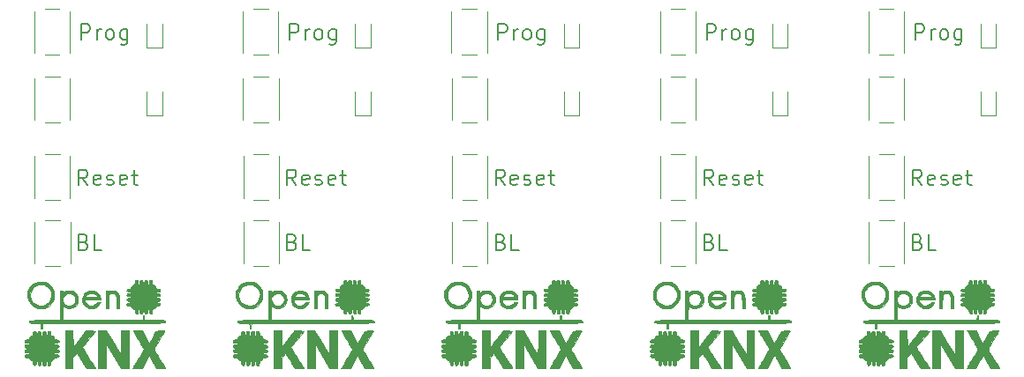
<source format=gbr>
G04 #@! TF.GenerationSoftware,KiCad,Pcbnew,(5.1.4)-1*
G04 #@! TF.CreationDate,2023-01-28T22:22:51+01:00*
G04 #@! TF.ProjectId,REG1-Front-Universal - Kopie,52454731-2d46-4726-9f6e-742d556e6976,V00.01*
G04 #@! TF.SameCoordinates,Original*
G04 #@! TF.FileFunction,Legend,Top*
G04 #@! TF.FilePolarity,Positive*
%FSLAX46Y46*%
G04 Gerber Fmt 4.6, Leading zero omitted, Abs format (unit mm)*
G04 Created by KiCad (PCBNEW (5.1.4)-1) date 2023-01-28 22:22:51*
%MOMM*%
%LPD*%
G04 APERTURE LIST*
%ADD10C,0.200000*%
%ADD11C,0.010000*%
%ADD12C,0.120000*%
G04 APERTURE END LIST*
D10*
X184737142Y-137892857D02*
X184951428Y-137964285D01*
X185022857Y-138035714D01*
X185094285Y-138178571D01*
X185094285Y-138392857D01*
X185022857Y-138535714D01*
X184951428Y-138607142D01*
X184808571Y-138678571D01*
X184237142Y-138678571D01*
X184237142Y-137178571D01*
X184737142Y-137178571D01*
X184880000Y-137250000D01*
X184951428Y-137321428D01*
X185022857Y-137464285D01*
X185022857Y-137607142D01*
X184951428Y-137750000D01*
X184880000Y-137821428D01*
X184737142Y-137892857D01*
X184237142Y-137892857D01*
X186451428Y-138678571D02*
X185737142Y-138678571D01*
X185737142Y-137178571D01*
X164737142Y-137892857D02*
X164951428Y-137964285D01*
X165022857Y-138035714D01*
X165094285Y-138178571D01*
X165094285Y-138392857D01*
X165022857Y-138535714D01*
X164951428Y-138607142D01*
X164808571Y-138678571D01*
X164237142Y-138678571D01*
X164237142Y-137178571D01*
X164737142Y-137178571D01*
X164880000Y-137250000D01*
X164951428Y-137321428D01*
X165022857Y-137464285D01*
X165022857Y-137607142D01*
X164951428Y-137750000D01*
X164880000Y-137821428D01*
X164737142Y-137892857D01*
X164237142Y-137892857D01*
X166451428Y-138678571D02*
X165737142Y-138678571D01*
X165737142Y-137178571D01*
X144737142Y-137892857D02*
X144951428Y-137964285D01*
X145022857Y-138035714D01*
X145094285Y-138178571D01*
X145094285Y-138392857D01*
X145022857Y-138535714D01*
X144951428Y-138607142D01*
X144808571Y-138678571D01*
X144237142Y-138678571D01*
X144237142Y-137178571D01*
X144737142Y-137178571D01*
X144880000Y-137250000D01*
X144951428Y-137321428D01*
X145022857Y-137464285D01*
X145022857Y-137607142D01*
X144951428Y-137750000D01*
X144880000Y-137821428D01*
X144737142Y-137892857D01*
X144237142Y-137892857D01*
X146451428Y-138678571D02*
X145737142Y-138678571D01*
X145737142Y-137178571D01*
X124737142Y-137892857D02*
X124951428Y-137964285D01*
X125022857Y-138035714D01*
X125094285Y-138178571D01*
X125094285Y-138392857D01*
X125022857Y-138535714D01*
X124951428Y-138607142D01*
X124808571Y-138678571D01*
X124237142Y-138678571D01*
X124237142Y-137178571D01*
X124737142Y-137178571D01*
X124880000Y-137250000D01*
X124951428Y-137321428D01*
X125022857Y-137464285D01*
X125022857Y-137607142D01*
X124951428Y-137750000D01*
X124880000Y-137821428D01*
X124737142Y-137892857D01*
X124237142Y-137892857D01*
X126451428Y-138678571D02*
X125737142Y-138678571D01*
X125737142Y-137178571D01*
X184487142Y-118428571D02*
X184487142Y-116928571D01*
X185058571Y-116928571D01*
X185201428Y-117000000D01*
X185272857Y-117071428D01*
X185344285Y-117214285D01*
X185344285Y-117428571D01*
X185272857Y-117571428D01*
X185201428Y-117642857D01*
X185058571Y-117714285D01*
X184487142Y-117714285D01*
X185987142Y-118428571D02*
X185987142Y-117428571D01*
X185987142Y-117714285D02*
X186058571Y-117571428D01*
X186130000Y-117500000D01*
X186272857Y-117428571D01*
X186415714Y-117428571D01*
X187130000Y-118428571D02*
X186987142Y-118357142D01*
X186915714Y-118285714D01*
X186844285Y-118142857D01*
X186844285Y-117714285D01*
X186915714Y-117571428D01*
X186987142Y-117500000D01*
X187130000Y-117428571D01*
X187344285Y-117428571D01*
X187487142Y-117500000D01*
X187558571Y-117571428D01*
X187630000Y-117714285D01*
X187630000Y-118142857D01*
X187558571Y-118285714D01*
X187487142Y-118357142D01*
X187344285Y-118428571D01*
X187130000Y-118428571D01*
X188915714Y-117428571D02*
X188915714Y-118642857D01*
X188844285Y-118785714D01*
X188772857Y-118857142D01*
X188630000Y-118928571D01*
X188415714Y-118928571D01*
X188272857Y-118857142D01*
X188915714Y-118357142D02*
X188772857Y-118428571D01*
X188487142Y-118428571D01*
X188344285Y-118357142D01*
X188272857Y-118285714D01*
X188201428Y-118142857D01*
X188201428Y-117714285D01*
X188272857Y-117571428D01*
X188344285Y-117500000D01*
X188487142Y-117428571D01*
X188772857Y-117428571D01*
X188915714Y-117500000D01*
X164487142Y-118428571D02*
X164487142Y-116928571D01*
X165058571Y-116928571D01*
X165201428Y-117000000D01*
X165272857Y-117071428D01*
X165344285Y-117214285D01*
X165344285Y-117428571D01*
X165272857Y-117571428D01*
X165201428Y-117642857D01*
X165058571Y-117714285D01*
X164487142Y-117714285D01*
X165987142Y-118428571D02*
X165987142Y-117428571D01*
X165987142Y-117714285D02*
X166058571Y-117571428D01*
X166130000Y-117500000D01*
X166272857Y-117428571D01*
X166415714Y-117428571D01*
X167130000Y-118428571D02*
X166987142Y-118357142D01*
X166915714Y-118285714D01*
X166844285Y-118142857D01*
X166844285Y-117714285D01*
X166915714Y-117571428D01*
X166987142Y-117500000D01*
X167130000Y-117428571D01*
X167344285Y-117428571D01*
X167487142Y-117500000D01*
X167558571Y-117571428D01*
X167630000Y-117714285D01*
X167630000Y-118142857D01*
X167558571Y-118285714D01*
X167487142Y-118357142D01*
X167344285Y-118428571D01*
X167130000Y-118428571D01*
X168915714Y-117428571D02*
X168915714Y-118642857D01*
X168844285Y-118785714D01*
X168772857Y-118857142D01*
X168630000Y-118928571D01*
X168415714Y-118928571D01*
X168272857Y-118857142D01*
X168915714Y-118357142D02*
X168772857Y-118428571D01*
X168487142Y-118428571D01*
X168344285Y-118357142D01*
X168272857Y-118285714D01*
X168201428Y-118142857D01*
X168201428Y-117714285D01*
X168272857Y-117571428D01*
X168344285Y-117500000D01*
X168487142Y-117428571D01*
X168772857Y-117428571D01*
X168915714Y-117500000D01*
X144487142Y-118428571D02*
X144487142Y-116928571D01*
X145058571Y-116928571D01*
X145201428Y-117000000D01*
X145272857Y-117071428D01*
X145344285Y-117214285D01*
X145344285Y-117428571D01*
X145272857Y-117571428D01*
X145201428Y-117642857D01*
X145058571Y-117714285D01*
X144487142Y-117714285D01*
X145987142Y-118428571D02*
X145987142Y-117428571D01*
X145987142Y-117714285D02*
X146058571Y-117571428D01*
X146130000Y-117500000D01*
X146272857Y-117428571D01*
X146415714Y-117428571D01*
X147130000Y-118428571D02*
X146987142Y-118357142D01*
X146915714Y-118285714D01*
X146844285Y-118142857D01*
X146844285Y-117714285D01*
X146915714Y-117571428D01*
X146987142Y-117500000D01*
X147130000Y-117428571D01*
X147344285Y-117428571D01*
X147487142Y-117500000D01*
X147558571Y-117571428D01*
X147630000Y-117714285D01*
X147630000Y-118142857D01*
X147558571Y-118285714D01*
X147487142Y-118357142D01*
X147344285Y-118428571D01*
X147130000Y-118428571D01*
X148915714Y-117428571D02*
X148915714Y-118642857D01*
X148844285Y-118785714D01*
X148772857Y-118857142D01*
X148630000Y-118928571D01*
X148415714Y-118928571D01*
X148272857Y-118857142D01*
X148915714Y-118357142D02*
X148772857Y-118428571D01*
X148487142Y-118428571D01*
X148344285Y-118357142D01*
X148272857Y-118285714D01*
X148201428Y-118142857D01*
X148201428Y-117714285D01*
X148272857Y-117571428D01*
X148344285Y-117500000D01*
X148487142Y-117428571D01*
X148772857Y-117428571D01*
X148915714Y-117500000D01*
X124487142Y-118428571D02*
X124487142Y-116928571D01*
X125058571Y-116928571D01*
X125201428Y-117000000D01*
X125272857Y-117071428D01*
X125344285Y-117214285D01*
X125344285Y-117428571D01*
X125272857Y-117571428D01*
X125201428Y-117642857D01*
X125058571Y-117714285D01*
X124487142Y-117714285D01*
X125987142Y-118428571D02*
X125987142Y-117428571D01*
X125987142Y-117714285D02*
X126058571Y-117571428D01*
X126130000Y-117500000D01*
X126272857Y-117428571D01*
X126415714Y-117428571D01*
X127130000Y-118428571D02*
X126987142Y-118357142D01*
X126915714Y-118285714D01*
X126844285Y-118142857D01*
X126844285Y-117714285D01*
X126915714Y-117571428D01*
X126987142Y-117500000D01*
X127130000Y-117428571D01*
X127344285Y-117428571D01*
X127487142Y-117500000D01*
X127558571Y-117571428D01*
X127630000Y-117714285D01*
X127630000Y-118142857D01*
X127558571Y-118285714D01*
X127487142Y-118357142D01*
X127344285Y-118428571D01*
X127130000Y-118428571D01*
X128915714Y-117428571D02*
X128915714Y-118642857D01*
X128844285Y-118785714D01*
X128772857Y-118857142D01*
X128630000Y-118928571D01*
X128415714Y-118928571D01*
X128272857Y-118857142D01*
X128915714Y-118357142D02*
X128772857Y-118428571D01*
X128487142Y-118428571D01*
X128344285Y-118357142D01*
X128272857Y-118285714D01*
X128201428Y-118142857D01*
X128201428Y-117714285D01*
X128272857Y-117571428D01*
X128344285Y-117500000D01*
X128487142Y-117428571D01*
X128772857Y-117428571D01*
X128915714Y-117500000D01*
X185094285Y-132428571D02*
X184594285Y-131714285D01*
X184237142Y-132428571D02*
X184237142Y-130928571D01*
X184808571Y-130928571D01*
X184951428Y-131000000D01*
X185022857Y-131071428D01*
X185094285Y-131214285D01*
X185094285Y-131428571D01*
X185022857Y-131571428D01*
X184951428Y-131642857D01*
X184808571Y-131714285D01*
X184237142Y-131714285D01*
X186308571Y-132357142D02*
X186165714Y-132428571D01*
X185880000Y-132428571D01*
X185737142Y-132357142D01*
X185665714Y-132214285D01*
X185665714Y-131642857D01*
X185737142Y-131500000D01*
X185880000Y-131428571D01*
X186165714Y-131428571D01*
X186308571Y-131500000D01*
X186380000Y-131642857D01*
X186380000Y-131785714D01*
X185665714Y-131928571D01*
X186951428Y-132357142D02*
X187094285Y-132428571D01*
X187380000Y-132428571D01*
X187522857Y-132357142D01*
X187594285Y-132214285D01*
X187594285Y-132142857D01*
X187522857Y-132000000D01*
X187380000Y-131928571D01*
X187165714Y-131928571D01*
X187022857Y-131857142D01*
X186951428Y-131714285D01*
X186951428Y-131642857D01*
X187022857Y-131500000D01*
X187165714Y-131428571D01*
X187380000Y-131428571D01*
X187522857Y-131500000D01*
X188808571Y-132357142D02*
X188665714Y-132428571D01*
X188380000Y-132428571D01*
X188237142Y-132357142D01*
X188165714Y-132214285D01*
X188165714Y-131642857D01*
X188237142Y-131500000D01*
X188380000Y-131428571D01*
X188665714Y-131428571D01*
X188808571Y-131500000D01*
X188880000Y-131642857D01*
X188880000Y-131785714D01*
X188165714Y-131928571D01*
X189308571Y-131428571D02*
X189880000Y-131428571D01*
X189522857Y-130928571D02*
X189522857Y-132214285D01*
X189594285Y-132357142D01*
X189737142Y-132428571D01*
X189880000Y-132428571D01*
X165094285Y-132428571D02*
X164594285Y-131714285D01*
X164237142Y-132428571D02*
X164237142Y-130928571D01*
X164808571Y-130928571D01*
X164951428Y-131000000D01*
X165022857Y-131071428D01*
X165094285Y-131214285D01*
X165094285Y-131428571D01*
X165022857Y-131571428D01*
X164951428Y-131642857D01*
X164808571Y-131714285D01*
X164237142Y-131714285D01*
X166308571Y-132357142D02*
X166165714Y-132428571D01*
X165880000Y-132428571D01*
X165737142Y-132357142D01*
X165665714Y-132214285D01*
X165665714Y-131642857D01*
X165737142Y-131500000D01*
X165880000Y-131428571D01*
X166165714Y-131428571D01*
X166308571Y-131500000D01*
X166380000Y-131642857D01*
X166380000Y-131785714D01*
X165665714Y-131928571D01*
X166951428Y-132357142D02*
X167094285Y-132428571D01*
X167380000Y-132428571D01*
X167522857Y-132357142D01*
X167594285Y-132214285D01*
X167594285Y-132142857D01*
X167522857Y-132000000D01*
X167380000Y-131928571D01*
X167165714Y-131928571D01*
X167022857Y-131857142D01*
X166951428Y-131714285D01*
X166951428Y-131642857D01*
X167022857Y-131500000D01*
X167165714Y-131428571D01*
X167380000Y-131428571D01*
X167522857Y-131500000D01*
X168808571Y-132357142D02*
X168665714Y-132428571D01*
X168380000Y-132428571D01*
X168237142Y-132357142D01*
X168165714Y-132214285D01*
X168165714Y-131642857D01*
X168237142Y-131500000D01*
X168380000Y-131428571D01*
X168665714Y-131428571D01*
X168808571Y-131500000D01*
X168880000Y-131642857D01*
X168880000Y-131785714D01*
X168165714Y-131928571D01*
X169308571Y-131428571D02*
X169880000Y-131428571D01*
X169522857Y-130928571D02*
X169522857Y-132214285D01*
X169594285Y-132357142D01*
X169737142Y-132428571D01*
X169880000Y-132428571D01*
X145094285Y-132428571D02*
X144594285Y-131714285D01*
X144237142Y-132428571D02*
X144237142Y-130928571D01*
X144808571Y-130928571D01*
X144951428Y-131000000D01*
X145022857Y-131071428D01*
X145094285Y-131214285D01*
X145094285Y-131428571D01*
X145022857Y-131571428D01*
X144951428Y-131642857D01*
X144808571Y-131714285D01*
X144237142Y-131714285D01*
X146308571Y-132357142D02*
X146165714Y-132428571D01*
X145880000Y-132428571D01*
X145737142Y-132357142D01*
X145665714Y-132214285D01*
X145665714Y-131642857D01*
X145737142Y-131500000D01*
X145880000Y-131428571D01*
X146165714Y-131428571D01*
X146308571Y-131500000D01*
X146380000Y-131642857D01*
X146380000Y-131785714D01*
X145665714Y-131928571D01*
X146951428Y-132357142D02*
X147094285Y-132428571D01*
X147380000Y-132428571D01*
X147522857Y-132357142D01*
X147594285Y-132214285D01*
X147594285Y-132142857D01*
X147522857Y-132000000D01*
X147380000Y-131928571D01*
X147165714Y-131928571D01*
X147022857Y-131857142D01*
X146951428Y-131714285D01*
X146951428Y-131642857D01*
X147022857Y-131500000D01*
X147165714Y-131428571D01*
X147380000Y-131428571D01*
X147522857Y-131500000D01*
X148808571Y-132357142D02*
X148665714Y-132428571D01*
X148380000Y-132428571D01*
X148237142Y-132357142D01*
X148165714Y-132214285D01*
X148165714Y-131642857D01*
X148237142Y-131500000D01*
X148380000Y-131428571D01*
X148665714Y-131428571D01*
X148808571Y-131500000D01*
X148880000Y-131642857D01*
X148880000Y-131785714D01*
X148165714Y-131928571D01*
X149308571Y-131428571D02*
X149880000Y-131428571D01*
X149522857Y-130928571D02*
X149522857Y-132214285D01*
X149594285Y-132357142D01*
X149737142Y-132428571D01*
X149880000Y-132428571D01*
X125094285Y-132428571D02*
X124594285Y-131714285D01*
X124237142Y-132428571D02*
X124237142Y-130928571D01*
X124808571Y-130928571D01*
X124951428Y-131000000D01*
X125022857Y-131071428D01*
X125094285Y-131214285D01*
X125094285Y-131428571D01*
X125022857Y-131571428D01*
X124951428Y-131642857D01*
X124808571Y-131714285D01*
X124237142Y-131714285D01*
X126308571Y-132357142D02*
X126165714Y-132428571D01*
X125880000Y-132428571D01*
X125737142Y-132357142D01*
X125665714Y-132214285D01*
X125665714Y-131642857D01*
X125737142Y-131500000D01*
X125880000Y-131428571D01*
X126165714Y-131428571D01*
X126308571Y-131500000D01*
X126380000Y-131642857D01*
X126380000Y-131785714D01*
X125665714Y-131928571D01*
X126951428Y-132357142D02*
X127094285Y-132428571D01*
X127380000Y-132428571D01*
X127522857Y-132357142D01*
X127594285Y-132214285D01*
X127594285Y-132142857D01*
X127522857Y-132000000D01*
X127380000Y-131928571D01*
X127165714Y-131928571D01*
X127022857Y-131857142D01*
X126951428Y-131714285D01*
X126951428Y-131642857D01*
X127022857Y-131500000D01*
X127165714Y-131428571D01*
X127380000Y-131428571D01*
X127522857Y-131500000D01*
X128808571Y-132357142D02*
X128665714Y-132428571D01*
X128380000Y-132428571D01*
X128237142Y-132357142D01*
X128165714Y-132214285D01*
X128165714Y-131642857D01*
X128237142Y-131500000D01*
X128380000Y-131428571D01*
X128665714Y-131428571D01*
X128808571Y-131500000D01*
X128880000Y-131642857D01*
X128880000Y-131785714D01*
X128165714Y-131928571D01*
X129308571Y-131428571D02*
X129880000Y-131428571D01*
X129522857Y-130928571D02*
X129522857Y-132214285D01*
X129594285Y-132357142D01*
X129737142Y-132428571D01*
X129880000Y-132428571D01*
X104487142Y-118428571D02*
X104487142Y-116928571D01*
X105058571Y-116928571D01*
X105201428Y-117000000D01*
X105272857Y-117071428D01*
X105344285Y-117214285D01*
X105344285Y-117428571D01*
X105272857Y-117571428D01*
X105201428Y-117642857D01*
X105058571Y-117714285D01*
X104487142Y-117714285D01*
X105987142Y-118428571D02*
X105987142Y-117428571D01*
X105987142Y-117714285D02*
X106058571Y-117571428D01*
X106130000Y-117500000D01*
X106272857Y-117428571D01*
X106415714Y-117428571D01*
X107130000Y-118428571D02*
X106987142Y-118357142D01*
X106915714Y-118285714D01*
X106844285Y-118142857D01*
X106844285Y-117714285D01*
X106915714Y-117571428D01*
X106987142Y-117500000D01*
X107130000Y-117428571D01*
X107344285Y-117428571D01*
X107487142Y-117500000D01*
X107558571Y-117571428D01*
X107630000Y-117714285D01*
X107630000Y-118142857D01*
X107558571Y-118285714D01*
X107487142Y-118357142D01*
X107344285Y-118428571D01*
X107130000Y-118428571D01*
X108915714Y-117428571D02*
X108915714Y-118642857D01*
X108844285Y-118785714D01*
X108772857Y-118857142D01*
X108630000Y-118928571D01*
X108415714Y-118928571D01*
X108272857Y-118857142D01*
X108915714Y-118357142D02*
X108772857Y-118428571D01*
X108487142Y-118428571D01*
X108344285Y-118357142D01*
X108272857Y-118285714D01*
X108201428Y-118142857D01*
X108201428Y-117714285D01*
X108272857Y-117571428D01*
X108344285Y-117500000D01*
X108487142Y-117428571D01*
X108772857Y-117428571D01*
X108915714Y-117500000D01*
X104737142Y-137892857D02*
X104951428Y-137964285D01*
X105022857Y-138035714D01*
X105094285Y-138178571D01*
X105094285Y-138392857D01*
X105022857Y-138535714D01*
X104951428Y-138607142D01*
X104808571Y-138678571D01*
X104237142Y-138678571D01*
X104237142Y-137178571D01*
X104737142Y-137178571D01*
X104880000Y-137250000D01*
X104951428Y-137321428D01*
X105022857Y-137464285D01*
X105022857Y-137607142D01*
X104951428Y-137750000D01*
X104880000Y-137821428D01*
X104737142Y-137892857D01*
X104237142Y-137892857D01*
X106451428Y-138678571D02*
X105737142Y-138678571D01*
X105737142Y-137178571D01*
X105094285Y-132428571D02*
X104594285Y-131714285D01*
X104237142Y-132428571D02*
X104237142Y-130928571D01*
X104808571Y-130928571D01*
X104951428Y-131000000D01*
X105022857Y-131071428D01*
X105094285Y-131214285D01*
X105094285Y-131428571D01*
X105022857Y-131571428D01*
X104951428Y-131642857D01*
X104808571Y-131714285D01*
X104237142Y-131714285D01*
X106308571Y-132357142D02*
X106165714Y-132428571D01*
X105880000Y-132428571D01*
X105737142Y-132357142D01*
X105665714Y-132214285D01*
X105665714Y-131642857D01*
X105737142Y-131500000D01*
X105880000Y-131428571D01*
X106165714Y-131428571D01*
X106308571Y-131500000D01*
X106380000Y-131642857D01*
X106380000Y-131785714D01*
X105665714Y-131928571D01*
X106951428Y-132357142D02*
X107094285Y-132428571D01*
X107380000Y-132428571D01*
X107522857Y-132357142D01*
X107594285Y-132214285D01*
X107594285Y-132142857D01*
X107522857Y-132000000D01*
X107380000Y-131928571D01*
X107165714Y-131928571D01*
X107022857Y-131857142D01*
X106951428Y-131714285D01*
X106951428Y-131642857D01*
X107022857Y-131500000D01*
X107165714Y-131428571D01*
X107380000Y-131428571D01*
X107522857Y-131500000D01*
X108808571Y-132357142D02*
X108665714Y-132428571D01*
X108380000Y-132428571D01*
X108237142Y-132357142D01*
X108165714Y-132214285D01*
X108165714Y-131642857D01*
X108237142Y-131500000D01*
X108380000Y-131428571D01*
X108665714Y-131428571D01*
X108808571Y-131500000D01*
X108880000Y-131642857D01*
X108880000Y-131785714D01*
X108165714Y-131928571D01*
X109308571Y-131428571D02*
X109880000Y-131428571D01*
X109522857Y-130928571D02*
X109522857Y-132214285D01*
X109594285Y-132357142D01*
X109737142Y-132428571D01*
X109880000Y-132428571D01*
D11*
G36*
X183688625Y-148001840D02*
G01*
X183814445Y-147827982D01*
X183905998Y-147703512D01*
X184017115Y-147555661D01*
X184141907Y-147391942D01*
X184274482Y-147219866D01*
X184408948Y-147046948D01*
X184539415Y-146880699D01*
X184659991Y-146728632D01*
X184764784Y-146598259D01*
X184847904Y-146497094D01*
X184903460Y-146432648D01*
X184924536Y-146412378D01*
X184968758Y-146407704D01*
X185063394Y-146405036D01*
X185195388Y-146404526D01*
X185351681Y-146406331D01*
X185384180Y-146406971D01*
X185806532Y-146415875D01*
X185196321Y-147177875D01*
X185044083Y-147368620D01*
X184904706Y-147544475D01*
X184783176Y-147699054D01*
X184684474Y-147825973D01*
X184613584Y-147918846D01*
X184575491Y-147971290D01*
X184570499Y-147979651D01*
X184583833Y-148014386D01*
X184628652Y-148095761D01*
X184701158Y-148217618D01*
X184797550Y-148373803D01*
X184914030Y-148558159D01*
X185046798Y-148764532D01*
X185192054Y-148986766D01*
X185193319Y-148988686D01*
X185338914Y-149210121D01*
X185472847Y-149414577D01*
X185591237Y-149596072D01*
X185690203Y-149748623D01*
X185765864Y-149866247D01*
X185814338Y-149942961D01*
X185831745Y-149972782D01*
X185831750Y-149972848D01*
X185801927Y-149978291D01*
X185720166Y-149982843D01*
X185598027Y-149986103D01*
X185447068Y-149987669D01*
X185402472Y-149987750D01*
X184973195Y-149987750D01*
X184753954Y-149646437D01*
X184647081Y-149480087D01*
X184522062Y-149285537D01*
X184395098Y-149087997D01*
X184291010Y-148926083D01*
X184047306Y-148547041D01*
X183675512Y-148955875D01*
X183674131Y-149471812D01*
X183672750Y-149987750D01*
X182942500Y-149987750D01*
X182942500Y-146400000D01*
X183671659Y-146400000D01*
X183688625Y-148001840D01*
X183688625Y-148001840D01*
G37*
X183688625Y-148001840D02*
X183814445Y-147827982D01*
X183905998Y-147703512D01*
X184017115Y-147555661D01*
X184141907Y-147391942D01*
X184274482Y-147219866D01*
X184408948Y-147046948D01*
X184539415Y-146880699D01*
X184659991Y-146728632D01*
X184764784Y-146598259D01*
X184847904Y-146497094D01*
X184903460Y-146432648D01*
X184924536Y-146412378D01*
X184968758Y-146407704D01*
X185063394Y-146405036D01*
X185195388Y-146404526D01*
X185351681Y-146406331D01*
X185384180Y-146406971D01*
X185806532Y-146415875D01*
X185196321Y-147177875D01*
X185044083Y-147368620D01*
X184904706Y-147544475D01*
X184783176Y-147699054D01*
X184684474Y-147825973D01*
X184613584Y-147918846D01*
X184575491Y-147971290D01*
X184570499Y-147979651D01*
X184583833Y-148014386D01*
X184628652Y-148095761D01*
X184701158Y-148217618D01*
X184797550Y-148373803D01*
X184914030Y-148558159D01*
X185046798Y-148764532D01*
X185192054Y-148986766D01*
X185193319Y-148988686D01*
X185338914Y-149210121D01*
X185472847Y-149414577D01*
X185591237Y-149596072D01*
X185690203Y-149748623D01*
X185765864Y-149866247D01*
X185814338Y-149942961D01*
X185831745Y-149972782D01*
X185831750Y-149972848D01*
X185801927Y-149978291D01*
X185720166Y-149982843D01*
X185598027Y-149986103D01*
X185447068Y-149987669D01*
X185402472Y-149987750D01*
X184973195Y-149987750D01*
X184753954Y-149646437D01*
X184647081Y-149480087D01*
X184522062Y-149285537D01*
X184395098Y-149087997D01*
X184291010Y-148926083D01*
X184047306Y-148547041D01*
X183675512Y-148955875D01*
X183674131Y-149471812D01*
X183672750Y-149987750D01*
X182942500Y-149987750D01*
X182942500Y-146400000D01*
X183671659Y-146400000D01*
X183688625Y-148001840D01*
G36*
X187578390Y-147573301D02*
G01*
X188292375Y-148746603D01*
X188300698Y-147573301D01*
X188309022Y-146400000D01*
X189038500Y-146400000D01*
X189038500Y-149989765D01*
X188666609Y-149980820D01*
X188294719Y-149971875D01*
X186895375Y-147677711D01*
X186887046Y-148832730D01*
X186878717Y-149987750D01*
X186117500Y-149987750D01*
X186117500Y-146400000D01*
X186864405Y-146400000D01*
X187578390Y-147573301D01*
X187578390Y-147573301D01*
G37*
X187578390Y-147573301D02*
X188292375Y-148746603D01*
X188300698Y-147573301D01*
X188309022Y-146400000D01*
X189038500Y-146400000D01*
X189038500Y-149989765D01*
X188666609Y-149980820D01*
X188294719Y-149971875D01*
X186895375Y-147677711D01*
X186887046Y-148832730D01*
X186878717Y-149987750D01*
X186117500Y-149987750D01*
X186117500Y-146400000D01*
X186864405Y-146400000D01*
X187578390Y-147573301D01*
G36*
X189868920Y-146400107D02*
G01*
X190292625Y-146400214D01*
X190629873Y-147020964D01*
X190967122Y-147641713D01*
X191298880Y-147028794D01*
X191630639Y-146415875D01*
X192049069Y-146407015D01*
X192203708Y-146405141D01*
X192332543Y-146406245D01*
X192423872Y-146410026D01*
X192465997Y-146416182D01*
X192467500Y-146417817D01*
X192451994Y-146449007D01*
X192408042Y-146528180D01*
X192339489Y-146648645D01*
X192250179Y-146803709D01*
X192143959Y-146986681D01*
X192024674Y-147190869D01*
X191957294Y-147305704D01*
X191813329Y-147551621D01*
X191699301Y-147748951D01*
X191612278Y-147903437D01*
X191549323Y-148020821D01*
X191507504Y-148106846D01*
X191483886Y-148167253D01*
X191475535Y-148207787D01*
X191479516Y-148234189D01*
X191481149Y-148237575D01*
X191505481Y-148280188D01*
X191557911Y-148370086D01*
X191634132Y-148499948D01*
X191729835Y-148662451D01*
X191840711Y-148850272D01*
X191962453Y-149056089D01*
X192007230Y-149131694D01*
X192129848Y-149339063D01*
X192241310Y-149528345D01*
X192337672Y-149692778D01*
X192414990Y-149825602D01*
X192469320Y-149920058D01*
X192496716Y-149969384D01*
X192499250Y-149974959D01*
X192469445Y-149979671D01*
X192387808Y-149983601D01*
X192266007Y-149986395D01*
X192115708Y-149987698D01*
X192077817Y-149987750D01*
X191656384Y-149987750D01*
X191339629Y-149411557D01*
X191242626Y-149235769D01*
X191154510Y-149077341D01*
X191080370Y-148945320D01*
X191025294Y-148848755D01*
X190994369Y-148796692D01*
X190991111Y-148791831D01*
X190972294Y-148791101D01*
X190938566Y-148825640D01*
X190887045Y-148899879D01*
X190814852Y-149018249D01*
X190719105Y-149185182D01*
X190621730Y-149360086D01*
X190284111Y-149971875D01*
X189847549Y-149980736D01*
X189410986Y-149989597D01*
X189457716Y-149917236D01*
X189512456Y-149829808D01*
X189588057Y-149705288D01*
X189679851Y-149551710D01*
X189783171Y-149377107D01*
X189893348Y-149189512D01*
X190005716Y-148996959D01*
X190115606Y-148807482D01*
X190218351Y-148629113D01*
X190309283Y-148469886D01*
X190383734Y-148337835D01*
X190437038Y-148240992D01*
X190464525Y-148187392D01*
X190467250Y-148179750D01*
X190451721Y-148143210D01*
X190407972Y-148059720D01*
X190340261Y-147936896D01*
X190252842Y-147782356D01*
X190149973Y-147603715D01*
X190043660Y-147421759D01*
X189924752Y-147219524D01*
X189811822Y-147027301D01*
X189710310Y-146854363D01*
X189625661Y-146709987D01*
X189563315Y-146603449D01*
X189532643Y-146550812D01*
X189445216Y-146400000D01*
X189868920Y-146400107D01*
X189868920Y-146400107D01*
G37*
X189868920Y-146400107D02*
X190292625Y-146400214D01*
X190629873Y-147020964D01*
X190967122Y-147641713D01*
X191298880Y-147028794D01*
X191630639Y-146415875D01*
X192049069Y-146407015D01*
X192203708Y-146405141D01*
X192332543Y-146406245D01*
X192423872Y-146410026D01*
X192465997Y-146416182D01*
X192467500Y-146417817D01*
X192451994Y-146449007D01*
X192408042Y-146528180D01*
X192339489Y-146648645D01*
X192250179Y-146803709D01*
X192143959Y-146986681D01*
X192024674Y-147190869D01*
X191957294Y-147305704D01*
X191813329Y-147551621D01*
X191699301Y-147748951D01*
X191612278Y-147903437D01*
X191549323Y-148020821D01*
X191507504Y-148106846D01*
X191483886Y-148167253D01*
X191475535Y-148207787D01*
X191479516Y-148234189D01*
X191481149Y-148237575D01*
X191505481Y-148280188D01*
X191557911Y-148370086D01*
X191634132Y-148499948D01*
X191729835Y-148662451D01*
X191840711Y-148850272D01*
X191962453Y-149056089D01*
X192007230Y-149131694D01*
X192129848Y-149339063D01*
X192241310Y-149528345D01*
X192337672Y-149692778D01*
X192414990Y-149825602D01*
X192469320Y-149920058D01*
X192496716Y-149969384D01*
X192499250Y-149974959D01*
X192469445Y-149979671D01*
X192387808Y-149983601D01*
X192266007Y-149986395D01*
X192115708Y-149987698D01*
X192077817Y-149987750D01*
X191656384Y-149987750D01*
X191339629Y-149411557D01*
X191242626Y-149235769D01*
X191154510Y-149077341D01*
X191080370Y-148945320D01*
X191025294Y-148848755D01*
X190994369Y-148796692D01*
X190991111Y-148791831D01*
X190972294Y-148791101D01*
X190938566Y-148825640D01*
X190887045Y-148899879D01*
X190814852Y-149018249D01*
X190719105Y-149185182D01*
X190621730Y-149360086D01*
X190284111Y-149971875D01*
X189847549Y-149980736D01*
X189410986Y-149989597D01*
X189457716Y-149917236D01*
X189512456Y-149829808D01*
X189588057Y-149705288D01*
X189679851Y-149551710D01*
X189783171Y-149377107D01*
X189893348Y-149189512D01*
X190005716Y-148996959D01*
X190115606Y-148807482D01*
X190218351Y-148629113D01*
X190309283Y-148469886D01*
X190383734Y-148337835D01*
X190437038Y-148240992D01*
X190464525Y-148187392D01*
X190467250Y-148179750D01*
X190451721Y-148143210D01*
X190407972Y-148059720D01*
X190340261Y-147936896D01*
X190252842Y-147782356D01*
X190149973Y-147603715D01*
X190043660Y-147421759D01*
X189924752Y-147219524D01*
X189811822Y-147027301D01*
X189710310Y-146854363D01*
X189625661Y-146709987D01*
X189563315Y-146603449D01*
X189532643Y-146550812D01*
X189445216Y-146400000D01*
X189868920Y-146400107D01*
G36*
X181455165Y-146440245D02*
G01*
X181499314Y-146473895D01*
X181526113Y-146544944D01*
X181543237Y-146665638D01*
X181545165Y-146685750D01*
X181557140Y-146786413D01*
X181575074Y-146840089D01*
X181608086Y-146863211D01*
X181647547Y-146870311D01*
X181738627Y-146908393D01*
X181821829Y-146987927D01*
X181879289Y-147087659D01*
X181894750Y-147164436D01*
X181898033Y-147218062D01*
X181918448Y-147245629D01*
X181971841Y-147255802D01*
X182064454Y-147257250D01*
X182207822Y-147274173D01*
X182298436Y-147325450D01*
X182337426Y-147411835D01*
X182339250Y-147441195D01*
X182313334Y-147511636D01*
X182234001Y-147555524D01*
X182098872Y-147573978D01*
X182055587Y-147574750D01*
X181960594Y-147577246D01*
X181912916Y-147590046D01*
X181896410Y-147621116D01*
X181894750Y-147654125D01*
X181899362Y-147699808D01*
X181923624Y-147723460D01*
X181983168Y-147732282D01*
X182067107Y-147733500D01*
X182211647Y-147748740D01*
X182301601Y-147794949D01*
X182338217Y-147872855D01*
X182339250Y-147892250D01*
X182313122Y-147976565D01*
X182233908Y-148029038D01*
X182100355Y-148050397D01*
X182067107Y-148051000D01*
X181966991Y-148053829D01*
X181915136Y-148066033D01*
X181896413Y-148093185D01*
X181894750Y-148114500D01*
X181904778Y-148155128D01*
X181945795Y-148173863D01*
X182029687Y-148178468D01*
X182172385Y-148195229D01*
X182275365Y-148241262D01*
X182329246Y-148311848D01*
X182333749Y-148331354D01*
X182328739Y-148413212D01*
X182281052Y-148464839D01*
X182184021Y-148490571D01*
X182081362Y-148495500D01*
X181977128Y-148497263D01*
X181921320Y-148506825D01*
X181898880Y-148530590D01*
X181894750Y-148574875D01*
X181899362Y-148620558D01*
X181923624Y-148644210D01*
X181983168Y-148653032D01*
X182067107Y-148654250D01*
X182211647Y-148669490D01*
X182301601Y-148715699D01*
X182338217Y-148793605D01*
X182339250Y-148813000D01*
X182313122Y-148897315D01*
X182233908Y-148949788D01*
X182100355Y-148971147D01*
X182067107Y-148971750D01*
X181967232Y-148974443D01*
X181915499Y-148986416D01*
X181896640Y-149013510D01*
X181894750Y-149037692D01*
X181868505Y-149113746D01*
X181803266Y-149193641D01*
X181719271Y-149258337D01*
X181636760Y-149288797D01*
X181627317Y-149289250D01*
X181581925Y-149293008D01*
X181557459Y-149314254D01*
X181547467Y-149367947D01*
X181545503Y-149469043D01*
X181545500Y-149479018D01*
X181542288Y-149589086D01*
X181528353Y-149655452D01*
X181497241Y-149697770D01*
X181466125Y-149720794D01*
X181403983Y-149754388D01*
X181355123Y-149748954D01*
X181307375Y-149720794D01*
X181262216Y-149683528D01*
X181238276Y-149634525D01*
X181229102Y-149554132D01*
X181228000Y-149479018D01*
X181226304Y-149373692D01*
X181217050Y-149316915D01*
X181193991Y-149293748D01*
X181150879Y-149289252D01*
X181148625Y-149289250D01*
X181106010Y-149292852D01*
X181082244Y-149313208D01*
X181071838Y-149364642D01*
X181069298Y-149461476D01*
X181069250Y-149496305D01*
X181066966Y-149609989D01*
X181056601Y-149677113D01*
X181032887Y-149714558D01*
X180993891Y-149737697D01*
X180907263Y-149755107D01*
X180851016Y-149735899D01*
X180813657Y-149707228D01*
X180793137Y-149660620D01*
X180784722Y-149579157D01*
X180783500Y-149494507D01*
X180782090Y-149383940D01*
X180774152Y-149322482D01*
X180754124Y-149295748D01*
X180716444Y-149289355D01*
X180704125Y-149289250D01*
X180658665Y-149293782D01*
X180634994Y-149317741D01*
X180626050Y-149376663D01*
X180624750Y-149463875D01*
X180617433Y-149584114D01*
X180591892Y-149662359D01*
X180561250Y-149702000D01*
X180477039Y-149759996D01*
X180405097Y-149758948D01*
X180349926Y-149702836D01*
X180316028Y-149595639D01*
X180307250Y-149477482D01*
X180305521Y-149372686D01*
X180296119Y-149316380D01*
X180272721Y-149293567D01*
X180229002Y-149289250D01*
X180227875Y-149289250D01*
X180182415Y-149293782D01*
X180158744Y-149317741D01*
X180149800Y-149376663D01*
X180148500Y-149463875D01*
X180133092Y-149599058D01*
X180091751Y-149697941D01*
X180031804Y-149753789D01*
X179960573Y-149759870D01*
X179885386Y-149709450D01*
X179883545Y-149707437D01*
X179846063Y-149629186D01*
X179831346Y-149499007D01*
X179831000Y-149469312D01*
X179828321Y-149366324D01*
X179816896Y-149311961D01*
X179791637Y-149291452D01*
X179768993Y-149289250D01*
X179643415Y-149259418D01*
X179541068Y-149175686D01*
X179491575Y-149093681D01*
X179456149Y-149021782D01*
X179418173Y-148985737D01*
X179355753Y-148973184D01*
X179275614Y-148971750D01*
X179149800Y-148961726D01*
X179075092Y-148927136D01*
X179041637Y-148861203D01*
X179037250Y-148807767D01*
X179057867Y-148727712D01*
X179123648Y-148678318D01*
X179240480Y-148656211D01*
X179305037Y-148654250D01*
X179394014Y-148651069D01*
X179436483Y-148635355D01*
X179449352Y-148597851D01*
X179450000Y-148574875D01*
X179444738Y-148527477D01*
X179418048Y-148504014D01*
X179353567Y-148496170D01*
X179293846Y-148495500D01*
X179165494Y-148490916D01*
X179088102Y-148472517D01*
X179049501Y-148433326D01*
X179037522Y-148366370D01*
X179037250Y-148348442D01*
X179055536Y-148263144D01*
X179115121Y-148209288D01*
X179223091Y-148182677D01*
X179325066Y-148178000D01*
X179407326Y-148172485D01*
X179443311Y-148150284D01*
X179450000Y-148114500D01*
X179442129Y-148077268D01*
X179408340Y-148058189D01*
X179333365Y-148051501D01*
X179281725Y-148051000D01*
X179153593Y-148041336D01*
X179076931Y-148008171D01*
X179042093Y-147945240D01*
X179037250Y-147892250D01*
X179052131Y-147809047D01*
X179103205Y-147759267D01*
X179200119Y-147736645D01*
X179281725Y-147733500D01*
X179379447Y-147731253D01*
X179429511Y-147719542D01*
X179447727Y-147690908D01*
X179450000Y-147654125D01*
X179445237Y-147608029D01*
X179420409Y-147584414D01*
X179359705Y-147575821D01*
X179281725Y-147574750D01*
X179154117Y-147565275D01*
X179077768Y-147532379D01*
X179042677Y-147469352D01*
X179037250Y-147410767D01*
X179057867Y-147330712D01*
X179123648Y-147281318D01*
X179240480Y-147259211D01*
X179305037Y-147257250D01*
X179394404Y-147253701D01*
X179437074Y-147237590D01*
X179449699Y-147200715D01*
X179450118Y-147185812D01*
X179479485Y-147065778D01*
X179557081Y-146960430D01*
X179667753Y-146888329D01*
X179702551Y-146876639D01*
X179831000Y-146842052D01*
X179831000Y-146675001D01*
X179840580Y-146547750D01*
X179873806Y-146471729D01*
X179937401Y-146436962D01*
X179994982Y-146431750D01*
X180075037Y-146452367D01*
X180124431Y-146518148D01*
X180146538Y-146634980D01*
X180148500Y-146699537D01*
X180152852Y-146790214D01*
X180170183Y-146833332D01*
X180206903Y-146844495D01*
X180208068Y-146844500D01*
X180243670Y-146833913D01*
X180265254Y-146792718D01*
X180278742Y-146706762D01*
X180282360Y-146666952D01*
X180301571Y-146542123D01*
X180338881Y-146469008D01*
X180402198Y-146436644D01*
X180451712Y-146432236D01*
X180527069Y-146449917D01*
X180572162Y-146509501D01*
X180591482Y-146618742D01*
X180593000Y-146676225D01*
X180595246Y-146773947D01*
X180606957Y-146824011D01*
X180635591Y-146842227D01*
X180672375Y-146844500D01*
X180721094Y-146838691D01*
X180744348Y-146809993D01*
X180751395Y-146741499D01*
X180751750Y-146699537D01*
X180763569Y-146559893D01*
X180801280Y-146473734D01*
X180868257Y-146435171D01*
X180905267Y-146431750D01*
X180990860Y-146445875D01*
X181042071Y-146494918D01*
X181065609Y-146588882D01*
X181069250Y-146676225D01*
X181071496Y-146773947D01*
X181083207Y-146824011D01*
X181111841Y-146842227D01*
X181148625Y-146844500D01*
X181197344Y-146838691D01*
X181220598Y-146809993D01*
X181227645Y-146741499D01*
X181227999Y-146699537D01*
X181239386Y-146560923D01*
X181276188Y-146475354D01*
X181342373Y-146436108D01*
X181385993Y-146431750D01*
X181455165Y-146440245D01*
X181455165Y-146440245D01*
G37*
X181455165Y-146440245D02*
X181499314Y-146473895D01*
X181526113Y-146544944D01*
X181543237Y-146665638D01*
X181545165Y-146685750D01*
X181557140Y-146786413D01*
X181575074Y-146840089D01*
X181608086Y-146863211D01*
X181647547Y-146870311D01*
X181738627Y-146908393D01*
X181821829Y-146987927D01*
X181879289Y-147087659D01*
X181894750Y-147164436D01*
X181898033Y-147218062D01*
X181918448Y-147245629D01*
X181971841Y-147255802D01*
X182064454Y-147257250D01*
X182207822Y-147274173D01*
X182298436Y-147325450D01*
X182337426Y-147411835D01*
X182339250Y-147441195D01*
X182313334Y-147511636D01*
X182234001Y-147555524D01*
X182098872Y-147573978D01*
X182055587Y-147574750D01*
X181960594Y-147577246D01*
X181912916Y-147590046D01*
X181896410Y-147621116D01*
X181894750Y-147654125D01*
X181899362Y-147699808D01*
X181923624Y-147723460D01*
X181983168Y-147732282D01*
X182067107Y-147733500D01*
X182211647Y-147748740D01*
X182301601Y-147794949D01*
X182338217Y-147872855D01*
X182339250Y-147892250D01*
X182313122Y-147976565D01*
X182233908Y-148029038D01*
X182100355Y-148050397D01*
X182067107Y-148051000D01*
X181966991Y-148053829D01*
X181915136Y-148066033D01*
X181896413Y-148093185D01*
X181894750Y-148114500D01*
X181904778Y-148155128D01*
X181945795Y-148173863D01*
X182029687Y-148178468D01*
X182172385Y-148195229D01*
X182275365Y-148241262D01*
X182329246Y-148311848D01*
X182333749Y-148331354D01*
X182328739Y-148413212D01*
X182281052Y-148464839D01*
X182184021Y-148490571D01*
X182081362Y-148495500D01*
X181977128Y-148497263D01*
X181921320Y-148506825D01*
X181898880Y-148530590D01*
X181894750Y-148574875D01*
X181899362Y-148620558D01*
X181923624Y-148644210D01*
X181983168Y-148653032D01*
X182067107Y-148654250D01*
X182211647Y-148669490D01*
X182301601Y-148715699D01*
X182338217Y-148793605D01*
X182339250Y-148813000D01*
X182313122Y-148897315D01*
X182233908Y-148949788D01*
X182100355Y-148971147D01*
X182067107Y-148971750D01*
X181967232Y-148974443D01*
X181915499Y-148986416D01*
X181896640Y-149013510D01*
X181894750Y-149037692D01*
X181868505Y-149113746D01*
X181803266Y-149193641D01*
X181719271Y-149258337D01*
X181636760Y-149288797D01*
X181627317Y-149289250D01*
X181581925Y-149293008D01*
X181557459Y-149314254D01*
X181547467Y-149367947D01*
X181545503Y-149469043D01*
X181545500Y-149479018D01*
X181542288Y-149589086D01*
X181528353Y-149655452D01*
X181497241Y-149697770D01*
X181466125Y-149720794D01*
X181403983Y-149754388D01*
X181355123Y-149748954D01*
X181307375Y-149720794D01*
X181262216Y-149683528D01*
X181238276Y-149634525D01*
X181229102Y-149554132D01*
X181228000Y-149479018D01*
X181226304Y-149373692D01*
X181217050Y-149316915D01*
X181193991Y-149293748D01*
X181150879Y-149289252D01*
X181148625Y-149289250D01*
X181106010Y-149292852D01*
X181082244Y-149313208D01*
X181071838Y-149364642D01*
X181069298Y-149461476D01*
X181069250Y-149496305D01*
X181066966Y-149609989D01*
X181056601Y-149677113D01*
X181032887Y-149714558D01*
X180993891Y-149737697D01*
X180907263Y-149755107D01*
X180851016Y-149735899D01*
X180813657Y-149707228D01*
X180793137Y-149660620D01*
X180784722Y-149579157D01*
X180783500Y-149494507D01*
X180782090Y-149383940D01*
X180774152Y-149322482D01*
X180754124Y-149295748D01*
X180716444Y-149289355D01*
X180704125Y-149289250D01*
X180658665Y-149293782D01*
X180634994Y-149317741D01*
X180626050Y-149376663D01*
X180624750Y-149463875D01*
X180617433Y-149584114D01*
X180591892Y-149662359D01*
X180561250Y-149702000D01*
X180477039Y-149759996D01*
X180405097Y-149758948D01*
X180349926Y-149702836D01*
X180316028Y-149595639D01*
X180307250Y-149477482D01*
X180305521Y-149372686D01*
X180296119Y-149316380D01*
X180272721Y-149293567D01*
X180229002Y-149289250D01*
X180227875Y-149289250D01*
X180182415Y-149293782D01*
X180158744Y-149317741D01*
X180149800Y-149376663D01*
X180148500Y-149463875D01*
X180133092Y-149599058D01*
X180091751Y-149697941D01*
X180031804Y-149753789D01*
X179960573Y-149759870D01*
X179885386Y-149709450D01*
X179883545Y-149707437D01*
X179846063Y-149629186D01*
X179831346Y-149499007D01*
X179831000Y-149469312D01*
X179828321Y-149366324D01*
X179816896Y-149311961D01*
X179791637Y-149291452D01*
X179768993Y-149289250D01*
X179643415Y-149259418D01*
X179541068Y-149175686D01*
X179491575Y-149093681D01*
X179456149Y-149021782D01*
X179418173Y-148985737D01*
X179355753Y-148973184D01*
X179275614Y-148971750D01*
X179149800Y-148961726D01*
X179075092Y-148927136D01*
X179041637Y-148861203D01*
X179037250Y-148807767D01*
X179057867Y-148727712D01*
X179123648Y-148678318D01*
X179240480Y-148656211D01*
X179305037Y-148654250D01*
X179394014Y-148651069D01*
X179436483Y-148635355D01*
X179449352Y-148597851D01*
X179450000Y-148574875D01*
X179444738Y-148527477D01*
X179418048Y-148504014D01*
X179353567Y-148496170D01*
X179293846Y-148495500D01*
X179165494Y-148490916D01*
X179088102Y-148472517D01*
X179049501Y-148433326D01*
X179037522Y-148366370D01*
X179037250Y-148348442D01*
X179055536Y-148263144D01*
X179115121Y-148209288D01*
X179223091Y-148182677D01*
X179325066Y-148178000D01*
X179407326Y-148172485D01*
X179443311Y-148150284D01*
X179450000Y-148114500D01*
X179442129Y-148077268D01*
X179408340Y-148058189D01*
X179333365Y-148051501D01*
X179281725Y-148051000D01*
X179153593Y-148041336D01*
X179076931Y-148008171D01*
X179042093Y-147945240D01*
X179037250Y-147892250D01*
X179052131Y-147809047D01*
X179103205Y-147759267D01*
X179200119Y-147736645D01*
X179281725Y-147733500D01*
X179379447Y-147731253D01*
X179429511Y-147719542D01*
X179447727Y-147690908D01*
X179450000Y-147654125D01*
X179445237Y-147608029D01*
X179420409Y-147584414D01*
X179359705Y-147575821D01*
X179281725Y-147574750D01*
X179154117Y-147565275D01*
X179077768Y-147532379D01*
X179042677Y-147469352D01*
X179037250Y-147410767D01*
X179057867Y-147330712D01*
X179123648Y-147281318D01*
X179240480Y-147259211D01*
X179305037Y-147257250D01*
X179394404Y-147253701D01*
X179437074Y-147237590D01*
X179449699Y-147200715D01*
X179450118Y-147185812D01*
X179479485Y-147065778D01*
X179557081Y-146960430D01*
X179667753Y-146888329D01*
X179702551Y-146876639D01*
X179831000Y-146842052D01*
X179831000Y-146675001D01*
X179840580Y-146547750D01*
X179873806Y-146471729D01*
X179937401Y-146436962D01*
X179994982Y-146431750D01*
X180075037Y-146452367D01*
X180124431Y-146518148D01*
X180146538Y-146634980D01*
X180148500Y-146699537D01*
X180152852Y-146790214D01*
X180170183Y-146833332D01*
X180206903Y-146844495D01*
X180208068Y-146844500D01*
X180243670Y-146833913D01*
X180265254Y-146792718D01*
X180278742Y-146706762D01*
X180282360Y-146666952D01*
X180301571Y-146542123D01*
X180338881Y-146469008D01*
X180402198Y-146436644D01*
X180451712Y-146432236D01*
X180527069Y-146449917D01*
X180572162Y-146509501D01*
X180591482Y-146618742D01*
X180593000Y-146676225D01*
X180595246Y-146773947D01*
X180606957Y-146824011D01*
X180635591Y-146842227D01*
X180672375Y-146844500D01*
X180721094Y-146838691D01*
X180744348Y-146809993D01*
X180751395Y-146741499D01*
X180751750Y-146699537D01*
X180763569Y-146559893D01*
X180801280Y-146473734D01*
X180868257Y-146435171D01*
X180905267Y-146431750D01*
X180990860Y-146445875D01*
X181042071Y-146494918D01*
X181065609Y-146588882D01*
X181069250Y-146676225D01*
X181071496Y-146773947D01*
X181083207Y-146824011D01*
X181111841Y-146842227D01*
X181148625Y-146844500D01*
X181197344Y-146838691D01*
X181220598Y-146809993D01*
X181227645Y-146741499D01*
X181227999Y-146699537D01*
X181239386Y-146560923D01*
X181276188Y-146475354D01*
X181342373Y-146436108D01*
X181385993Y-146431750D01*
X181455165Y-146440245D01*
G36*
X190483709Y-144897922D02*
G01*
X190503764Y-144924659D01*
X190515352Y-144984979D01*
X190522286Y-145091774D01*
X190524148Y-145137937D01*
X190533421Y-145384000D01*
X191509985Y-145384000D01*
X191809750Y-145384745D01*
X192050526Y-145387094D01*
X192236810Y-145391215D01*
X192373097Y-145397277D01*
X192463883Y-145405449D01*
X192513664Y-145415900D01*
X192524649Y-145422099D01*
X192558697Y-145494632D01*
X192553628Y-145580685D01*
X192524649Y-145631650D01*
X192505900Y-145636544D01*
X192458424Y-145641038D01*
X192380086Y-145645144D01*
X192268747Y-145648878D01*
X192122272Y-145652252D01*
X191938521Y-145655280D01*
X191715360Y-145657977D01*
X191450649Y-145660356D01*
X191142252Y-145662431D01*
X190788031Y-145664215D01*
X190385850Y-145665724D01*
X189933571Y-145666969D01*
X189429057Y-145667966D01*
X188870171Y-145668728D01*
X188254775Y-145669269D01*
X187580733Y-145669603D01*
X186845906Y-145669743D01*
X186636261Y-145669750D01*
X180785972Y-145669750D01*
X180776798Y-145947562D01*
X180771245Y-146081259D01*
X180763023Y-146164242D01*
X180748609Y-146209292D01*
X180724478Y-146229189D01*
X180697453Y-146235354D01*
X180663833Y-146236644D01*
X180642530Y-146220976D01*
X180630062Y-146176510D01*
X180622944Y-146091405D01*
X180618078Y-145965479D01*
X180608875Y-145685625D01*
X180071422Y-145676894D01*
X179860123Y-145671410D01*
X179690136Y-145662759D01*
X179568145Y-145651443D01*
X179500834Y-145637964D01*
X179491984Y-145633319D01*
X179455839Y-145567888D01*
X179456100Y-145484387D01*
X179488099Y-145422100D01*
X179507112Y-145417021D01*
X179555028Y-145412375D01*
X179634063Y-145408145D01*
X179746436Y-145404317D01*
X179894362Y-145400874D01*
X180080060Y-145397801D01*
X180305744Y-145395083D01*
X180573633Y-145392705D01*
X180885943Y-145390650D01*
X181244890Y-145388904D01*
X181652692Y-145387451D01*
X182111566Y-145386274D01*
X182623729Y-145385360D01*
X183191396Y-145384693D01*
X183816785Y-145384256D01*
X184502113Y-145384035D01*
X184947764Y-145384000D01*
X190369328Y-145384000D01*
X190378601Y-145137937D01*
X190384851Y-145013522D01*
X190394532Y-144939714D01*
X190411459Y-144903619D01*
X190439444Y-144892346D01*
X190451375Y-144891875D01*
X190483709Y-144897922D01*
X190483709Y-144897922D01*
G37*
X190483709Y-144897922D02*
X190503764Y-144924659D01*
X190515352Y-144984979D01*
X190522286Y-145091774D01*
X190524148Y-145137937D01*
X190533421Y-145384000D01*
X191509985Y-145384000D01*
X191809750Y-145384745D01*
X192050526Y-145387094D01*
X192236810Y-145391215D01*
X192373097Y-145397277D01*
X192463883Y-145405449D01*
X192513664Y-145415900D01*
X192524649Y-145422099D01*
X192558697Y-145494632D01*
X192553628Y-145580685D01*
X192524649Y-145631650D01*
X192505900Y-145636544D01*
X192458424Y-145641038D01*
X192380086Y-145645144D01*
X192268747Y-145648878D01*
X192122272Y-145652252D01*
X191938521Y-145655280D01*
X191715360Y-145657977D01*
X191450649Y-145660356D01*
X191142252Y-145662431D01*
X190788031Y-145664215D01*
X190385850Y-145665724D01*
X189933571Y-145666969D01*
X189429057Y-145667966D01*
X188870171Y-145668728D01*
X188254775Y-145669269D01*
X187580733Y-145669603D01*
X186845906Y-145669743D01*
X186636261Y-145669750D01*
X180785972Y-145669750D01*
X180776798Y-145947562D01*
X180771245Y-146081259D01*
X180763023Y-146164242D01*
X180748609Y-146209292D01*
X180724478Y-146229189D01*
X180697453Y-146235354D01*
X180663833Y-146236644D01*
X180642530Y-146220976D01*
X180630062Y-146176510D01*
X180622944Y-146091405D01*
X180618078Y-145965479D01*
X180608875Y-145685625D01*
X180071422Y-145676894D01*
X179860123Y-145671410D01*
X179690136Y-145662759D01*
X179568145Y-145651443D01*
X179500834Y-145637964D01*
X179491984Y-145633319D01*
X179455839Y-145567888D01*
X179456100Y-145484387D01*
X179488099Y-145422100D01*
X179507112Y-145417021D01*
X179555028Y-145412375D01*
X179634063Y-145408145D01*
X179746436Y-145404317D01*
X179894362Y-145400874D01*
X180080060Y-145397801D01*
X180305744Y-145395083D01*
X180573633Y-145392705D01*
X180885943Y-145390650D01*
X181244890Y-145388904D01*
X181652692Y-145387451D01*
X182111566Y-145386274D01*
X182623729Y-145385360D01*
X183191396Y-145384693D01*
X183816785Y-145384256D01*
X184502113Y-145384035D01*
X184947764Y-145384000D01*
X190369328Y-145384000D01*
X190378601Y-145137937D01*
X190384851Y-145013522D01*
X190394532Y-144939714D01*
X190411459Y-144903619D01*
X190439444Y-144892346D01*
X190451375Y-144891875D01*
X190483709Y-144897922D01*
G36*
X183601379Y-142570144D02*
G01*
X183795691Y-142666878D01*
X183963537Y-142811271D01*
X184095452Y-142999621D01*
X184125099Y-143060726D01*
X184165225Y-143207704D01*
X184177391Y-143385735D01*
X184162418Y-143569269D01*
X184121127Y-143732756D01*
X184102058Y-143777558D01*
X183977521Y-143966601D01*
X183814544Y-144112064D01*
X183623392Y-144211107D01*
X183414332Y-144260891D01*
X183197630Y-144258577D01*
X182983552Y-144201327D01*
X182839993Y-144126555D01*
X182764832Y-144080458D01*
X182714189Y-144053442D01*
X182705055Y-144050500D01*
X182699900Y-144080624D01*
X182695399Y-144164495D01*
X182691821Y-144292362D01*
X182689433Y-144454474D01*
X182688503Y-144641078D01*
X182688500Y-144653750D01*
X182688500Y-145257000D01*
X182434500Y-145257000D01*
X182434500Y-143434427D01*
X182703122Y-143434427D01*
X182742015Y-143609641D01*
X182831500Y-143766283D01*
X182965159Y-143893527D01*
X183136576Y-143980545D01*
X183157258Y-143987136D01*
X183280690Y-144012782D01*
X183399173Y-144006509D01*
X183491055Y-143985090D01*
X183650480Y-143910979D01*
X183777355Y-143793806D01*
X183867437Y-143646117D01*
X183916482Y-143480457D01*
X183920244Y-143309372D01*
X183874480Y-143145408D01*
X183810387Y-143041187D01*
X183666579Y-142903697D01*
X183504012Y-142819427D01*
X183332892Y-142786407D01*
X183163423Y-142802667D01*
X183005810Y-142866237D01*
X182870258Y-142975145D01*
X182766972Y-143127422D01*
X182721237Y-143251469D01*
X182703122Y-143434427D01*
X182434500Y-143434427D01*
X182434500Y-142558250D01*
X182561500Y-142558250D01*
X182642933Y-142562011D01*
X182679133Y-142582394D01*
X182688299Y-142633046D01*
X182688500Y-142653500D01*
X182700535Y-142725992D01*
X182730580Y-142748501D01*
X182769543Y-142714298D01*
X182769891Y-142713736D01*
X182808992Y-142681780D01*
X182886835Y-142636477D01*
X182954328Y-142602922D01*
X183171230Y-142534464D01*
X183390070Y-142524772D01*
X183601379Y-142570144D01*
X183601379Y-142570144D01*
G37*
X183601379Y-142570144D02*
X183795691Y-142666878D01*
X183963537Y-142811271D01*
X184095452Y-142999621D01*
X184125099Y-143060726D01*
X184165225Y-143207704D01*
X184177391Y-143385735D01*
X184162418Y-143569269D01*
X184121127Y-143732756D01*
X184102058Y-143777558D01*
X183977521Y-143966601D01*
X183814544Y-144112064D01*
X183623392Y-144211107D01*
X183414332Y-144260891D01*
X183197630Y-144258577D01*
X182983552Y-144201327D01*
X182839993Y-144126555D01*
X182764832Y-144080458D01*
X182714189Y-144053442D01*
X182705055Y-144050500D01*
X182699900Y-144080624D01*
X182695399Y-144164495D01*
X182691821Y-144292362D01*
X182689433Y-144454474D01*
X182688503Y-144641078D01*
X182688500Y-144653750D01*
X182688500Y-145257000D01*
X182434500Y-145257000D01*
X182434500Y-143434427D01*
X182703122Y-143434427D01*
X182742015Y-143609641D01*
X182831500Y-143766283D01*
X182965159Y-143893527D01*
X183136576Y-143980545D01*
X183157258Y-143987136D01*
X183280690Y-144012782D01*
X183399173Y-144006509D01*
X183491055Y-143985090D01*
X183650480Y-143910979D01*
X183777355Y-143793806D01*
X183867437Y-143646117D01*
X183916482Y-143480457D01*
X183920244Y-143309372D01*
X183874480Y-143145408D01*
X183810387Y-143041187D01*
X183666579Y-142903697D01*
X183504012Y-142819427D01*
X183332892Y-142786407D01*
X183163423Y-142802667D01*
X183005810Y-142866237D01*
X182870258Y-142975145D01*
X182766972Y-143127422D01*
X182721237Y-143251469D01*
X182703122Y-143434427D01*
X182434500Y-143434427D01*
X182434500Y-142558250D01*
X182561500Y-142558250D01*
X182642933Y-142562011D01*
X182679133Y-142582394D01*
X182688299Y-142633046D01*
X182688500Y-142653500D01*
X182700535Y-142725992D01*
X182730580Y-142748501D01*
X182769543Y-142714298D01*
X182769891Y-142713736D01*
X182808992Y-142681780D01*
X182886835Y-142636477D01*
X182954328Y-142602922D01*
X183171230Y-142534464D01*
X183390070Y-142524772D01*
X183601379Y-142570144D01*
G36*
X190749752Y-141560051D02*
G01*
X190795248Y-141618858D01*
X190814848Y-141726776D01*
X190816500Y-141786725D01*
X190818746Y-141884447D01*
X190830457Y-141934511D01*
X190859091Y-141952727D01*
X190895875Y-141955000D01*
X190944594Y-141949191D01*
X190967848Y-141920493D01*
X190974895Y-141851999D01*
X190975250Y-141810037D01*
X190988857Y-141667118D01*
X191028735Y-141576933D01*
X191093464Y-141542510D01*
X191100770Y-141542250D01*
X191185594Y-141550718D01*
X191234337Y-141584740D01*
X191256339Y-141657237D01*
X191261000Y-141763928D01*
X191262661Y-141867198D01*
X191273306Y-141923964D01*
X191301424Y-141951219D01*
X191355508Y-141965957D01*
X191362661Y-141967394D01*
X191494143Y-142023620D01*
X191587895Y-142126053D01*
X191630782Y-142246848D01*
X191650115Y-142367750D01*
X191814332Y-142367750D01*
X191943447Y-142378551D01*
X192020201Y-142414082D01*
X192052490Y-142479036D01*
X192054750Y-142510625D01*
X192036948Y-142586752D01*
X191978141Y-142632248D01*
X191870223Y-142651848D01*
X191810275Y-142653500D01*
X191712552Y-142655746D01*
X191662488Y-142667457D01*
X191644272Y-142696091D01*
X191642000Y-142732875D01*
X191647808Y-142781594D01*
X191676506Y-142804848D01*
X191745000Y-142811895D01*
X191786962Y-142812250D01*
X191931581Y-142826000D01*
X192020224Y-142867720D01*
X192054263Y-142938117D01*
X192054750Y-142949892D01*
X192038035Y-143028316D01*
X191982084Y-143075215D01*
X191878190Y-143095863D01*
X191810275Y-143098000D01*
X191712552Y-143100246D01*
X191662488Y-143111957D01*
X191644272Y-143140591D01*
X191642000Y-143177375D01*
X191646762Y-143223470D01*
X191671590Y-143247085D01*
X191732294Y-143255678D01*
X191810275Y-143256750D01*
X191940537Y-143267153D01*
X192018386Y-143301521D01*
X192051924Y-143364589D01*
X192054750Y-143399624D01*
X192036948Y-143475752D01*
X191978141Y-143521248D01*
X191870223Y-143540848D01*
X191810275Y-143542500D01*
X191712427Y-143544892D01*
X191662291Y-143556775D01*
X191644125Y-143585205D01*
X191642000Y-143617943D01*
X191648007Y-143661547D01*
X191676180Y-143686496D01*
X191741748Y-143700524D01*
X191819547Y-143708110D01*
X191943859Y-143727076D01*
X192016683Y-143764056D01*
X192049296Y-143827437D01*
X192054263Y-143882695D01*
X192027032Y-143956686D01*
X191943836Y-144001928D01*
X191804251Y-144018638D01*
X191789101Y-144018750D01*
X191697041Y-144023858D01*
X191648688Y-144044789D01*
X191624687Y-144089948D01*
X191624615Y-144090187D01*
X191559138Y-144207224D01*
X191453262Y-144292629D01*
X191367047Y-144323422D01*
X191307159Y-144337396D01*
X191275544Y-144361799D01*
X191263169Y-144413711D01*
X191261003Y-144510211D01*
X191261000Y-144523933D01*
X191250985Y-144659895D01*
X191218555Y-144742228D01*
X191160132Y-144777942D01*
X191129917Y-144780750D01*
X191047097Y-144753172D01*
X190995650Y-144670423D01*
X190975561Y-144532477D01*
X190975250Y-144508607D01*
X190973125Y-144409408D01*
X190961952Y-144358049D01*
X190934530Y-144338893D01*
X190895875Y-144336250D01*
X190851315Y-144340471D01*
X190827588Y-144363239D01*
X190818160Y-144419707D01*
X190816500Y-144520400D01*
X190806790Y-144657295D01*
X190775244Y-144740559D01*
X190718236Y-144777392D01*
X190685417Y-144780750D01*
X190602597Y-144753172D01*
X190551150Y-144670423D01*
X190531061Y-144532477D01*
X190530750Y-144508607D01*
X190528625Y-144409408D01*
X190517452Y-144358049D01*
X190490030Y-144338893D01*
X190451375Y-144336250D01*
X190407443Y-144340264D01*
X190383691Y-144362230D01*
X190373937Y-144417033D01*
X190372002Y-144519559D01*
X190372000Y-144527430D01*
X190369470Y-144635615D01*
X190357557Y-144698470D01*
X190329778Y-144734098D01*
X190290159Y-144755900D01*
X190204807Y-144778702D01*
X190146075Y-144753114D01*
X190110114Y-144674756D01*
X190093073Y-144539253D01*
X190092672Y-144531386D01*
X190085631Y-144424083D01*
X190073364Y-144365583D01*
X190049298Y-144341200D01*
X190006865Y-144336251D01*
X190005359Y-144336250D01*
X189960267Y-144341168D01*
X189937078Y-144366408D01*
X189928577Y-144427694D01*
X189927500Y-144505954D01*
X189919296Y-144626682D01*
X189891813Y-144702196D01*
X189869437Y-144728204D01*
X189785378Y-144775907D01*
X189709166Y-144760749D01*
X189659425Y-144710185D01*
X189628510Y-144634055D01*
X189611328Y-144528968D01*
X189610000Y-144492961D01*
X189606857Y-144402488D01*
X189587771Y-144353949D01*
X189538249Y-144325793D01*
X189486504Y-144309301D01*
X189378418Y-144254832D01*
X189297949Y-144172867D01*
X189261428Y-144080896D01*
X189260750Y-144067492D01*
X189244814Y-144037040D01*
X189188735Y-144022099D01*
X189102000Y-144018750D01*
X188978309Y-144002555D01*
X188880967Y-143959374D01*
X188824560Y-143897312D01*
X188816250Y-143860000D01*
X188845425Y-143791061D01*
X188923444Y-143737059D01*
X189036044Y-143705856D01*
X189104208Y-143701250D01*
X189198814Y-143698819D01*
X189244909Y-143686811D01*
X189257433Y-143658147D01*
X189255020Y-143629812D01*
X189241986Y-143588707D01*
X189207162Y-143565527D01*
X189134689Y-143553600D01*
X189062585Y-143548861D01*
X188950280Y-143538071D01*
X188884359Y-143516600D01*
X188847896Y-143478699D01*
X188846016Y-143475294D01*
X188829651Y-143409526D01*
X188860440Y-143336933D01*
X188862350Y-143333995D01*
X188901391Y-143288386D01*
X188954774Y-143265130D01*
X189043117Y-143257204D01*
X189089065Y-143256750D01*
X189189261Y-143254737D01*
X189240430Y-143244556D01*
X189257015Y-143219987D01*
X189255020Y-143185312D01*
X189241986Y-143144207D01*
X189207162Y-143121027D01*
X189134689Y-143109100D01*
X189062585Y-143104361D01*
X188950280Y-143093571D01*
X188884359Y-143072100D01*
X188847896Y-143034199D01*
X188846016Y-143030794D01*
X188829651Y-142965026D01*
X188860440Y-142892433D01*
X188862350Y-142889495D01*
X188901765Y-142843613D01*
X188955790Y-142820377D01*
X189045237Y-142812629D01*
X189086856Y-142812250D01*
X189186606Y-142810169D01*
X189238450Y-142799189D01*
X189257960Y-142772202D01*
X189260750Y-142732875D01*
X189255894Y-142686597D01*
X189230743Y-142662923D01*
X189169418Y-142654246D01*
X189094062Y-142653013D01*
X188951869Y-142640767D01*
X188865925Y-142603208D01*
X188833132Y-142537610D01*
X188850389Y-142441244D01*
X188851148Y-142439187D01*
X188873366Y-142399037D01*
X188913193Y-142377475D01*
X188987591Y-142368944D01*
X189069226Y-142367750D01*
X189260750Y-142367750D01*
X189260750Y-142261261D01*
X189289786Y-142144826D01*
X189366194Y-142044018D01*
X189473918Y-141977550D01*
X189513792Y-141966304D01*
X189571805Y-141949995D01*
X189600093Y-141919010D01*
X189609263Y-141854415D01*
X189610000Y-141794549D01*
X189627016Y-141659178D01*
X189678885Y-141575909D01*
X189766840Y-141542971D01*
X189785775Y-141542250D01*
X189861567Y-141567309D01*
X189908146Y-141644298D01*
X189926946Y-141775927D01*
X189927500Y-141810037D01*
X189931531Y-141900117D01*
X189948323Y-141943043D01*
X189984922Y-141954900D01*
X189991000Y-141955000D01*
X190029301Y-141946515D01*
X190048272Y-141910605D01*
X190054275Y-141831587D01*
X190054500Y-141798517D01*
X190070827Y-141661995D01*
X190120948Y-141577780D01*
X190206571Y-141543380D01*
X190230275Y-141542250D01*
X190306067Y-141567309D01*
X190352646Y-141644298D01*
X190371446Y-141775927D01*
X190372000Y-141810037D01*
X190375180Y-141899014D01*
X190390894Y-141941483D01*
X190428398Y-141954352D01*
X190451375Y-141955000D01*
X190497470Y-141950237D01*
X190521085Y-141925409D01*
X190529678Y-141864705D01*
X190530750Y-141786725D01*
X190541153Y-141656462D01*
X190575521Y-141578613D01*
X190638589Y-141545075D01*
X190673625Y-141542249D01*
X190749752Y-141560051D01*
X190749752Y-141560051D01*
G37*
X190749752Y-141560051D02*
X190795248Y-141618858D01*
X190814848Y-141726776D01*
X190816500Y-141786725D01*
X190818746Y-141884447D01*
X190830457Y-141934511D01*
X190859091Y-141952727D01*
X190895875Y-141955000D01*
X190944594Y-141949191D01*
X190967848Y-141920493D01*
X190974895Y-141851999D01*
X190975250Y-141810037D01*
X190988857Y-141667118D01*
X191028735Y-141576933D01*
X191093464Y-141542510D01*
X191100770Y-141542250D01*
X191185594Y-141550718D01*
X191234337Y-141584740D01*
X191256339Y-141657237D01*
X191261000Y-141763928D01*
X191262661Y-141867198D01*
X191273306Y-141923964D01*
X191301424Y-141951219D01*
X191355508Y-141965957D01*
X191362661Y-141967394D01*
X191494143Y-142023620D01*
X191587895Y-142126053D01*
X191630782Y-142246848D01*
X191650115Y-142367750D01*
X191814332Y-142367750D01*
X191943447Y-142378551D01*
X192020201Y-142414082D01*
X192052490Y-142479036D01*
X192054750Y-142510625D01*
X192036948Y-142586752D01*
X191978141Y-142632248D01*
X191870223Y-142651848D01*
X191810275Y-142653500D01*
X191712552Y-142655746D01*
X191662488Y-142667457D01*
X191644272Y-142696091D01*
X191642000Y-142732875D01*
X191647808Y-142781594D01*
X191676506Y-142804848D01*
X191745000Y-142811895D01*
X191786962Y-142812250D01*
X191931581Y-142826000D01*
X192020224Y-142867720D01*
X192054263Y-142938117D01*
X192054750Y-142949892D01*
X192038035Y-143028316D01*
X191982084Y-143075215D01*
X191878190Y-143095863D01*
X191810275Y-143098000D01*
X191712552Y-143100246D01*
X191662488Y-143111957D01*
X191644272Y-143140591D01*
X191642000Y-143177375D01*
X191646762Y-143223470D01*
X191671590Y-143247085D01*
X191732294Y-143255678D01*
X191810275Y-143256750D01*
X191940537Y-143267153D01*
X192018386Y-143301521D01*
X192051924Y-143364589D01*
X192054750Y-143399624D01*
X192036948Y-143475752D01*
X191978141Y-143521248D01*
X191870223Y-143540848D01*
X191810275Y-143542500D01*
X191712427Y-143544892D01*
X191662291Y-143556775D01*
X191644125Y-143585205D01*
X191642000Y-143617943D01*
X191648007Y-143661547D01*
X191676180Y-143686496D01*
X191741748Y-143700524D01*
X191819547Y-143708110D01*
X191943859Y-143727076D01*
X192016683Y-143764056D01*
X192049296Y-143827437D01*
X192054263Y-143882695D01*
X192027032Y-143956686D01*
X191943836Y-144001928D01*
X191804251Y-144018638D01*
X191789101Y-144018750D01*
X191697041Y-144023858D01*
X191648688Y-144044789D01*
X191624687Y-144089948D01*
X191624615Y-144090187D01*
X191559138Y-144207224D01*
X191453262Y-144292629D01*
X191367047Y-144323422D01*
X191307159Y-144337396D01*
X191275544Y-144361799D01*
X191263169Y-144413711D01*
X191261003Y-144510211D01*
X191261000Y-144523933D01*
X191250985Y-144659895D01*
X191218555Y-144742228D01*
X191160132Y-144777942D01*
X191129917Y-144780750D01*
X191047097Y-144753172D01*
X190995650Y-144670423D01*
X190975561Y-144532477D01*
X190975250Y-144508607D01*
X190973125Y-144409408D01*
X190961952Y-144358049D01*
X190934530Y-144338893D01*
X190895875Y-144336250D01*
X190851315Y-144340471D01*
X190827588Y-144363239D01*
X190818160Y-144419707D01*
X190816500Y-144520400D01*
X190806790Y-144657295D01*
X190775244Y-144740559D01*
X190718236Y-144777392D01*
X190685417Y-144780750D01*
X190602597Y-144753172D01*
X190551150Y-144670423D01*
X190531061Y-144532477D01*
X190530750Y-144508607D01*
X190528625Y-144409408D01*
X190517452Y-144358049D01*
X190490030Y-144338893D01*
X190451375Y-144336250D01*
X190407443Y-144340264D01*
X190383691Y-144362230D01*
X190373937Y-144417033D01*
X190372002Y-144519559D01*
X190372000Y-144527430D01*
X190369470Y-144635615D01*
X190357557Y-144698470D01*
X190329778Y-144734098D01*
X190290159Y-144755900D01*
X190204807Y-144778702D01*
X190146075Y-144753114D01*
X190110114Y-144674756D01*
X190093073Y-144539253D01*
X190092672Y-144531386D01*
X190085631Y-144424083D01*
X190073364Y-144365583D01*
X190049298Y-144341200D01*
X190006865Y-144336251D01*
X190005359Y-144336250D01*
X189960267Y-144341168D01*
X189937078Y-144366408D01*
X189928577Y-144427694D01*
X189927500Y-144505954D01*
X189919296Y-144626682D01*
X189891813Y-144702196D01*
X189869437Y-144728204D01*
X189785378Y-144775907D01*
X189709166Y-144760749D01*
X189659425Y-144710185D01*
X189628510Y-144634055D01*
X189611328Y-144528968D01*
X189610000Y-144492961D01*
X189606857Y-144402488D01*
X189587771Y-144353949D01*
X189538249Y-144325793D01*
X189486504Y-144309301D01*
X189378418Y-144254832D01*
X189297949Y-144172867D01*
X189261428Y-144080896D01*
X189260750Y-144067492D01*
X189244814Y-144037040D01*
X189188735Y-144022099D01*
X189102000Y-144018750D01*
X188978309Y-144002555D01*
X188880967Y-143959374D01*
X188824560Y-143897312D01*
X188816250Y-143860000D01*
X188845425Y-143791061D01*
X188923444Y-143737059D01*
X189036044Y-143705856D01*
X189104208Y-143701250D01*
X189198814Y-143698819D01*
X189244909Y-143686811D01*
X189257433Y-143658147D01*
X189255020Y-143629812D01*
X189241986Y-143588707D01*
X189207162Y-143565527D01*
X189134689Y-143553600D01*
X189062585Y-143548861D01*
X188950280Y-143538071D01*
X188884359Y-143516600D01*
X188847896Y-143478699D01*
X188846016Y-143475294D01*
X188829651Y-143409526D01*
X188860440Y-143336933D01*
X188862350Y-143333995D01*
X188901391Y-143288386D01*
X188954774Y-143265130D01*
X189043117Y-143257204D01*
X189089065Y-143256750D01*
X189189261Y-143254737D01*
X189240430Y-143244556D01*
X189257015Y-143219987D01*
X189255020Y-143185312D01*
X189241986Y-143144207D01*
X189207162Y-143121027D01*
X189134689Y-143109100D01*
X189062585Y-143104361D01*
X188950280Y-143093571D01*
X188884359Y-143072100D01*
X188847896Y-143034199D01*
X188846016Y-143030794D01*
X188829651Y-142965026D01*
X188860440Y-142892433D01*
X188862350Y-142889495D01*
X188901765Y-142843613D01*
X188955790Y-142820377D01*
X189045237Y-142812629D01*
X189086856Y-142812250D01*
X189186606Y-142810169D01*
X189238450Y-142799189D01*
X189257960Y-142772202D01*
X189260750Y-142732875D01*
X189255894Y-142686597D01*
X189230743Y-142662923D01*
X189169418Y-142654246D01*
X189094062Y-142653013D01*
X188951869Y-142640767D01*
X188865925Y-142603208D01*
X188833132Y-142537610D01*
X188850389Y-142441244D01*
X188851148Y-142439187D01*
X188873366Y-142399037D01*
X188913193Y-142377475D01*
X188987591Y-142368944D01*
X189069226Y-142367750D01*
X189260750Y-142367750D01*
X189260750Y-142261261D01*
X189289786Y-142144826D01*
X189366194Y-142044018D01*
X189473918Y-141977550D01*
X189513792Y-141966304D01*
X189571805Y-141949995D01*
X189600093Y-141919010D01*
X189609263Y-141854415D01*
X189610000Y-141794549D01*
X189627016Y-141659178D01*
X189678885Y-141575909D01*
X189766840Y-141542971D01*
X189785775Y-141542250D01*
X189861567Y-141567309D01*
X189908146Y-141644298D01*
X189926946Y-141775927D01*
X189927500Y-141810037D01*
X189931531Y-141900117D01*
X189948323Y-141943043D01*
X189984922Y-141954900D01*
X189991000Y-141955000D01*
X190029301Y-141946515D01*
X190048272Y-141910605D01*
X190054275Y-141831587D01*
X190054500Y-141798517D01*
X190070827Y-141661995D01*
X190120948Y-141577780D01*
X190206571Y-141543380D01*
X190230275Y-141542250D01*
X190306067Y-141567309D01*
X190352646Y-141644298D01*
X190371446Y-141775927D01*
X190372000Y-141810037D01*
X190375180Y-141899014D01*
X190390894Y-141941483D01*
X190428398Y-141954352D01*
X190451375Y-141955000D01*
X190497470Y-141950237D01*
X190521085Y-141925409D01*
X190529678Y-141864705D01*
X190530750Y-141786725D01*
X190541153Y-141656462D01*
X190575521Y-141578613D01*
X190638589Y-141545075D01*
X190673625Y-141542249D01*
X190749752Y-141560051D01*
G36*
X180778209Y-141685224D02*
G01*
X181013397Y-141736585D01*
X181236811Y-141833230D01*
X181441398Y-141976260D01*
X181620104Y-142166775D01*
X181759103Y-142391989D01*
X181812783Y-142503722D01*
X181847434Y-142590973D01*
X181867212Y-142673841D01*
X181876274Y-142772422D01*
X181878778Y-142906814D01*
X181878875Y-142970999D01*
X181877766Y-143124135D01*
X181871668Y-143233874D01*
X181856424Y-143320312D01*
X181827876Y-143403547D01*
X181781867Y-143503677D01*
X181759103Y-143550010D01*
X181607541Y-143788769D01*
X181414425Y-143984001D01*
X181187670Y-144131989D01*
X180935193Y-144229016D01*
X180664912Y-144271364D01*
X180384741Y-144255316D01*
X180295113Y-144237434D01*
X180047173Y-144148292D01*
X179824981Y-144008330D01*
X179634465Y-143826447D01*
X179481555Y-143611545D01*
X179372179Y-143372524D01*
X179312267Y-143118283D01*
X179308410Y-142895919D01*
X179577832Y-142895919D01*
X179587733Y-143129464D01*
X179641558Y-143331666D01*
X179751555Y-143541537D01*
X179908014Y-143721727D01*
X180099374Y-143862899D01*
X180314071Y-143955714D01*
X180449807Y-143984375D01*
X180622406Y-143991215D01*
X180804305Y-143973578D01*
X180968360Y-143935165D01*
X181048922Y-143902684D01*
X181253020Y-143766842D01*
X181418157Y-143591481D01*
X181539596Y-143386900D01*
X181612599Y-143163398D01*
X181632427Y-142931276D01*
X181597269Y-142710684D01*
X181504950Y-142489553D01*
X181368682Y-142293626D01*
X181198788Y-142133690D01*
X181005595Y-142020530D01*
X180902173Y-141984507D01*
X180654917Y-141946896D01*
X180419277Y-141965118D01*
X180201119Y-142032903D01*
X180006307Y-142143985D01*
X179840707Y-142292096D01*
X179710184Y-142470967D01*
X179620604Y-142674331D01*
X179577832Y-142895919D01*
X179308410Y-142895919D01*
X179307747Y-142857724D01*
X179319300Y-142772562D01*
X179394744Y-142501254D01*
X179514844Y-142266428D01*
X179672546Y-142069185D01*
X179860796Y-141910626D01*
X180072542Y-141791850D01*
X180300728Y-141713957D01*
X180538302Y-141678049D01*
X180778209Y-141685224D01*
X180778209Y-141685224D01*
G37*
X180778209Y-141685224D02*
X181013397Y-141736585D01*
X181236811Y-141833230D01*
X181441398Y-141976260D01*
X181620104Y-142166775D01*
X181759103Y-142391989D01*
X181812783Y-142503722D01*
X181847434Y-142590973D01*
X181867212Y-142673841D01*
X181876274Y-142772422D01*
X181878778Y-142906814D01*
X181878875Y-142970999D01*
X181877766Y-143124135D01*
X181871668Y-143233874D01*
X181856424Y-143320312D01*
X181827876Y-143403547D01*
X181781867Y-143503677D01*
X181759103Y-143550010D01*
X181607541Y-143788769D01*
X181414425Y-143984001D01*
X181187670Y-144131989D01*
X180935193Y-144229016D01*
X180664912Y-144271364D01*
X180384741Y-144255316D01*
X180295113Y-144237434D01*
X180047173Y-144148292D01*
X179824981Y-144008330D01*
X179634465Y-143826447D01*
X179481555Y-143611545D01*
X179372179Y-143372524D01*
X179312267Y-143118283D01*
X179308410Y-142895919D01*
X179577832Y-142895919D01*
X179587733Y-143129464D01*
X179641558Y-143331666D01*
X179751555Y-143541537D01*
X179908014Y-143721727D01*
X180099374Y-143862899D01*
X180314071Y-143955714D01*
X180449807Y-143984375D01*
X180622406Y-143991215D01*
X180804305Y-143973578D01*
X180968360Y-143935165D01*
X181048922Y-143902684D01*
X181253020Y-143766842D01*
X181418157Y-143591481D01*
X181539596Y-143386900D01*
X181612599Y-143163398D01*
X181632427Y-142931276D01*
X181597269Y-142710684D01*
X181504950Y-142489553D01*
X181368682Y-142293626D01*
X181198788Y-142133690D01*
X181005595Y-142020530D01*
X180902173Y-141984507D01*
X180654917Y-141946896D01*
X180419277Y-141965118D01*
X180201119Y-142032903D01*
X180006307Y-142143985D01*
X179840707Y-142292096D01*
X179710184Y-142470967D01*
X179620604Y-142674331D01*
X179577832Y-142895919D01*
X179308410Y-142895919D01*
X179307747Y-142857724D01*
X179319300Y-142772562D01*
X179394744Y-142501254D01*
X179514844Y-142266428D01*
X179672546Y-142069185D01*
X179860796Y-141910626D01*
X180072542Y-141791850D01*
X180300728Y-141713957D01*
X180538302Y-141678049D01*
X180778209Y-141685224D01*
G36*
X185690939Y-142558383D02*
G01*
X185880832Y-142636596D01*
X186047788Y-142753497D01*
X186182431Y-142903876D01*
X186275384Y-143082518D01*
X186317271Y-143284212D01*
X186317991Y-143297721D01*
X186323875Y-143431375D01*
X185581837Y-143439907D01*
X184839800Y-143448439D01*
X184860293Y-143550903D01*
X184906926Y-143667120D01*
X184992674Y-143788828D01*
X185099826Y-143893181D01*
X185155248Y-143931334D01*
X185248045Y-143970947D01*
X185362661Y-144001333D01*
X185394603Y-144006629D01*
X185548079Y-144001778D01*
X185706026Y-143954058D01*
X185847300Y-143873010D01*
X185950758Y-143768176D01*
X185961933Y-143750609D01*
X186011645Y-143678560D01*
X186064888Y-143646062D01*
X186149374Y-143637835D01*
X186166609Y-143637750D01*
X186304696Y-143637750D01*
X186268727Y-143740937D01*
X186207795Y-143850982D01*
X186106144Y-143970698D01*
X185981087Y-144083979D01*
X185849935Y-144174714D01*
X185754387Y-144219527D01*
X185549088Y-144264060D01*
X185343300Y-144263184D01*
X185193012Y-144228916D01*
X184969907Y-144120825D01*
X184797387Y-143974966D01*
X184676728Y-143793118D01*
X184609203Y-143577058D01*
X184594197Y-143392707D01*
X184618551Y-143193250D01*
X184877619Y-143193250D01*
X185449934Y-143193250D01*
X185632634Y-143191828D01*
X185791212Y-143187877D01*
X185915658Y-143181872D01*
X185995960Y-143174284D01*
X186022250Y-143166195D01*
X185998138Y-143100542D01*
X185935991Y-143017250D01*
X185851089Y-142933169D01*
X185758711Y-142865152D01*
X185739443Y-142854302D01*
X185563157Y-142794476D01*
X185381794Y-142790945D01*
X185208513Y-142839653D01*
X185056474Y-142936543D01*
X184938833Y-143077561D01*
X184923042Y-143105937D01*
X184877619Y-143193250D01*
X184618551Y-143193250D01*
X184623365Y-143153827D01*
X184707845Y-142944945D01*
X184845559Y-142769436D01*
X185034428Y-142630676D01*
X185077398Y-142608010D01*
X185279846Y-142538878D01*
X185487485Y-142524073D01*
X185690939Y-142558383D01*
X185690939Y-142558383D01*
G37*
X185690939Y-142558383D02*
X185880832Y-142636596D01*
X186047788Y-142753497D01*
X186182431Y-142903876D01*
X186275384Y-143082518D01*
X186317271Y-143284212D01*
X186317991Y-143297721D01*
X186323875Y-143431375D01*
X185581837Y-143439907D01*
X184839800Y-143448439D01*
X184860293Y-143550903D01*
X184906926Y-143667120D01*
X184992674Y-143788828D01*
X185099826Y-143893181D01*
X185155248Y-143931334D01*
X185248045Y-143970947D01*
X185362661Y-144001333D01*
X185394603Y-144006629D01*
X185548079Y-144001778D01*
X185706026Y-143954058D01*
X185847300Y-143873010D01*
X185950758Y-143768176D01*
X185961933Y-143750609D01*
X186011645Y-143678560D01*
X186064888Y-143646062D01*
X186149374Y-143637835D01*
X186166609Y-143637750D01*
X186304696Y-143637750D01*
X186268727Y-143740937D01*
X186207795Y-143850982D01*
X186106144Y-143970698D01*
X185981087Y-144083979D01*
X185849935Y-144174714D01*
X185754387Y-144219527D01*
X185549088Y-144264060D01*
X185343300Y-144263184D01*
X185193012Y-144228916D01*
X184969907Y-144120825D01*
X184797387Y-143974966D01*
X184676728Y-143793118D01*
X184609203Y-143577058D01*
X184594197Y-143392707D01*
X184618551Y-143193250D01*
X184877619Y-143193250D01*
X185449934Y-143193250D01*
X185632634Y-143191828D01*
X185791212Y-143187877D01*
X185915658Y-143181872D01*
X185995960Y-143174284D01*
X186022250Y-143166195D01*
X185998138Y-143100542D01*
X185935991Y-143017250D01*
X185851089Y-142933169D01*
X185758711Y-142865152D01*
X185739443Y-142854302D01*
X185563157Y-142794476D01*
X185381794Y-142790945D01*
X185208513Y-142839653D01*
X185056474Y-142936543D01*
X184938833Y-143077561D01*
X184923042Y-143105937D01*
X184877619Y-143193250D01*
X184618551Y-143193250D01*
X184623365Y-143153827D01*
X184707845Y-142944945D01*
X184845559Y-142769436D01*
X185034428Y-142630676D01*
X185077398Y-142608010D01*
X185279846Y-142538878D01*
X185487485Y-142524073D01*
X185690939Y-142558383D01*
G36*
X187535464Y-142533540D02*
G01*
X187725890Y-142577353D01*
X187882200Y-142674623D01*
X188004987Y-142825760D01*
X188034472Y-142879851D01*
X188063618Y-142940694D01*
X188085027Y-142996416D01*
X188099890Y-143057958D01*
X188109400Y-143136260D01*
X188114750Y-143242263D01*
X188117131Y-143386907D01*
X188117736Y-143581135D01*
X188117750Y-143643983D01*
X188117750Y-144241000D01*
X187863750Y-144241000D01*
X187863572Y-143709187D01*
X187861586Y-143470166D01*
X187854733Y-143285305D01*
X187841406Y-143145346D01*
X187819996Y-143041035D01*
X187788895Y-142963113D01*
X187746496Y-142902325D01*
X187718365Y-142873392D01*
X187619605Y-142817368D01*
X187492352Y-142792917D01*
X187361563Y-142800726D01*
X187252197Y-142841483D01*
X187227701Y-142859875D01*
X187174295Y-142914865D01*
X187134252Y-142978003D01*
X187105731Y-143058904D01*
X187086894Y-143167188D01*
X187075900Y-143312473D01*
X187070909Y-143504377D01*
X187070000Y-143684355D01*
X187070000Y-144241000D01*
X186816000Y-144241000D01*
X186816000Y-142558250D01*
X186943000Y-142558250D01*
X187029742Y-142565432D01*
X187066504Y-142590205D01*
X187070000Y-142608520D01*
X187081750Y-142645769D01*
X187093812Y-142646534D01*
X187242610Y-142577132D01*
X187363401Y-142540421D01*
X187478709Y-142530638D01*
X187535464Y-142533540D01*
X187535464Y-142533540D01*
G37*
X187535464Y-142533540D02*
X187725890Y-142577353D01*
X187882200Y-142674623D01*
X188004987Y-142825760D01*
X188034472Y-142879851D01*
X188063618Y-142940694D01*
X188085027Y-142996416D01*
X188099890Y-143057958D01*
X188109400Y-143136260D01*
X188114750Y-143242263D01*
X188117131Y-143386907D01*
X188117736Y-143581135D01*
X188117750Y-143643983D01*
X188117750Y-144241000D01*
X187863750Y-144241000D01*
X187863572Y-143709187D01*
X187861586Y-143470166D01*
X187854733Y-143285305D01*
X187841406Y-143145346D01*
X187819996Y-143041035D01*
X187788895Y-142963113D01*
X187746496Y-142902325D01*
X187718365Y-142873392D01*
X187619605Y-142817368D01*
X187492352Y-142792917D01*
X187361563Y-142800726D01*
X187252197Y-142841483D01*
X187227701Y-142859875D01*
X187174295Y-142914865D01*
X187134252Y-142978003D01*
X187105731Y-143058904D01*
X187086894Y-143167188D01*
X187075900Y-143312473D01*
X187070909Y-143504377D01*
X187070000Y-143684355D01*
X187070000Y-144241000D01*
X186816000Y-144241000D01*
X186816000Y-142558250D01*
X186943000Y-142558250D01*
X187029742Y-142565432D01*
X187066504Y-142590205D01*
X187070000Y-142608520D01*
X187081750Y-142645769D01*
X187093812Y-142646534D01*
X187242610Y-142577132D01*
X187363401Y-142540421D01*
X187478709Y-142530638D01*
X187535464Y-142533540D01*
G36*
X163688625Y-148001840D02*
G01*
X163814445Y-147827982D01*
X163905998Y-147703512D01*
X164017115Y-147555661D01*
X164141907Y-147391942D01*
X164274482Y-147219866D01*
X164408948Y-147046948D01*
X164539415Y-146880699D01*
X164659991Y-146728632D01*
X164764784Y-146598259D01*
X164847904Y-146497094D01*
X164903460Y-146432648D01*
X164924536Y-146412378D01*
X164968758Y-146407704D01*
X165063394Y-146405036D01*
X165195388Y-146404526D01*
X165351681Y-146406331D01*
X165384180Y-146406971D01*
X165806532Y-146415875D01*
X165196321Y-147177875D01*
X165044083Y-147368620D01*
X164904706Y-147544475D01*
X164783176Y-147699054D01*
X164684474Y-147825973D01*
X164613584Y-147918846D01*
X164575491Y-147971290D01*
X164570499Y-147979651D01*
X164583833Y-148014386D01*
X164628652Y-148095761D01*
X164701158Y-148217618D01*
X164797550Y-148373803D01*
X164914030Y-148558159D01*
X165046798Y-148764532D01*
X165192054Y-148986766D01*
X165193319Y-148988686D01*
X165338914Y-149210121D01*
X165472847Y-149414577D01*
X165591237Y-149596072D01*
X165690203Y-149748623D01*
X165765864Y-149866247D01*
X165814338Y-149942961D01*
X165831745Y-149972782D01*
X165831750Y-149972848D01*
X165801927Y-149978291D01*
X165720166Y-149982843D01*
X165598027Y-149986103D01*
X165447068Y-149987669D01*
X165402472Y-149987750D01*
X164973195Y-149987750D01*
X164753954Y-149646437D01*
X164647081Y-149480087D01*
X164522062Y-149285537D01*
X164395098Y-149087997D01*
X164291010Y-148926083D01*
X164047306Y-148547041D01*
X163675512Y-148955875D01*
X163674131Y-149471812D01*
X163672750Y-149987750D01*
X162942500Y-149987750D01*
X162942500Y-146400000D01*
X163671659Y-146400000D01*
X163688625Y-148001840D01*
X163688625Y-148001840D01*
G37*
X163688625Y-148001840D02*
X163814445Y-147827982D01*
X163905998Y-147703512D01*
X164017115Y-147555661D01*
X164141907Y-147391942D01*
X164274482Y-147219866D01*
X164408948Y-147046948D01*
X164539415Y-146880699D01*
X164659991Y-146728632D01*
X164764784Y-146598259D01*
X164847904Y-146497094D01*
X164903460Y-146432648D01*
X164924536Y-146412378D01*
X164968758Y-146407704D01*
X165063394Y-146405036D01*
X165195388Y-146404526D01*
X165351681Y-146406331D01*
X165384180Y-146406971D01*
X165806532Y-146415875D01*
X165196321Y-147177875D01*
X165044083Y-147368620D01*
X164904706Y-147544475D01*
X164783176Y-147699054D01*
X164684474Y-147825973D01*
X164613584Y-147918846D01*
X164575491Y-147971290D01*
X164570499Y-147979651D01*
X164583833Y-148014386D01*
X164628652Y-148095761D01*
X164701158Y-148217618D01*
X164797550Y-148373803D01*
X164914030Y-148558159D01*
X165046798Y-148764532D01*
X165192054Y-148986766D01*
X165193319Y-148988686D01*
X165338914Y-149210121D01*
X165472847Y-149414577D01*
X165591237Y-149596072D01*
X165690203Y-149748623D01*
X165765864Y-149866247D01*
X165814338Y-149942961D01*
X165831745Y-149972782D01*
X165831750Y-149972848D01*
X165801927Y-149978291D01*
X165720166Y-149982843D01*
X165598027Y-149986103D01*
X165447068Y-149987669D01*
X165402472Y-149987750D01*
X164973195Y-149987750D01*
X164753954Y-149646437D01*
X164647081Y-149480087D01*
X164522062Y-149285537D01*
X164395098Y-149087997D01*
X164291010Y-148926083D01*
X164047306Y-148547041D01*
X163675512Y-148955875D01*
X163674131Y-149471812D01*
X163672750Y-149987750D01*
X162942500Y-149987750D01*
X162942500Y-146400000D01*
X163671659Y-146400000D01*
X163688625Y-148001840D01*
G36*
X167578390Y-147573301D02*
G01*
X168292375Y-148746603D01*
X168300698Y-147573301D01*
X168309022Y-146400000D01*
X169038500Y-146400000D01*
X169038500Y-149989765D01*
X168666609Y-149980820D01*
X168294719Y-149971875D01*
X166895375Y-147677711D01*
X166887046Y-148832730D01*
X166878717Y-149987750D01*
X166117500Y-149987750D01*
X166117500Y-146400000D01*
X166864405Y-146400000D01*
X167578390Y-147573301D01*
X167578390Y-147573301D01*
G37*
X167578390Y-147573301D02*
X168292375Y-148746603D01*
X168300698Y-147573301D01*
X168309022Y-146400000D01*
X169038500Y-146400000D01*
X169038500Y-149989765D01*
X168666609Y-149980820D01*
X168294719Y-149971875D01*
X166895375Y-147677711D01*
X166887046Y-148832730D01*
X166878717Y-149987750D01*
X166117500Y-149987750D01*
X166117500Y-146400000D01*
X166864405Y-146400000D01*
X167578390Y-147573301D01*
G36*
X169868920Y-146400107D02*
G01*
X170292625Y-146400214D01*
X170629873Y-147020964D01*
X170967122Y-147641713D01*
X171298880Y-147028794D01*
X171630639Y-146415875D01*
X172049069Y-146407015D01*
X172203708Y-146405141D01*
X172332543Y-146406245D01*
X172423872Y-146410026D01*
X172465997Y-146416182D01*
X172467500Y-146417817D01*
X172451994Y-146449007D01*
X172408042Y-146528180D01*
X172339489Y-146648645D01*
X172250179Y-146803709D01*
X172143959Y-146986681D01*
X172024674Y-147190869D01*
X171957294Y-147305704D01*
X171813329Y-147551621D01*
X171699301Y-147748951D01*
X171612278Y-147903437D01*
X171549323Y-148020821D01*
X171507504Y-148106846D01*
X171483886Y-148167253D01*
X171475535Y-148207787D01*
X171479516Y-148234189D01*
X171481149Y-148237575D01*
X171505481Y-148280188D01*
X171557911Y-148370086D01*
X171634132Y-148499948D01*
X171729835Y-148662451D01*
X171840711Y-148850272D01*
X171962453Y-149056089D01*
X172007230Y-149131694D01*
X172129848Y-149339063D01*
X172241310Y-149528345D01*
X172337672Y-149692778D01*
X172414990Y-149825602D01*
X172469320Y-149920058D01*
X172496716Y-149969384D01*
X172499250Y-149974959D01*
X172469445Y-149979671D01*
X172387808Y-149983601D01*
X172266007Y-149986395D01*
X172115708Y-149987698D01*
X172077817Y-149987750D01*
X171656384Y-149987750D01*
X171339629Y-149411557D01*
X171242626Y-149235769D01*
X171154510Y-149077341D01*
X171080370Y-148945320D01*
X171025294Y-148848755D01*
X170994369Y-148796692D01*
X170991111Y-148791831D01*
X170972294Y-148791101D01*
X170938566Y-148825640D01*
X170887045Y-148899879D01*
X170814852Y-149018249D01*
X170719105Y-149185182D01*
X170621730Y-149360086D01*
X170284111Y-149971875D01*
X169847549Y-149980736D01*
X169410986Y-149989597D01*
X169457716Y-149917236D01*
X169512456Y-149829808D01*
X169588057Y-149705288D01*
X169679851Y-149551710D01*
X169783171Y-149377107D01*
X169893348Y-149189512D01*
X170005716Y-148996959D01*
X170115606Y-148807482D01*
X170218351Y-148629113D01*
X170309283Y-148469886D01*
X170383734Y-148337835D01*
X170437038Y-148240992D01*
X170464525Y-148187392D01*
X170467250Y-148179750D01*
X170451721Y-148143210D01*
X170407972Y-148059720D01*
X170340261Y-147936896D01*
X170252842Y-147782356D01*
X170149973Y-147603715D01*
X170043660Y-147421759D01*
X169924752Y-147219524D01*
X169811822Y-147027301D01*
X169710310Y-146854363D01*
X169625661Y-146709987D01*
X169563315Y-146603449D01*
X169532643Y-146550812D01*
X169445216Y-146400000D01*
X169868920Y-146400107D01*
X169868920Y-146400107D01*
G37*
X169868920Y-146400107D02*
X170292625Y-146400214D01*
X170629873Y-147020964D01*
X170967122Y-147641713D01*
X171298880Y-147028794D01*
X171630639Y-146415875D01*
X172049069Y-146407015D01*
X172203708Y-146405141D01*
X172332543Y-146406245D01*
X172423872Y-146410026D01*
X172465997Y-146416182D01*
X172467500Y-146417817D01*
X172451994Y-146449007D01*
X172408042Y-146528180D01*
X172339489Y-146648645D01*
X172250179Y-146803709D01*
X172143959Y-146986681D01*
X172024674Y-147190869D01*
X171957294Y-147305704D01*
X171813329Y-147551621D01*
X171699301Y-147748951D01*
X171612278Y-147903437D01*
X171549323Y-148020821D01*
X171507504Y-148106846D01*
X171483886Y-148167253D01*
X171475535Y-148207787D01*
X171479516Y-148234189D01*
X171481149Y-148237575D01*
X171505481Y-148280188D01*
X171557911Y-148370086D01*
X171634132Y-148499948D01*
X171729835Y-148662451D01*
X171840711Y-148850272D01*
X171962453Y-149056089D01*
X172007230Y-149131694D01*
X172129848Y-149339063D01*
X172241310Y-149528345D01*
X172337672Y-149692778D01*
X172414990Y-149825602D01*
X172469320Y-149920058D01*
X172496716Y-149969384D01*
X172499250Y-149974959D01*
X172469445Y-149979671D01*
X172387808Y-149983601D01*
X172266007Y-149986395D01*
X172115708Y-149987698D01*
X172077817Y-149987750D01*
X171656384Y-149987750D01*
X171339629Y-149411557D01*
X171242626Y-149235769D01*
X171154510Y-149077341D01*
X171080370Y-148945320D01*
X171025294Y-148848755D01*
X170994369Y-148796692D01*
X170991111Y-148791831D01*
X170972294Y-148791101D01*
X170938566Y-148825640D01*
X170887045Y-148899879D01*
X170814852Y-149018249D01*
X170719105Y-149185182D01*
X170621730Y-149360086D01*
X170284111Y-149971875D01*
X169847549Y-149980736D01*
X169410986Y-149989597D01*
X169457716Y-149917236D01*
X169512456Y-149829808D01*
X169588057Y-149705288D01*
X169679851Y-149551710D01*
X169783171Y-149377107D01*
X169893348Y-149189512D01*
X170005716Y-148996959D01*
X170115606Y-148807482D01*
X170218351Y-148629113D01*
X170309283Y-148469886D01*
X170383734Y-148337835D01*
X170437038Y-148240992D01*
X170464525Y-148187392D01*
X170467250Y-148179750D01*
X170451721Y-148143210D01*
X170407972Y-148059720D01*
X170340261Y-147936896D01*
X170252842Y-147782356D01*
X170149973Y-147603715D01*
X170043660Y-147421759D01*
X169924752Y-147219524D01*
X169811822Y-147027301D01*
X169710310Y-146854363D01*
X169625661Y-146709987D01*
X169563315Y-146603449D01*
X169532643Y-146550812D01*
X169445216Y-146400000D01*
X169868920Y-146400107D01*
G36*
X161455165Y-146440245D02*
G01*
X161499314Y-146473895D01*
X161526113Y-146544944D01*
X161543237Y-146665638D01*
X161545165Y-146685750D01*
X161557140Y-146786413D01*
X161575074Y-146840089D01*
X161608086Y-146863211D01*
X161647547Y-146870311D01*
X161738627Y-146908393D01*
X161821829Y-146987927D01*
X161879289Y-147087659D01*
X161894750Y-147164436D01*
X161898033Y-147218062D01*
X161918448Y-147245629D01*
X161971841Y-147255802D01*
X162064454Y-147257250D01*
X162207822Y-147274173D01*
X162298436Y-147325450D01*
X162337426Y-147411835D01*
X162339250Y-147441195D01*
X162313334Y-147511636D01*
X162234001Y-147555524D01*
X162098872Y-147573978D01*
X162055587Y-147574750D01*
X161960594Y-147577246D01*
X161912916Y-147590046D01*
X161896410Y-147621116D01*
X161894750Y-147654125D01*
X161899362Y-147699808D01*
X161923624Y-147723460D01*
X161983168Y-147732282D01*
X162067107Y-147733500D01*
X162211647Y-147748740D01*
X162301601Y-147794949D01*
X162338217Y-147872855D01*
X162339250Y-147892250D01*
X162313122Y-147976565D01*
X162233908Y-148029038D01*
X162100355Y-148050397D01*
X162067107Y-148051000D01*
X161966991Y-148053829D01*
X161915136Y-148066033D01*
X161896413Y-148093185D01*
X161894750Y-148114500D01*
X161904778Y-148155128D01*
X161945795Y-148173863D01*
X162029687Y-148178468D01*
X162172385Y-148195229D01*
X162275365Y-148241262D01*
X162329246Y-148311848D01*
X162333749Y-148331354D01*
X162328739Y-148413212D01*
X162281052Y-148464839D01*
X162184021Y-148490571D01*
X162081362Y-148495500D01*
X161977128Y-148497263D01*
X161921320Y-148506825D01*
X161898880Y-148530590D01*
X161894750Y-148574875D01*
X161899362Y-148620558D01*
X161923624Y-148644210D01*
X161983168Y-148653032D01*
X162067107Y-148654250D01*
X162211647Y-148669490D01*
X162301601Y-148715699D01*
X162338217Y-148793605D01*
X162339250Y-148813000D01*
X162313122Y-148897315D01*
X162233908Y-148949788D01*
X162100355Y-148971147D01*
X162067107Y-148971750D01*
X161967232Y-148974443D01*
X161915499Y-148986416D01*
X161896640Y-149013510D01*
X161894750Y-149037692D01*
X161868505Y-149113746D01*
X161803266Y-149193641D01*
X161719271Y-149258337D01*
X161636760Y-149288797D01*
X161627317Y-149289250D01*
X161581925Y-149293008D01*
X161557459Y-149314254D01*
X161547467Y-149367947D01*
X161545503Y-149469043D01*
X161545500Y-149479018D01*
X161542288Y-149589086D01*
X161528353Y-149655452D01*
X161497241Y-149697770D01*
X161466125Y-149720794D01*
X161403983Y-149754388D01*
X161355123Y-149748954D01*
X161307375Y-149720794D01*
X161262216Y-149683528D01*
X161238276Y-149634525D01*
X161229102Y-149554132D01*
X161228000Y-149479018D01*
X161226304Y-149373692D01*
X161217050Y-149316915D01*
X161193991Y-149293748D01*
X161150879Y-149289252D01*
X161148625Y-149289250D01*
X161106010Y-149292852D01*
X161082244Y-149313208D01*
X161071838Y-149364642D01*
X161069298Y-149461476D01*
X161069250Y-149496305D01*
X161066966Y-149609989D01*
X161056601Y-149677113D01*
X161032887Y-149714558D01*
X160993891Y-149737697D01*
X160907263Y-149755107D01*
X160851016Y-149735899D01*
X160813657Y-149707228D01*
X160793137Y-149660620D01*
X160784722Y-149579157D01*
X160783500Y-149494507D01*
X160782090Y-149383940D01*
X160774152Y-149322482D01*
X160754124Y-149295748D01*
X160716444Y-149289355D01*
X160704125Y-149289250D01*
X160658665Y-149293782D01*
X160634994Y-149317741D01*
X160626050Y-149376663D01*
X160624750Y-149463875D01*
X160617433Y-149584114D01*
X160591892Y-149662359D01*
X160561250Y-149702000D01*
X160477039Y-149759996D01*
X160405097Y-149758948D01*
X160349926Y-149702836D01*
X160316028Y-149595639D01*
X160307250Y-149477482D01*
X160305521Y-149372686D01*
X160296119Y-149316380D01*
X160272721Y-149293567D01*
X160229002Y-149289250D01*
X160227875Y-149289250D01*
X160182415Y-149293782D01*
X160158744Y-149317741D01*
X160149800Y-149376663D01*
X160148500Y-149463875D01*
X160133092Y-149599058D01*
X160091751Y-149697941D01*
X160031804Y-149753789D01*
X159960573Y-149759870D01*
X159885386Y-149709450D01*
X159883545Y-149707437D01*
X159846063Y-149629186D01*
X159831346Y-149499007D01*
X159831000Y-149469312D01*
X159828321Y-149366324D01*
X159816896Y-149311961D01*
X159791637Y-149291452D01*
X159768993Y-149289250D01*
X159643415Y-149259418D01*
X159541068Y-149175686D01*
X159491575Y-149093681D01*
X159456149Y-149021782D01*
X159418173Y-148985737D01*
X159355753Y-148973184D01*
X159275614Y-148971750D01*
X159149800Y-148961726D01*
X159075092Y-148927136D01*
X159041637Y-148861203D01*
X159037250Y-148807767D01*
X159057867Y-148727712D01*
X159123648Y-148678318D01*
X159240480Y-148656211D01*
X159305037Y-148654250D01*
X159394014Y-148651069D01*
X159436483Y-148635355D01*
X159449352Y-148597851D01*
X159450000Y-148574875D01*
X159444738Y-148527477D01*
X159418048Y-148504014D01*
X159353567Y-148496170D01*
X159293846Y-148495500D01*
X159165494Y-148490916D01*
X159088102Y-148472517D01*
X159049501Y-148433326D01*
X159037522Y-148366370D01*
X159037250Y-148348442D01*
X159055536Y-148263144D01*
X159115121Y-148209288D01*
X159223091Y-148182677D01*
X159325066Y-148178000D01*
X159407326Y-148172485D01*
X159443311Y-148150284D01*
X159450000Y-148114500D01*
X159442129Y-148077268D01*
X159408340Y-148058189D01*
X159333365Y-148051501D01*
X159281725Y-148051000D01*
X159153593Y-148041336D01*
X159076931Y-148008171D01*
X159042093Y-147945240D01*
X159037250Y-147892250D01*
X159052131Y-147809047D01*
X159103205Y-147759267D01*
X159200119Y-147736645D01*
X159281725Y-147733500D01*
X159379447Y-147731253D01*
X159429511Y-147719542D01*
X159447727Y-147690908D01*
X159450000Y-147654125D01*
X159445237Y-147608029D01*
X159420409Y-147584414D01*
X159359705Y-147575821D01*
X159281725Y-147574750D01*
X159154117Y-147565275D01*
X159077768Y-147532379D01*
X159042677Y-147469352D01*
X159037250Y-147410767D01*
X159057867Y-147330712D01*
X159123648Y-147281318D01*
X159240480Y-147259211D01*
X159305037Y-147257250D01*
X159394404Y-147253701D01*
X159437074Y-147237590D01*
X159449699Y-147200715D01*
X159450118Y-147185812D01*
X159479485Y-147065778D01*
X159557081Y-146960430D01*
X159667753Y-146888329D01*
X159702551Y-146876639D01*
X159831000Y-146842052D01*
X159831000Y-146675001D01*
X159840580Y-146547750D01*
X159873806Y-146471729D01*
X159937401Y-146436962D01*
X159994982Y-146431750D01*
X160075037Y-146452367D01*
X160124431Y-146518148D01*
X160146538Y-146634980D01*
X160148500Y-146699537D01*
X160152852Y-146790214D01*
X160170183Y-146833332D01*
X160206903Y-146844495D01*
X160208068Y-146844500D01*
X160243670Y-146833913D01*
X160265254Y-146792718D01*
X160278742Y-146706762D01*
X160282360Y-146666952D01*
X160301571Y-146542123D01*
X160338881Y-146469008D01*
X160402198Y-146436644D01*
X160451712Y-146432236D01*
X160527069Y-146449917D01*
X160572162Y-146509501D01*
X160591482Y-146618742D01*
X160593000Y-146676225D01*
X160595246Y-146773947D01*
X160606957Y-146824011D01*
X160635591Y-146842227D01*
X160672375Y-146844500D01*
X160721094Y-146838691D01*
X160744348Y-146809993D01*
X160751395Y-146741499D01*
X160751750Y-146699537D01*
X160763569Y-146559893D01*
X160801280Y-146473734D01*
X160868257Y-146435171D01*
X160905267Y-146431750D01*
X160990860Y-146445875D01*
X161042071Y-146494918D01*
X161065609Y-146588882D01*
X161069250Y-146676225D01*
X161071496Y-146773947D01*
X161083207Y-146824011D01*
X161111841Y-146842227D01*
X161148625Y-146844500D01*
X161197344Y-146838691D01*
X161220598Y-146809993D01*
X161227645Y-146741499D01*
X161227999Y-146699537D01*
X161239386Y-146560923D01*
X161276188Y-146475354D01*
X161342373Y-146436108D01*
X161385993Y-146431750D01*
X161455165Y-146440245D01*
X161455165Y-146440245D01*
G37*
X161455165Y-146440245D02*
X161499314Y-146473895D01*
X161526113Y-146544944D01*
X161543237Y-146665638D01*
X161545165Y-146685750D01*
X161557140Y-146786413D01*
X161575074Y-146840089D01*
X161608086Y-146863211D01*
X161647547Y-146870311D01*
X161738627Y-146908393D01*
X161821829Y-146987927D01*
X161879289Y-147087659D01*
X161894750Y-147164436D01*
X161898033Y-147218062D01*
X161918448Y-147245629D01*
X161971841Y-147255802D01*
X162064454Y-147257250D01*
X162207822Y-147274173D01*
X162298436Y-147325450D01*
X162337426Y-147411835D01*
X162339250Y-147441195D01*
X162313334Y-147511636D01*
X162234001Y-147555524D01*
X162098872Y-147573978D01*
X162055587Y-147574750D01*
X161960594Y-147577246D01*
X161912916Y-147590046D01*
X161896410Y-147621116D01*
X161894750Y-147654125D01*
X161899362Y-147699808D01*
X161923624Y-147723460D01*
X161983168Y-147732282D01*
X162067107Y-147733500D01*
X162211647Y-147748740D01*
X162301601Y-147794949D01*
X162338217Y-147872855D01*
X162339250Y-147892250D01*
X162313122Y-147976565D01*
X162233908Y-148029038D01*
X162100355Y-148050397D01*
X162067107Y-148051000D01*
X161966991Y-148053829D01*
X161915136Y-148066033D01*
X161896413Y-148093185D01*
X161894750Y-148114500D01*
X161904778Y-148155128D01*
X161945795Y-148173863D01*
X162029687Y-148178468D01*
X162172385Y-148195229D01*
X162275365Y-148241262D01*
X162329246Y-148311848D01*
X162333749Y-148331354D01*
X162328739Y-148413212D01*
X162281052Y-148464839D01*
X162184021Y-148490571D01*
X162081362Y-148495500D01*
X161977128Y-148497263D01*
X161921320Y-148506825D01*
X161898880Y-148530590D01*
X161894750Y-148574875D01*
X161899362Y-148620558D01*
X161923624Y-148644210D01*
X161983168Y-148653032D01*
X162067107Y-148654250D01*
X162211647Y-148669490D01*
X162301601Y-148715699D01*
X162338217Y-148793605D01*
X162339250Y-148813000D01*
X162313122Y-148897315D01*
X162233908Y-148949788D01*
X162100355Y-148971147D01*
X162067107Y-148971750D01*
X161967232Y-148974443D01*
X161915499Y-148986416D01*
X161896640Y-149013510D01*
X161894750Y-149037692D01*
X161868505Y-149113746D01*
X161803266Y-149193641D01*
X161719271Y-149258337D01*
X161636760Y-149288797D01*
X161627317Y-149289250D01*
X161581925Y-149293008D01*
X161557459Y-149314254D01*
X161547467Y-149367947D01*
X161545503Y-149469043D01*
X161545500Y-149479018D01*
X161542288Y-149589086D01*
X161528353Y-149655452D01*
X161497241Y-149697770D01*
X161466125Y-149720794D01*
X161403983Y-149754388D01*
X161355123Y-149748954D01*
X161307375Y-149720794D01*
X161262216Y-149683528D01*
X161238276Y-149634525D01*
X161229102Y-149554132D01*
X161228000Y-149479018D01*
X161226304Y-149373692D01*
X161217050Y-149316915D01*
X161193991Y-149293748D01*
X161150879Y-149289252D01*
X161148625Y-149289250D01*
X161106010Y-149292852D01*
X161082244Y-149313208D01*
X161071838Y-149364642D01*
X161069298Y-149461476D01*
X161069250Y-149496305D01*
X161066966Y-149609989D01*
X161056601Y-149677113D01*
X161032887Y-149714558D01*
X160993891Y-149737697D01*
X160907263Y-149755107D01*
X160851016Y-149735899D01*
X160813657Y-149707228D01*
X160793137Y-149660620D01*
X160784722Y-149579157D01*
X160783500Y-149494507D01*
X160782090Y-149383940D01*
X160774152Y-149322482D01*
X160754124Y-149295748D01*
X160716444Y-149289355D01*
X160704125Y-149289250D01*
X160658665Y-149293782D01*
X160634994Y-149317741D01*
X160626050Y-149376663D01*
X160624750Y-149463875D01*
X160617433Y-149584114D01*
X160591892Y-149662359D01*
X160561250Y-149702000D01*
X160477039Y-149759996D01*
X160405097Y-149758948D01*
X160349926Y-149702836D01*
X160316028Y-149595639D01*
X160307250Y-149477482D01*
X160305521Y-149372686D01*
X160296119Y-149316380D01*
X160272721Y-149293567D01*
X160229002Y-149289250D01*
X160227875Y-149289250D01*
X160182415Y-149293782D01*
X160158744Y-149317741D01*
X160149800Y-149376663D01*
X160148500Y-149463875D01*
X160133092Y-149599058D01*
X160091751Y-149697941D01*
X160031804Y-149753789D01*
X159960573Y-149759870D01*
X159885386Y-149709450D01*
X159883545Y-149707437D01*
X159846063Y-149629186D01*
X159831346Y-149499007D01*
X159831000Y-149469312D01*
X159828321Y-149366324D01*
X159816896Y-149311961D01*
X159791637Y-149291452D01*
X159768993Y-149289250D01*
X159643415Y-149259418D01*
X159541068Y-149175686D01*
X159491575Y-149093681D01*
X159456149Y-149021782D01*
X159418173Y-148985737D01*
X159355753Y-148973184D01*
X159275614Y-148971750D01*
X159149800Y-148961726D01*
X159075092Y-148927136D01*
X159041637Y-148861203D01*
X159037250Y-148807767D01*
X159057867Y-148727712D01*
X159123648Y-148678318D01*
X159240480Y-148656211D01*
X159305037Y-148654250D01*
X159394014Y-148651069D01*
X159436483Y-148635355D01*
X159449352Y-148597851D01*
X159450000Y-148574875D01*
X159444738Y-148527477D01*
X159418048Y-148504014D01*
X159353567Y-148496170D01*
X159293846Y-148495500D01*
X159165494Y-148490916D01*
X159088102Y-148472517D01*
X159049501Y-148433326D01*
X159037522Y-148366370D01*
X159037250Y-148348442D01*
X159055536Y-148263144D01*
X159115121Y-148209288D01*
X159223091Y-148182677D01*
X159325066Y-148178000D01*
X159407326Y-148172485D01*
X159443311Y-148150284D01*
X159450000Y-148114500D01*
X159442129Y-148077268D01*
X159408340Y-148058189D01*
X159333365Y-148051501D01*
X159281725Y-148051000D01*
X159153593Y-148041336D01*
X159076931Y-148008171D01*
X159042093Y-147945240D01*
X159037250Y-147892250D01*
X159052131Y-147809047D01*
X159103205Y-147759267D01*
X159200119Y-147736645D01*
X159281725Y-147733500D01*
X159379447Y-147731253D01*
X159429511Y-147719542D01*
X159447727Y-147690908D01*
X159450000Y-147654125D01*
X159445237Y-147608029D01*
X159420409Y-147584414D01*
X159359705Y-147575821D01*
X159281725Y-147574750D01*
X159154117Y-147565275D01*
X159077768Y-147532379D01*
X159042677Y-147469352D01*
X159037250Y-147410767D01*
X159057867Y-147330712D01*
X159123648Y-147281318D01*
X159240480Y-147259211D01*
X159305037Y-147257250D01*
X159394404Y-147253701D01*
X159437074Y-147237590D01*
X159449699Y-147200715D01*
X159450118Y-147185812D01*
X159479485Y-147065778D01*
X159557081Y-146960430D01*
X159667753Y-146888329D01*
X159702551Y-146876639D01*
X159831000Y-146842052D01*
X159831000Y-146675001D01*
X159840580Y-146547750D01*
X159873806Y-146471729D01*
X159937401Y-146436962D01*
X159994982Y-146431750D01*
X160075037Y-146452367D01*
X160124431Y-146518148D01*
X160146538Y-146634980D01*
X160148500Y-146699537D01*
X160152852Y-146790214D01*
X160170183Y-146833332D01*
X160206903Y-146844495D01*
X160208068Y-146844500D01*
X160243670Y-146833913D01*
X160265254Y-146792718D01*
X160278742Y-146706762D01*
X160282360Y-146666952D01*
X160301571Y-146542123D01*
X160338881Y-146469008D01*
X160402198Y-146436644D01*
X160451712Y-146432236D01*
X160527069Y-146449917D01*
X160572162Y-146509501D01*
X160591482Y-146618742D01*
X160593000Y-146676225D01*
X160595246Y-146773947D01*
X160606957Y-146824011D01*
X160635591Y-146842227D01*
X160672375Y-146844500D01*
X160721094Y-146838691D01*
X160744348Y-146809993D01*
X160751395Y-146741499D01*
X160751750Y-146699537D01*
X160763569Y-146559893D01*
X160801280Y-146473734D01*
X160868257Y-146435171D01*
X160905267Y-146431750D01*
X160990860Y-146445875D01*
X161042071Y-146494918D01*
X161065609Y-146588882D01*
X161069250Y-146676225D01*
X161071496Y-146773947D01*
X161083207Y-146824011D01*
X161111841Y-146842227D01*
X161148625Y-146844500D01*
X161197344Y-146838691D01*
X161220598Y-146809993D01*
X161227645Y-146741499D01*
X161227999Y-146699537D01*
X161239386Y-146560923D01*
X161276188Y-146475354D01*
X161342373Y-146436108D01*
X161385993Y-146431750D01*
X161455165Y-146440245D01*
G36*
X170483709Y-144897922D02*
G01*
X170503764Y-144924659D01*
X170515352Y-144984979D01*
X170522286Y-145091774D01*
X170524148Y-145137937D01*
X170533421Y-145384000D01*
X171509985Y-145384000D01*
X171809750Y-145384745D01*
X172050526Y-145387094D01*
X172236810Y-145391215D01*
X172373097Y-145397277D01*
X172463883Y-145405449D01*
X172513664Y-145415900D01*
X172524649Y-145422099D01*
X172558697Y-145494632D01*
X172553628Y-145580685D01*
X172524649Y-145631650D01*
X172505900Y-145636544D01*
X172458424Y-145641038D01*
X172380086Y-145645144D01*
X172268747Y-145648878D01*
X172122272Y-145652252D01*
X171938521Y-145655280D01*
X171715360Y-145657977D01*
X171450649Y-145660356D01*
X171142252Y-145662431D01*
X170788031Y-145664215D01*
X170385850Y-145665724D01*
X169933571Y-145666969D01*
X169429057Y-145667966D01*
X168870171Y-145668728D01*
X168254775Y-145669269D01*
X167580733Y-145669603D01*
X166845906Y-145669743D01*
X166636261Y-145669750D01*
X160785972Y-145669750D01*
X160776798Y-145947562D01*
X160771245Y-146081259D01*
X160763023Y-146164242D01*
X160748609Y-146209292D01*
X160724478Y-146229189D01*
X160697453Y-146235354D01*
X160663833Y-146236644D01*
X160642530Y-146220976D01*
X160630062Y-146176510D01*
X160622944Y-146091405D01*
X160618078Y-145965479D01*
X160608875Y-145685625D01*
X160071422Y-145676894D01*
X159860123Y-145671410D01*
X159690136Y-145662759D01*
X159568145Y-145651443D01*
X159500834Y-145637964D01*
X159491984Y-145633319D01*
X159455839Y-145567888D01*
X159456100Y-145484387D01*
X159488099Y-145422100D01*
X159507112Y-145417021D01*
X159555028Y-145412375D01*
X159634063Y-145408145D01*
X159746436Y-145404317D01*
X159894362Y-145400874D01*
X160080060Y-145397801D01*
X160305744Y-145395083D01*
X160573633Y-145392705D01*
X160885943Y-145390650D01*
X161244890Y-145388904D01*
X161652692Y-145387451D01*
X162111566Y-145386274D01*
X162623729Y-145385360D01*
X163191396Y-145384693D01*
X163816785Y-145384256D01*
X164502113Y-145384035D01*
X164947764Y-145384000D01*
X170369328Y-145384000D01*
X170378601Y-145137937D01*
X170384851Y-145013522D01*
X170394532Y-144939714D01*
X170411459Y-144903619D01*
X170439444Y-144892346D01*
X170451375Y-144891875D01*
X170483709Y-144897922D01*
X170483709Y-144897922D01*
G37*
X170483709Y-144897922D02*
X170503764Y-144924659D01*
X170515352Y-144984979D01*
X170522286Y-145091774D01*
X170524148Y-145137937D01*
X170533421Y-145384000D01*
X171509985Y-145384000D01*
X171809750Y-145384745D01*
X172050526Y-145387094D01*
X172236810Y-145391215D01*
X172373097Y-145397277D01*
X172463883Y-145405449D01*
X172513664Y-145415900D01*
X172524649Y-145422099D01*
X172558697Y-145494632D01*
X172553628Y-145580685D01*
X172524649Y-145631650D01*
X172505900Y-145636544D01*
X172458424Y-145641038D01*
X172380086Y-145645144D01*
X172268747Y-145648878D01*
X172122272Y-145652252D01*
X171938521Y-145655280D01*
X171715360Y-145657977D01*
X171450649Y-145660356D01*
X171142252Y-145662431D01*
X170788031Y-145664215D01*
X170385850Y-145665724D01*
X169933571Y-145666969D01*
X169429057Y-145667966D01*
X168870171Y-145668728D01*
X168254775Y-145669269D01*
X167580733Y-145669603D01*
X166845906Y-145669743D01*
X166636261Y-145669750D01*
X160785972Y-145669750D01*
X160776798Y-145947562D01*
X160771245Y-146081259D01*
X160763023Y-146164242D01*
X160748609Y-146209292D01*
X160724478Y-146229189D01*
X160697453Y-146235354D01*
X160663833Y-146236644D01*
X160642530Y-146220976D01*
X160630062Y-146176510D01*
X160622944Y-146091405D01*
X160618078Y-145965479D01*
X160608875Y-145685625D01*
X160071422Y-145676894D01*
X159860123Y-145671410D01*
X159690136Y-145662759D01*
X159568145Y-145651443D01*
X159500834Y-145637964D01*
X159491984Y-145633319D01*
X159455839Y-145567888D01*
X159456100Y-145484387D01*
X159488099Y-145422100D01*
X159507112Y-145417021D01*
X159555028Y-145412375D01*
X159634063Y-145408145D01*
X159746436Y-145404317D01*
X159894362Y-145400874D01*
X160080060Y-145397801D01*
X160305744Y-145395083D01*
X160573633Y-145392705D01*
X160885943Y-145390650D01*
X161244890Y-145388904D01*
X161652692Y-145387451D01*
X162111566Y-145386274D01*
X162623729Y-145385360D01*
X163191396Y-145384693D01*
X163816785Y-145384256D01*
X164502113Y-145384035D01*
X164947764Y-145384000D01*
X170369328Y-145384000D01*
X170378601Y-145137937D01*
X170384851Y-145013522D01*
X170394532Y-144939714D01*
X170411459Y-144903619D01*
X170439444Y-144892346D01*
X170451375Y-144891875D01*
X170483709Y-144897922D01*
G36*
X163601379Y-142570144D02*
G01*
X163795691Y-142666878D01*
X163963537Y-142811271D01*
X164095452Y-142999621D01*
X164125099Y-143060726D01*
X164165225Y-143207704D01*
X164177391Y-143385735D01*
X164162418Y-143569269D01*
X164121127Y-143732756D01*
X164102058Y-143777558D01*
X163977521Y-143966601D01*
X163814544Y-144112064D01*
X163623392Y-144211107D01*
X163414332Y-144260891D01*
X163197630Y-144258577D01*
X162983552Y-144201327D01*
X162839993Y-144126555D01*
X162764832Y-144080458D01*
X162714189Y-144053442D01*
X162705055Y-144050500D01*
X162699900Y-144080624D01*
X162695399Y-144164495D01*
X162691821Y-144292362D01*
X162689433Y-144454474D01*
X162688503Y-144641078D01*
X162688500Y-144653750D01*
X162688500Y-145257000D01*
X162434500Y-145257000D01*
X162434500Y-143434427D01*
X162703122Y-143434427D01*
X162742015Y-143609641D01*
X162831500Y-143766283D01*
X162965159Y-143893527D01*
X163136576Y-143980545D01*
X163157258Y-143987136D01*
X163280690Y-144012782D01*
X163399173Y-144006509D01*
X163491055Y-143985090D01*
X163650480Y-143910979D01*
X163777355Y-143793806D01*
X163867437Y-143646117D01*
X163916482Y-143480457D01*
X163920244Y-143309372D01*
X163874480Y-143145408D01*
X163810387Y-143041187D01*
X163666579Y-142903697D01*
X163504012Y-142819427D01*
X163332892Y-142786407D01*
X163163423Y-142802667D01*
X163005810Y-142866237D01*
X162870258Y-142975145D01*
X162766972Y-143127422D01*
X162721237Y-143251469D01*
X162703122Y-143434427D01*
X162434500Y-143434427D01*
X162434500Y-142558250D01*
X162561500Y-142558250D01*
X162642933Y-142562011D01*
X162679133Y-142582394D01*
X162688299Y-142633046D01*
X162688500Y-142653500D01*
X162700535Y-142725992D01*
X162730580Y-142748501D01*
X162769543Y-142714298D01*
X162769891Y-142713736D01*
X162808992Y-142681780D01*
X162886835Y-142636477D01*
X162954328Y-142602922D01*
X163171230Y-142534464D01*
X163390070Y-142524772D01*
X163601379Y-142570144D01*
X163601379Y-142570144D01*
G37*
X163601379Y-142570144D02*
X163795691Y-142666878D01*
X163963537Y-142811271D01*
X164095452Y-142999621D01*
X164125099Y-143060726D01*
X164165225Y-143207704D01*
X164177391Y-143385735D01*
X164162418Y-143569269D01*
X164121127Y-143732756D01*
X164102058Y-143777558D01*
X163977521Y-143966601D01*
X163814544Y-144112064D01*
X163623392Y-144211107D01*
X163414332Y-144260891D01*
X163197630Y-144258577D01*
X162983552Y-144201327D01*
X162839993Y-144126555D01*
X162764832Y-144080458D01*
X162714189Y-144053442D01*
X162705055Y-144050500D01*
X162699900Y-144080624D01*
X162695399Y-144164495D01*
X162691821Y-144292362D01*
X162689433Y-144454474D01*
X162688503Y-144641078D01*
X162688500Y-144653750D01*
X162688500Y-145257000D01*
X162434500Y-145257000D01*
X162434500Y-143434427D01*
X162703122Y-143434427D01*
X162742015Y-143609641D01*
X162831500Y-143766283D01*
X162965159Y-143893527D01*
X163136576Y-143980545D01*
X163157258Y-143987136D01*
X163280690Y-144012782D01*
X163399173Y-144006509D01*
X163491055Y-143985090D01*
X163650480Y-143910979D01*
X163777355Y-143793806D01*
X163867437Y-143646117D01*
X163916482Y-143480457D01*
X163920244Y-143309372D01*
X163874480Y-143145408D01*
X163810387Y-143041187D01*
X163666579Y-142903697D01*
X163504012Y-142819427D01*
X163332892Y-142786407D01*
X163163423Y-142802667D01*
X163005810Y-142866237D01*
X162870258Y-142975145D01*
X162766972Y-143127422D01*
X162721237Y-143251469D01*
X162703122Y-143434427D01*
X162434500Y-143434427D01*
X162434500Y-142558250D01*
X162561500Y-142558250D01*
X162642933Y-142562011D01*
X162679133Y-142582394D01*
X162688299Y-142633046D01*
X162688500Y-142653500D01*
X162700535Y-142725992D01*
X162730580Y-142748501D01*
X162769543Y-142714298D01*
X162769891Y-142713736D01*
X162808992Y-142681780D01*
X162886835Y-142636477D01*
X162954328Y-142602922D01*
X163171230Y-142534464D01*
X163390070Y-142524772D01*
X163601379Y-142570144D01*
G36*
X170749752Y-141560051D02*
G01*
X170795248Y-141618858D01*
X170814848Y-141726776D01*
X170816500Y-141786725D01*
X170818746Y-141884447D01*
X170830457Y-141934511D01*
X170859091Y-141952727D01*
X170895875Y-141955000D01*
X170944594Y-141949191D01*
X170967848Y-141920493D01*
X170974895Y-141851999D01*
X170975250Y-141810037D01*
X170988857Y-141667118D01*
X171028735Y-141576933D01*
X171093464Y-141542510D01*
X171100770Y-141542250D01*
X171185594Y-141550718D01*
X171234337Y-141584740D01*
X171256339Y-141657237D01*
X171261000Y-141763928D01*
X171262661Y-141867198D01*
X171273306Y-141923964D01*
X171301424Y-141951219D01*
X171355508Y-141965957D01*
X171362661Y-141967394D01*
X171494143Y-142023620D01*
X171587895Y-142126053D01*
X171630782Y-142246848D01*
X171650115Y-142367750D01*
X171814332Y-142367750D01*
X171943447Y-142378551D01*
X172020201Y-142414082D01*
X172052490Y-142479036D01*
X172054750Y-142510625D01*
X172036948Y-142586752D01*
X171978141Y-142632248D01*
X171870223Y-142651848D01*
X171810275Y-142653500D01*
X171712552Y-142655746D01*
X171662488Y-142667457D01*
X171644272Y-142696091D01*
X171642000Y-142732875D01*
X171647808Y-142781594D01*
X171676506Y-142804848D01*
X171745000Y-142811895D01*
X171786962Y-142812250D01*
X171931581Y-142826000D01*
X172020224Y-142867720D01*
X172054263Y-142938117D01*
X172054750Y-142949892D01*
X172038035Y-143028316D01*
X171982084Y-143075215D01*
X171878190Y-143095863D01*
X171810275Y-143098000D01*
X171712552Y-143100246D01*
X171662488Y-143111957D01*
X171644272Y-143140591D01*
X171642000Y-143177375D01*
X171646762Y-143223470D01*
X171671590Y-143247085D01*
X171732294Y-143255678D01*
X171810275Y-143256750D01*
X171940537Y-143267153D01*
X172018386Y-143301521D01*
X172051924Y-143364589D01*
X172054750Y-143399624D01*
X172036948Y-143475752D01*
X171978141Y-143521248D01*
X171870223Y-143540848D01*
X171810275Y-143542500D01*
X171712427Y-143544892D01*
X171662291Y-143556775D01*
X171644125Y-143585205D01*
X171642000Y-143617943D01*
X171648007Y-143661547D01*
X171676180Y-143686496D01*
X171741748Y-143700524D01*
X171819547Y-143708110D01*
X171943859Y-143727076D01*
X172016683Y-143764056D01*
X172049296Y-143827437D01*
X172054263Y-143882695D01*
X172027032Y-143956686D01*
X171943836Y-144001928D01*
X171804251Y-144018638D01*
X171789101Y-144018750D01*
X171697041Y-144023858D01*
X171648688Y-144044789D01*
X171624687Y-144089948D01*
X171624615Y-144090187D01*
X171559138Y-144207224D01*
X171453262Y-144292629D01*
X171367047Y-144323422D01*
X171307159Y-144337396D01*
X171275544Y-144361799D01*
X171263169Y-144413711D01*
X171261003Y-144510211D01*
X171261000Y-144523933D01*
X171250985Y-144659895D01*
X171218555Y-144742228D01*
X171160132Y-144777942D01*
X171129917Y-144780750D01*
X171047097Y-144753172D01*
X170995650Y-144670423D01*
X170975561Y-144532477D01*
X170975250Y-144508607D01*
X170973125Y-144409408D01*
X170961952Y-144358049D01*
X170934530Y-144338893D01*
X170895875Y-144336250D01*
X170851315Y-144340471D01*
X170827588Y-144363239D01*
X170818160Y-144419707D01*
X170816500Y-144520400D01*
X170806790Y-144657295D01*
X170775244Y-144740559D01*
X170718236Y-144777392D01*
X170685417Y-144780750D01*
X170602597Y-144753172D01*
X170551150Y-144670423D01*
X170531061Y-144532477D01*
X170530750Y-144508607D01*
X170528625Y-144409408D01*
X170517452Y-144358049D01*
X170490030Y-144338893D01*
X170451375Y-144336250D01*
X170407443Y-144340264D01*
X170383691Y-144362230D01*
X170373937Y-144417033D01*
X170372002Y-144519559D01*
X170372000Y-144527430D01*
X170369470Y-144635615D01*
X170357557Y-144698470D01*
X170329778Y-144734098D01*
X170290159Y-144755900D01*
X170204807Y-144778702D01*
X170146075Y-144753114D01*
X170110114Y-144674756D01*
X170093073Y-144539253D01*
X170092672Y-144531386D01*
X170085631Y-144424083D01*
X170073364Y-144365583D01*
X170049298Y-144341200D01*
X170006865Y-144336251D01*
X170005359Y-144336250D01*
X169960267Y-144341168D01*
X169937078Y-144366408D01*
X169928577Y-144427694D01*
X169927500Y-144505954D01*
X169919296Y-144626682D01*
X169891813Y-144702196D01*
X169869437Y-144728204D01*
X169785378Y-144775907D01*
X169709166Y-144760749D01*
X169659425Y-144710185D01*
X169628510Y-144634055D01*
X169611328Y-144528968D01*
X169610000Y-144492961D01*
X169606857Y-144402488D01*
X169587771Y-144353949D01*
X169538249Y-144325793D01*
X169486504Y-144309301D01*
X169378418Y-144254832D01*
X169297949Y-144172867D01*
X169261428Y-144080896D01*
X169260750Y-144067492D01*
X169244814Y-144037040D01*
X169188735Y-144022099D01*
X169102000Y-144018750D01*
X168978309Y-144002555D01*
X168880967Y-143959374D01*
X168824560Y-143897312D01*
X168816250Y-143860000D01*
X168845425Y-143791061D01*
X168923444Y-143737059D01*
X169036044Y-143705856D01*
X169104208Y-143701250D01*
X169198814Y-143698819D01*
X169244909Y-143686811D01*
X169257433Y-143658147D01*
X169255020Y-143629812D01*
X169241986Y-143588707D01*
X169207162Y-143565527D01*
X169134689Y-143553600D01*
X169062585Y-143548861D01*
X168950280Y-143538071D01*
X168884359Y-143516600D01*
X168847896Y-143478699D01*
X168846016Y-143475294D01*
X168829651Y-143409526D01*
X168860440Y-143336933D01*
X168862350Y-143333995D01*
X168901391Y-143288386D01*
X168954774Y-143265130D01*
X169043117Y-143257204D01*
X169089065Y-143256750D01*
X169189261Y-143254737D01*
X169240430Y-143244556D01*
X169257015Y-143219987D01*
X169255020Y-143185312D01*
X169241986Y-143144207D01*
X169207162Y-143121027D01*
X169134689Y-143109100D01*
X169062585Y-143104361D01*
X168950280Y-143093571D01*
X168884359Y-143072100D01*
X168847896Y-143034199D01*
X168846016Y-143030794D01*
X168829651Y-142965026D01*
X168860440Y-142892433D01*
X168862350Y-142889495D01*
X168901765Y-142843613D01*
X168955790Y-142820377D01*
X169045237Y-142812629D01*
X169086856Y-142812250D01*
X169186606Y-142810169D01*
X169238450Y-142799189D01*
X169257960Y-142772202D01*
X169260750Y-142732875D01*
X169255894Y-142686597D01*
X169230743Y-142662923D01*
X169169418Y-142654246D01*
X169094062Y-142653013D01*
X168951869Y-142640767D01*
X168865925Y-142603208D01*
X168833132Y-142537610D01*
X168850389Y-142441244D01*
X168851148Y-142439187D01*
X168873366Y-142399037D01*
X168913193Y-142377475D01*
X168987591Y-142368944D01*
X169069226Y-142367750D01*
X169260750Y-142367750D01*
X169260750Y-142261261D01*
X169289786Y-142144826D01*
X169366194Y-142044018D01*
X169473918Y-141977550D01*
X169513792Y-141966304D01*
X169571805Y-141949995D01*
X169600093Y-141919010D01*
X169609263Y-141854415D01*
X169610000Y-141794549D01*
X169627016Y-141659178D01*
X169678885Y-141575909D01*
X169766840Y-141542971D01*
X169785775Y-141542250D01*
X169861567Y-141567309D01*
X169908146Y-141644298D01*
X169926946Y-141775927D01*
X169927500Y-141810037D01*
X169931531Y-141900117D01*
X169948323Y-141943043D01*
X169984922Y-141954900D01*
X169991000Y-141955000D01*
X170029301Y-141946515D01*
X170048272Y-141910605D01*
X170054275Y-141831587D01*
X170054500Y-141798517D01*
X170070827Y-141661995D01*
X170120948Y-141577780D01*
X170206571Y-141543380D01*
X170230275Y-141542250D01*
X170306067Y-141567309D01*
X170352646Y-141644298D01*
X170371446Y-141775927D01*
X170372000Y-141810037D01*
X170375180Y-141899014D01*
X170390894Y-141941483D01*
X170428398Y-141954352D01*
X170451375Y-141955000D01*
X170497470Y-141950237D01*
X170521085Y-141925409D01*
X170529678Y-141864705D01*
X170530750Y-141786725D01*
X170541153Y-141656462D01*
X170575521Y-141578613D01*
X170638589Y-141545075D01*
X170673625Y-141542249D01*
X170749752Y-141560051D01*
X170749752Y-141560051D01*
G37*
X170749752Y-141560051D02*
X170795248Y-141618858D01*
X170814848Y-141726776D01*
X170816500Y-141786725D01*
X170818746Y-141884447D01*
X170830457Y-141934511D01*
X170859091Y-141952727D01*
X170895875Y-141955000D01*
X170944594Y-141949191D01*
X170967848Y-141920493D01*
X170974895Y-141851999D01*
X170975250Y-141810037D01*
X170988857Y-141667118D01*
X171028735Y-141576933D01*
X171093464Y-141542510D01*
X171100770Y-141542250D01*
X171185594Y-141550718D01*
X171234337Y-141584740D01*
X171256339Y-141657237D01*
X171261000Y-141763928D01*
X171262661Y-141867198D01*
X171273306Y-141923964D01*
X171301424Y-141951219D01*
X171355508Y-141965957D01*
X171362661Y-141967394D01*
X171494143Y-142023620D01*
X171587895Y-142126053D01*
X171630782Y-142246848D01*
X171650115Y-142367750D01*
X171814332Y-142367750D01*
X171943447Y-142378551D01*
X172020201Y-142414082D01*
X172052490Y-142479036D01*
X172054750Y-142510625D01*
X172036948Y-142586752D01*
X171978141Y-142632248D01*
X171870223Y-142651848D01*
X171810275Y-142653500D01*
X171712552Y-142655746D01*
X171662488Y-142667457D01*
X171644272Y-142696091D01*
X171642000Y-142732875D01*
X171647808Y-142781594D01*
X171676506Y-142804848D01*
X171745000Y-142811895D01*
X171786962Y-142812250D01*
X171931581Y-142826000D01*
X172020224Y-142867720D01*
X172054263Y-142938117D01*
X172054750Y-142949892D01*
X172038035Y-143028316D01*
X171982084Y-143075215D01*
X171878190Y-143095863D01*
X171810275Y-143098000D01*
X171712552Y-143100246D01*
X171662488Y-143111957D01*
X171644272Y-143140591D01*
X171642000Y-143177375D01*
X171646762Y-143223470D01*
X171671590Y-143247085D01*
X171732294Y-143255678D01*
X171810275Y-143256750D01*
X171940537Y-143267153D01*
X172018386Y-143301521D01*
X172051924Y-143364589D01*
X172054750Y-143399624D01*
X172036948Y-143475752D01*
X171978141Y-143521248D01*
X171870223Y-143540848D01*
X171810275Y-143542500D01*
X171712427Y-143544892D01*
X171662291Y-143556775D01*
X171644125Y-143585205D01*
X171642000Y-143617943D01*
X171648007Y-143661547D01*
X171676180Y-143686496D01*
X171741748Y-143700524D01*
X171819547Y-143708110D01*
X171943859Y-143727076D01*
X172016683Y-143764056D01*
X172049296Y-143827437D01*
X172054263Y-143882695D01*
X172027032Y-143956686D01*
X171943836Y-144001928D01*
X171804251Y-144018638D01*
X171789101Y-144018750D01*
X171697041Y-144023858D01*
X171648688Y-144044789D01*
X171624687Y-144089948D01*
X171624615Y-144090187D01*
X171559138Y-144207224D01*
X171453262Y-144292629D01*
X171367047Y-144323422D01*
X171307159Y-144337396D01*
X171275544Y-144361799D01*
X171263169Y-144413711D01*
X171261003Y-144510211D01*
X171261000Y-144523933D01*
X171250985Y-144659895D01*
X171218555Y-144742228D01*
X171160132Y-144777942D01*
X171129917Y-144780750D01*
X171047097Y-144753172D01*
X170995650Y-144670423D01*
X170975561Y-144532477D01*
X170975250Y-144508607D01*
X170973125Y-144409408D01*
X170961952Y-144358049D01*
X170934530Y-144338893D01*
X170895875Y-144336250D01*
X170851315Y-144340471D01*
X170827588Y-144363239D01*
X170818160Y-144419707D01*
X170816500Y-144520400D01*
X170806790Y-144657295D01*
X170775244Y-144740559D01*
X170718236Y-144777392D01*
X170685417Y-144780750D01*
X170602597Y-144753172D01*
X170551150Y-144670423D01*
X170531061Y-144532477D01*
X170530750Y-144508607D01*
X170528625Y-144409408D01*
X170517452Y-144358049D01*
X170490030Y-144338893D01*
X170451375Y-144336250D01*
X170407443Y-144340264D01*
X170383691Y-144362230D01*
X170373937Y-144417033D01*
X170372002Y-144519559D01*
X170372000Y-144527430D01*
X170369470Y-144635615D01*
X170357557Y-144698470D01*
X170329778Y-144734098D01*
X170290159Y-144755900D01*
X170204807Y-144778702D01*
X170146075Y-144753114D01*
X170110114Y-144674756D01*
X170093073Y-144539253D01*
X170092672Y-144531386D01*
X170085631Y-144424083D01*
X170073364Y-144365583D01*
X170049298Y-144341200D01*
X170006865Y-144336251D01*
X170005359Y-144336250D01*
X169960267Y-144341168D01*
X169937078Y-144366408D01*
X169928577Y-144427694D01*
X169927500Y-144505954D01*
X169919296Y-144626682D01*
X169891813Y-144702196D01*
X169869437Y-144728204D01*
X169785378Y-144775907D01*
X169709166Y-144760749D01*
X169659425Y-144710185D01*
X169628510Y-144634055D01*
X169611328Y-144528968D01*
X169610000Y-144492961D01*
X169606857Y-144402488D01*
X169587771Y-144353949D01*
X169538249Y-144325793D01*
X169486504Y-144309301D01*
X169378418Y-144254832D01*
X169297949Y-144172867D01*
X169261428Y-144080896D01*
X169260750Y-144067492D01*
X169244814Y-144037040D01*
X169188735Y-144022099D01*
X169102000Y-144018750D01*
X168978309Y-144002555D01*
X168880967Y-143959374D01*
X168824560Y-143897312D01*
X168816250Y-143860000D01*
X168845425Y-143791061D01*
X168923444Y-143737059D01*
X169036044Y-143705856D01*
X169104208Y-143701250D01*
X169198814Y-143698819D01*
X169244909Y-143686811D01*
X169257433Y-143658147D01*
X169255020Y-143629812D01*
X169241986Y-143588707D01*
X169207162Y-143565527D01*
X169134689Y-143553600D01*
X169062585Y-143548861D01*
X168950280Y-143538071D01*
X168884359Y-143516600D01*
X168847896Y-143478699D01*
X168846016Y-143475294D01*
X168829651Y-143409526D01*
X168860440Y-143336933D01*
X168862350Y-143333995D01*
X168901391Y-143288386D01*
X168954774Y-143265130D01*
X169043117Y-143257204D01*
X169089065Y-143256750D01*
X169189261Y-143254737D01*
X169240430Y-143244556D01*
X169257015Y-143219987D01*
X169255020Y-143185312D01*
X169241986Y-143144207D01*
X169207162Y-143121027D01*
X169134689Y-143109100D01*
X169062585Y-143104361D01*
X168950280Y-143093571D01*
X168884359Y-143072100D01*
X168847896Y-143034199D01*
X168846016Y-143030794D01*
X168829651Y-142965026D01*
X168860440Y-142892433D01*
X168862350Y-142889495D01*
X168901765Y-142843613D01*
X168955790Y-142820377D01*
X169045237Y-142812629D01*
X169086856Y-142812250D01*
X169186606Y-142810169D01*
X169238450Y-142799189D01*
X169257960Y-142772202D01*
X169260750Y-142732875D01*
X169255894Y-142686597D01*
X169230743Y-142662923D01*
X169169418Y-142654246D01*
X169094062Y-142653013D01*
X168951869Y-142640767D01*
X168865925Y-142603208D01*
X168833132Y-142537610D01*
X168850389Y-142441244D01*
X168851148Y-142439187D01*
X168873366Y-142399037D01*
X168913193Y-142377475D01*
X168987591Y-142368944D01*
X169069226Y-142367750D01*
X169260750Y-142367750D01*
X169260750Y-142261261D01*
X169289786Y-142144826D01*
X169366194Y-142044018D01*
X169473918Y-141977550D01*
X169513792Y-141966304D01*
X169571805Y-141949995D01*
X169600093Y-141919010D01*
X169609263Y-141854415D01*
X169610000Y-141794549D01*
X169627016Y-141659178D01*
X169678885Y-141575909D01*
X169766840Y-141542971D01*
X169785775Y-141542250D01*
X169861567Y-141567309D01*
X169908146Y-141644298D01*
X169926946Y-141775927D01*
X169927500Y-141810037D01*
X169931531Y-141900117D01*
X169948323Y-141943043D01*
X169984922Y-141954900D01*
X169991000Y-141955000D01*
X170029301Y-141946515D01*
X170048272Y-141910605D01*
X170054275Y-141831587D01*
X170054500Y-141798517D01*
X170070827Y-141661995D01*
X170120948Y-141577780D01*
X170206571Y-141543380D01*
X170230275Y-141542250D01*
X170306067Y-141567309D01*
X170352646Y-141644298D01*
X170371446Y-141775927D01*
X170372000Y-141810037D01*
X170375180Y-141899014D01*
X170390894Y-141941483D01*
X170428398Y-141954352D01*
X170451375Y-141955000D01*
X170497470Y-141950237D01*
X170521085Y-141925409D01*
X170529678Y-141864705D01*
X170530750Y-141786725D01*
X170541153Y-141656462D01*
X170575521Y-141578613D01*
X170638589Y-141545075D01*
X170673625Y-141542249D01*
X170749752Y-141560051D01*
G36*
X160778209Y-141685224D02*
G01*
X161013397Y-141736585D01*
X161236811Y-141833230D01*
X161441398Y-141976260D01*
X161620104Y-142166775D01*
X161759103Y-142391989D01*
X161812783Y-142503722D01*
X161847434Y-142590973D01*
X161867212Y-142673841D01*
X161876274Y-142772422D01*
X161878778Y-142906814D01*
X161878875Y-142970999D01*
X161877766Y-143124135D01*
X161871668Y-143233874D01*
X161856424Y-143320312D01*
X161827876Y-143403547D01*
X161781867Y-143503677D01*
X161759103Y-143550010D01*
X161607541Y-143788769D01*
X161414425Y-143984001D01*
X161187670Y-144131989D01*
X160935193Y-144229016D01*
X160664912Y-144271364D01*
X160384741Y-144255316D01*
X160295113Y-144237434D01*
X160047173Y-144148292D01*
X159824981Y-144008330D01*
X159634465Y-143826447D01*
X159481555Y-143611545D01*
X159372179Y-143372524D01*
X159312267Y-143118283D01*
X159308410Y-142895919D01*
X159577832Y-142895919D01*
X159587733Y-143129464D01*
X159641558Y-143331666D01*
X159751555Y-143541537D01*
X159908014Y-143721727D01*
X160099374Y-143862899D01*
X160314071Y-143955714D01*
X160449807Y-143984375D01*
X160622406Y-143991215D01*
X160804305Y-143973578D01*
X160968360Y-143935165D01*
X161048922Y-143902684D01*
X161253020Y-143766842D01*
X161418157Y-143591481D01*
X161539596Y-143386900D01*
X161612599Y-143163398D01*
X161632427Y-142931276D01*
X161597269Y-142710684D01*
X161504950Y-142489553D01*
X161368682Y-142293626D01*
X161198788Y-142133690D01*
X161005595Y-142020530D01*
X160902173Y-141984507D01*
X160654917Y-141946896D01*
X160419277Y-141965118D01*
X160201119Y-142032903D01*
X160006307Y-142143985D01*
X159840707Y-142292096D01*
X159710184Y-142470967D01*
X159620604Y-142674331D01*
X159577832Y-142895919D01*
X159308410Y-142895919D01*
X159307747Y-142857724D01*
X159319300Y-142772562D01*
X159394744Y-142501254D01*
X159514844Y-142266428D01*
X159672546Y-142069185D01*
X159860796Y-141910626D01*
X160072542Y-141791850D01*
X160300728Y-141713957D01*
X160538302Y-141678049D01*
X160778209Y-141685224D01*
X160778209Y-141685224D01*
G37*
X160778209Y-141685224D02*
X161013397Y-141736585D01*
X161236811Y-141833230D01*
X161441398Y-141976260D01*
X161620104Y-142166775D01*
X161759103Y-142391989D01*
X161812783Y-142503722D01*
X161847434Y-142590973D01*
X161867212Y-142673841D01*
X161876274Y-142772422D01*
X161878778Y-142906814D01*
X161878875Y-142970999D01*
X161877766Y-143124135D01*
X161871668Y-143233874D01*
X161856424Y-143320312D01*
X161827876Y-143403547D01*
X161781867Y-143503677D01*
X161759103Y-143550010D01*
X161607541Y-143788769D01*
X161414425Y-143984001D01*
X161187670Y-144131989D01*
X160935193Y-144229016D01*
X160664912Y-144271364D01*
X160384741Y-144255316D01*
X160295113Y-144237434D01*
X160047173Y-144148292D01*
X159824981Y-144008330D01*
X159634465Y-143826447D01*
X159481555Y-143611545D01*
X159372179Y-143372524D01*
X159312267Y-143118283D01*
X159308410Y-142895919D01*
X159577832Y-142895919D01*
X159587733Y-143129464D01*
X159641558Y-143331666D01*
X159751555Y-143541537D01*
X159908014Y-143721727D01*
X160099374Y-143862899D01*
X160314071Y-143955714D01*
X160449807Y-143984375D01*
X160622406Y-143991215D01*
X160804305Y-143973578D01*
X160968360Y-143935165D01*
X161048922Y-143902684D01*
X161253020Y-143766842D01*
X161418157Y-143591481D01*
X161539596Y-143386900D01*
X161612599Y-143163398D01*
X161632427Y-142931276D01*
X161597269Y-142710684D01*
X161504950Y-142489553D01*
X161368682Y-142293626D01*
X161198788Y-142133690D01*
X161005595Y-142020530D01*
X160902173Y-141984507D01*
X160654917Y-141946896D01*
X160419277Y-141965118D01*
X160201119Y-142032903D01*
X160006307Y-142143985D01*
X159840707Y-142292096D01*
X159710184Y-142470967D01*
X159620604Y-142674331D01*
X159577832Y-142895919D01*
X159308410Y-142895919D01*
X159307747Y-142857724D01*
X159319300Y-142772562D01*
X159394744Y-142501254D01*
X159514844Y-142266428D01*
X159672546Y-142069185D01*
X159860796Y-141910626D01*
X160072542Y-141791850D01*
X160300728Y-141713957D01*
X160538302Y-141678049D01*
X160778209Y-141685224D01*
G36*
X165690939Y-142558383D02*
G01*
X165880832Y-142636596D01*
X166047788Y-142753497D01*
X166182431Y-142903876D01*
X166275384Y-143082518D01*
X166317271Y-143284212D01*
X166317991Y-143297721D01*
X166323875Y-143431375D01*
X165581837Y-143439907D01*
X164839800Y-143448439D01*
X164860293Y-143550903D01*
X164906926Y-143667120D01*
X164992674Y-143788828D01*
X165099826Y-143893181D01*
X165155248Y-143931334D01*
X165248045Y-143970947D01*
X165362661Y-144001333D01*
X165394603Y-144006629D01*
X165548079Y-144001778D01*
X165706026Y-143954058D01*
X165847300Y-143873010D01*
X165950758Y-143768176D01*
X165961933Y-143750609D01*
X166011645Y-143678560D01*
X166064888Y-143646062D01*
X166149374Y-143637835D01*
X166166609Y-143637750D01*
X166304696Y-143637750D01*
X166268727Y-143740937D01*
X166207795Y-143850982D01*
X166106144Y-143970698D01*
X165981087Y-144083979D01*
X165849935Y-144174714D01*
X165754387Y-144219527D01*
X165549088Y-144264060D01*
X165343300Y-144263184D01*
X165193012Y-144228916D01*
X164969907Y-144120825D01*
X164797387Y-143974966D01*
X164676728Y-143793118D01*
X164609203Y-143577058D01*
X164594197Y-143392707D01*
X164618551Y-143193250D01*
X164877619Y-143193250D01*
X165449934Y-143193250D01*
X165632634Y-143191828D01*
X165791212Y-143187877D01*
X165915658Y-143181872D01*
X165995960Y-143174284D01*
X166022250Y-143166195D01*
X165998138Y-143100542D01*
X165935991Y-143017250D01*
X165851089Y-142933169D01*
X165758711Y-142865152D01*
X165739443Y-142854302D01*
X165563157Y-142794476D01*
X165381794Y-142790945D01*
X165208513Y-142839653D01*
X165056474Y-142936543D01*
X164938833Y-143077561D01*
X164923042Y-143105937D01*
X164877619Y-143193250D01*
X164618551Y-143193250D01*
X164623365Y-143153827D01*
X164707845Y-142944945D01*
X164845559Y-142769436D01*
X165034428Y-142630676D01*
X165077398Y-142608010D01*
X165279846Y-142538878D01*
X165487485Y-142524073D01*
X165690939Y-142558383D01*
X165690939Y-142558383D01*
G37*
X165690939Y-142558383D02*
X165880832Y-142636596D01*
X166047788Y-142753497D01*
X166182431Y-142903876D01*
X166275384Y-143082518D01*
X166317271Y-143284212D01*
X166317991Y-143297721D01*
X166323875Y-143431375D01*
X165581837Y-143439907D01*
X164839800Y-143448439D01*
X164860293Y-143550903D01*
X164906926Y-143667120D01*
X164992674Y-143788828D01*
X165099826Y-143893181D01*
X165155248Y-143931334D01*
X165248045Y-143970947D01*
X165362661Y-144001333D01*
X165394603Y-144006629D01*
X165548079Y-144001778D01*
X165706026Y-143954058D01*
X165847300Y-143873010D01*
X165950758Y-143768176D01*
X165961933Y-143750609D01*
X166011645Y-143678560D01*
X166064888Y-143646062D01*
X166149374Y-143637835D01*
X166166609Y-143637750D01*
X166304696Y-143637750D01*
X166268727Y-143740937D01*
X166207795Y-143850982D01*
X166106144Y-143970698D01*
X165981087Y-144083979D01*
X165849935Y-144174714D01*
X165754387Y-144219527D01*
X165549088Y-144264060D01*
X165343300Y-144263184D01*
X165193012Y-144228916D01*
X164969907Y-144120825D01*
X164797387Y-143974966D01*
X164676728Y-143793118D01*
X164609203Y-143577058D01*
X164594197Y-143392707D01*
X164618551Y-143193250D01*
X164877619Y-143193250D01*
X165449934Y-143193250D01*
X165632634Y-143191828D01*
X165791212Y-143187877D01*
X165915658Y-143181872D01*
X165995960Y-143174284D01*
X166022250Y-143166195D01*
X165998138Y-143100542D01*
X165935991Y-143017250D01*
X165851089Y-142933169D01*
X165758711Y-142865152D01*
X165739443Y-142854302D01*
X165563157Y-142794476D01*
X165381794Y-142790945D01*
X165208513Y-142839653D01*
X165056474Y-142936543D01*
X164938833Y-143077561D01*
X164923042Y-143105937D01*
X164877619Y-143193250D01*
X164618551Y-143193250D01*
X164623365Y-143153827D01*
X164707845Y-142944945D01*
X164845559Y-142769436D01*
X165034428Y-142630676D01*
X165077398Y-142608010D01*
X165279846Y-142538878D01*
X165487485Y-142524073D01*
X165690939Y-142558383D01*
G36*
X167535464Y-142533540D02*
G01*
X167725890Y-142577353D01*
X167882200Y-142674623D01*
X168004987Y-142825760D01*
X168034472Y-142879851D01*
X168063618Y-142940694D01*
X168085027Y-142996416D01*
X168099890Y-143057958D01*
X168109400Y-143136260D01*
X168114750Y-143242263D01*
X168117131Y-143386907D01*
X168117736Y-143581135D01*
X168117750Y-143643983D01*
X168117750Y-144241000D01*
X167863750Y-144241000D01*
X167863572Y-143709187D01*
X167861586Y-143470166D01*
X167854733Y-143285305D01*
X167841406Y-143145346D01*
X167819996Y-143041035D01*
X167788895Y-142963113D01*
X167746496Y-142902325D01*
X167718365Y-142873392D01*
X167619605Y-142817368D01*
X167492352Y-142792917D01*
X167361563Y-142800726D01*
X167252197Y-142841483D01*
X167227701Y-142859875D01*
X167174295Y-142914865D01*
X167134252Y-142978003D01*
X167105731Y-143058904D01*
X167086894Y-143167188D01*
X167075900Y-143312473D01*
X167070909Y-143504377D01*
X167070000Y-143684355D01*
X167070000Y-144241000D01*
X166816000Y-144241000D01*
X166816000Y-142558250D01*
X166943000Y-142558250D01*
X167029742Y-142565432D01*
X167066504Y-142590205D01*
X167070000Y-142608520D01*
X167081750Y-142645769D01*
X167093812Y-142646534D01*
X167242610Y-142577132D01*
X167363401Y-142540421D01*
X167478709Y-142530638D01*
X167535464Y-142533540D01*
X167535464Y-142533540D01*
G37*
X167535464Y-142533540D02*
X167725890Y-142577353D01*
X167882200Y-142674623D01*
X168004987Y-142825760D01*
X168034472Y-142879851D01*
X168063618Y-142940694D01*
X168085027Y-142996416D01*
X168099890Y-143057958D01*
X168109400Y-143136260D01*
X168114750Y-143242263D01*
X168117131Y-143386907D01*
X168117736Y-143581135D01*
X168117750Y-143643983D01*
X168117750Y-144241000D01*
X167863750Y-144241000D01*
X167863572Y-143709187D01*
X167861586Y-143470166D01*
X167854733Y-143285305D01*
X167841406Y-143145346D01*
X167819996Y-143041035D01*
X167788895Y-142963113D01*
X167746496Y-142902325D01*
X167718365Y-142873392D01*
X167619605Y-142817368D01*
X167492352Y-142792917D01*
X167361563Y-142800726D01*
X167252197Y-142841483D01*
X167227701Y-142859875D01*
X167174295Y-142914865D01*
X167134252Y-142978003D01*
X167105731Y-143058904D01*
X167086894Y-143167188D01*
X167075900Y-143312473D01*
X167070909Y-143504377D01*
X167070000Y-143684355D01*
X167070000Y-144241000D01*
X166816000Y-144241000D01*
X166816000Y-142558250D01*
X166943000Y-142558250D01*
X167029742Y-142565432D01*
X167066504Y-142590205D01*
X167070000Y-142608520D01*
X167081750Y-142645769D01*
X167093812Y-142646534D01*
X167242610Y-142577132D01*
X167363401Y-142540421D01*
X167478709Y-142530638D01*
X167535464Y-142533540D01*
G36*
X143688625Y-148001840D02*
G01*
X143814445Y-147827982D01*
X143905998Y-147703512D01*
X144017115Y-147555661D01*
X144141907Y-147391942D01*
X144274482Y-147219866D01*
X144408948Y-147046948D01*
X144539415Y-146880699D01*
X144659991Y-146728632D01*
X144764784Y-146598259D01*
X144847904Y-146497094D01*
X144903460Y-146432648D01*
X144924536Y-146412378D01*
X144968758Y-146407704D01*
X145063394Y-146405036D01*
X145195388Y-146404526D01*
X145351681Y-146406331D01*
X145384180Y-146406971D01*
X145806532Y-146415875D01*
X145196321Y-147177875D01*
X145044083Y-147368620D01*
X144904706Y-147544475D01*
X144783176Y-147699054D01*
X144684474Y-147825973D01*
X144613584Y-147918846D01*
X144575491Y-147971290D01*
X144570499Y-147979651D01*
X144583833Y-148014386D01*
X144628652Y-148095761D01*
X144701158Y-148217618D01*
X144797550Y-148373803D01*
X144914030Y-148558159D01*
X145046798Y-148764532D01*
X145192054Y-148986766D01*
X145193319Y-148988686D01*
X145338914Y-149210121D01*
X145472847Y-149414577D01*
X145591237Y-149596072D01*
X145690203Y-149748623D01*
X145765864Y-149866247D01*
X145814338Y-149942961D01*
X145831745Y-149972782D01*
X145831750Y-149972848D01*
X145801927Y-149978291D01*
X145720166Y-149982843D01*
X145598027Y-149986103D01*
X145447068Y-149987669D01*
X145402472Y-149987750D01*
X144973195Y-149987750D01*
X144753954Y-149646437D01*
X144647081Y-149480087D01*
X144522062Y-149285537D01*
X144395098Y-149087997D01*
X144291010Y-148926083D01*
X144047306Y-148547041D01*
X143675512Y-148955875D01*
X143674131Y-149471812D01*
X143672750Y-149987750D01*
X142942500Y-149987750D01*
X142942500Y-146400000D01*
X143671659Y-146400000D01*
X143688625Y-148001840D01*
X143688625Y-148001840D01*
G37*
X143688625Y-148001840D02*
X143814445Y-147827982D01*
X143905998Y-147703512D01*
X144017115Y-147555661D01*
X144141907Y-147391942D01*
X144274482Y-147219866D01*
X144408948Y-147046948D01*
X144539415Y-146880699D01*
X144659991Y-146728632D01*
X144764784Y-146598259D01*
X144847904Y-146497094D01*
X144903460Y-146432648D01*
X144924536Y-146412378D01*
X144968758Y-146407704D01*
X145063394Y-146405036D01*
X145195388Y-146404526D01*
X145351681Y-146406331D01*
X145384180Y-146406971D01*
X145806532Y-146415875D01*
X145196321Y-147177875D01*
X145044083Y-147368620D01*
X144904706Y-147544475D01*
X144783176Y-147699054D01*
X144684474Y-147825973D01*
X144613584Y-147918846D01*
X144575491Y-147971290D01*
X144570499Y-147979651D01*
X144583833Y-148014386D01*
X144628652Y-148095761D01*
X144701158Y-148217618D01*
X144797550Y-148373803D01*
X144914030Y-148558159D01*
X145046798Y-148764532D01*
X145192054Y-148986766D01*
X145193319Y-148988686D01*
X145338914Y-149210121D01*
X145472847Y-149414577D01*
X145591237Y-149596072D01*
X145690203Y-149748623D01*
X145765864Y-149866247D01*
X145814338Y-149942961D01*
X145831745Y-149972782D01*
X145831750Y-149972848D01*
X145801927Y-149978291D01*
X145720166Y-149982843D01*
X145598027Y-149986103D01*
X145447068Y-149987669D01*
X145402472Y-149987750D01*
X144973195Y-149987750D01*
X144753954Y-149646437D01*
X144647081Y-149480087D01*
X144522062Y-149285537D01*
X144395098Y-149087997D01*
X144291010Y-148926083D01*
X144047306Y-148547041D01*
X143675512Y-148955875D01*
X143674131Y-149471812D01*
X143672750Y-149987750D01*
X142942500Y-149987750D01*
X142942500Y-146400000D01*
X143671659Y-146400000D01*
X143688625Y-148001840D01*
G36*
X147578390Y-147573301D02*
G01*
X148292375Y-148746603D01*
X148300698Y-147573301D01*
X148309022Y-146400000D01*
X149038500Y-146400000D01*
X149038500Y-149989765D01*
X148666609Y-149980820D01*
X148294719Y-149971875D01*
X146895375Y-147677711D01*
X146887046Y-148832730D01*
X146878717Y-149987750D01*
X146117500Y-149987750D01*
X146117500Y-146400000D01*
X146864405Y-146400000D01*
X147578390Y-147573301D01*
X147578390Y-147573301D01*
G37*
X147578390Y-147573301D02*
X148292375Y-148746603D01*
X148300698Y-147573301D01*
X148309022Y-146400000D01*
X149038500Y-146400000D01*
X149038500Y-149989765D01*
X148666609Y-149980820D01*
X148294719Y-149971875D01*
X146895375Y-147677711D01*
X146887046Y-148832730D01*
X146878717Y-149987750D01*
X146117500Y-149987750D01*
X146117500Y-146400000D01*
X146864405Y-146400000D01*
X147578390Y-147573301D01*
G36*
X149868920Y-146400107D02*
G01*
X150292625Y-146400214D01*
X150629873Y-147020964D01*
X150967122Y-147641713D01*
X151298880Y-147028794D01*
X151630639Y-146415875D01*
X152049069Y-146407015D01*
X152203708Y-146405141D01*
X152332543Y-146406245D01*
X152423872Y-146410026D01*
X152465997Y-146416182D01*
X152467500Y-146417817D01*
X152451994Y-146449007D01*
X152408042Y-146528180D01*
X152339489Y-146648645D01*
X152250179Y-146803709D01*
X152143959Y-146986681D01*
X152024674Y-147190869D01*
X151957294Y-147305704D01*
X151813329Y-147551621D01*
X151699301Y-147748951D01*
X151612278Y-147903437D01*
X151549323Y-148020821D01*
X151507504Y-148106846D01*
X151483886Y-148167253D01*
X151475535Y-148207787D01*
X151479516Y-148234189D01*
X151481149Y-148237575D01*
X151505481Y-148280188D01*
X151557911Y-148370086D01*
X151634132Y-148499948D01*
X151729835Y-148662451D01*
X151840711Y-148850272D01*
X151962453Y-149056089D01*
X152007230Y-149131694D01*
X152129848Y-149339063D01*
X152241310Y-149528345D01*
X152337672Y-149692778D01*
X152414990Y-149825602D01*
X152469320Y-149920058D01*
X152496716Y-149969384D01*
X152499250Y-149974959D01*
X152469445Y-149979671D01*
X152387808Y-149983601D01*
X152266007Y-149986395D01*
X152115708Y-149987698D01*
X152077817Y-149987750D01*
X151656384Y-149987750D01*
X151339629Y-149411557D01*
X151242626Y-149235769D01*
X151154510Y-149077341D01*
X151080370Y-148945320D01*
X151025294Y-148848755D01*
X150994369Y-148796692D01*
X150991111Y-148791831D01*
X150972294Y-148791101D01*
X150938566Y-148825640D01*
X150887045Y-148899879D01*
X150814852Y-149018249D01*
X150719105Y-149185182D01*
X150621730Y-149360086D01*
X150284111Y-149971875D01*
X149847549Y-149980736D01*
X149410986Y-149989597D01*
X149457716Y-149917236D01*
X149512456Y-149829808D01*
X149588057Y-149705288D01*
X149679851Y-149551710D01*
X149783171Y-149377107D01*
X149893348Y-149189512D01*
X150005716Y-148996959D01*
X150115606Y-148807482D01*
X150218351Y-148629113D01*
X150309283Y-148469886D01*
X150383734Y-148337835D01*
X150437038Y-148240992D01*
X150464525Y-148187392D01*
X150467250Y-148179750D01*
X150451721Y-148143210D01*
X150407972Y-148059720D01*
X150340261Y-147936896D01*
X150252842Y-147782356D01*
X150149973Y-147603715D01*
X150043660Y-147421759D01*
X149924752Y-147219524D01*
X149811822Y-147027301D01*
X149710310Y-146854363D01*
X149625661Y-146709987D01*
X149563315Y-146603449D01*
X149532643Y-146550812D01*
X149445216Y-146400000D01*
X149868920Y-146400107D01*
X149868920Y-146400107D01*
G37*
X149868920Y-146400107D02*
X150292625Y-146400214D01*
X150629873Y-147020964D01*
X150967122Y-147641713D01*
X151298880Y-147028794D01*
X151630639Y-146415875D01*
X152049069Y-146407015D01*
X152203708Y-146405141D01*
X152332543Y-146406245D01*
X152423872Y-146410026D01*
X152465997Y-146416182D01*
X152467500Y-146417817D01*
X152451994Y-146449007D01*
X152408042Y-146528180D01*
X152339489Y-146648645D01*
X152250179Y-146803709D01*
X152143959Y-146986681D01*
X152024674Y-147190869D01*
X151957294Y-147305704D01*
X151813329Y-147551621D01*
X151699301Y-147748951D01*
X151612278Y-147903437D01*
X151549323Y-148020821D01*
X151507504Y-148106846D01*
X151483886Y-148167253D01*
X151475535Y-148207787D01*
X151479516Y-148234189D01*
X151481149Y-148237575D01*
X151505481Y-148280188D01*
X151557911Y-148370086D01*
X151634132Y-148499948D01*
X151729835Y-148662451D01*
X151840711Y-148850272D01*
X151962453Y-149056089D01*
X152007230Y-149131694D01*
X152129848Y-149339063D01*
X152241310Y-149528345D01*
X152337672Y-149692778D01*
X152414990Y-149825602D01*
X152469320Y-149920058D01*
X152496716Y-149969384D01*
X152499250Y-149974959D01*
X152469445Y-149979671D01*
X152387808Y-149983601D01*
X152266007Y-149986395D01*
X152115708Y-149987698D01*
X152077817Y-149987750D01*
X151656384Y-149987750D01*
X151339629Y-149411557D01*
X151242626Y-149235769D01*
X151154510Y-149077341D01*
X151080370Y-148945320D01*
X151025294Y-148848755D01*
X150994369Y-148796692D01*
X150991111Y-148791831D01*
X150972294Y-148791101D01*
X150938566Y-148825640D01*
X150887045Y-148899879D01*
X150814852Y-149018249D01*
X150719105Y-149185182D01*
X150621730Y-149360086D01*
X150284111Y-149971875D01*
X149847549Y-149980736D01*
X149410986Y-149989597D01*
X149457716Y-149917236D01*
X149512456Y-149829808D01*
X149588057Y-149705288D01*
X149679851Y-149551710D01*
X149783171Y-149377107D01*
X149893348Y-149189512D01*
X150005716Y-148996959D01*
X150115606Y-148807482D01*
X150218351Y-148629113D01*
X150309283Y-148469886D01*
X150383734Y-148337835D01*
X150437038Y-148240992D01*
X150464525Y-148187392D01*
X150467250Y-148179750D01*
X150451721Y-148143210D01*
X150407972Y-148059720D01*
X150340261Y-147936896D01*
X150252842Y-147782356D01*
X150149973Y-147603715D01*
X150043660Y-147421759D01*
X149924752Y-147219524D01*
X149811822Y-147027301D01*
X149710310Y-146854363D01*
X149625661Y-146709987D01*
X149563315Y-146603449D01*
X149532643Y-146550812D01*
X149445216Y-146400000D01*
X149868920Y-146400107D01*
G36*
X141455165Y-146440245D02*
G01*
X141499314Y-146473895D01*
X141526113Y-146544944D01*
X141543237Y-146665638D01*
X141545165Y-146685750D01*
X141557140Y-146786413D01*
X141575074Y-146840089D01*
X141608086Y-146863211D01*
X141647547Y-146870311D01*
X141738627Y-146908393D01*
X141821829Y-146987927D01*
X141879289Y-147087659D01*
X141894750Y-147164436D01*
X141898033Y-147218062D01*
X141918448Y-147245629D01*
X141971841Y-147255802D01*
X142064454Y-147257250D01*
X142207822Y-147274173D01*
X142298436Y-147325450D01*
X142337426Y-147411835D01*
X142339250Y-147441195D01*
X142313334Y-147511636D01*
X142234001Y-147555524D01*
X142098872Y-147573978D01*
X142055587Y-147574750D01*
X141960594Y-147577246D01*
X141912916Y-147590046D01*
X141896410Y-147621116D01*
X141894750Y-147654125D01*
X141899362Y-147699808D01*
X141923624Y-147723460D01*
X141983168Y-147732282D01*
X142067107Y-147733500D01*
X142211647Y-147748740D01*
X142301601Y-147794949D01*
X142338217Y-147872855D01*
X142339250Y-147892250D01*
X142313122Y-147976565D01*
X142233908Y-148029038D01*
X142100355Y-148050397D01*
X142067107Y-148051000D01*
X141966991Y-148053829D01*
X141915136Y-148066033D01*
X141896413Y-148093185D01*
X141894750Y-148114500D01*
X141904778Y-148155128D01*
X141945795Y-148173863D01*
X142029687Y-148178468D01*
X142172385Y-148195229D01*
X142275365Y-148241262D01*
X142329246Y-148311848D01*
X142333749Y-148331354D01*
X142328739Y-148413212D01*
X142281052Y-148464839D01*
X142184021Y-148490571D01*
X142081362Y-148495500D01*
X141977128Y-148497263D01*
X141921320Y-148506825D01*
X141898880Y-148530590D01*
X141894750Y-148574875D01*
X141899362Y-148620558D01*
X141923624Y-148644210D01*
X141983168Y-148653032D01*
X142067107Y-148654250D01*
X142211647Y-148669490D01*
X142301601Y-148715699D01*
X142338217Y-148793605D01*
X142339250Y-148813000D01*
X142313122Y-148897315D01*
X142233908Y-148949788D01*
X142100355Y-148971147D01*
X142067107Y-148971750D01*
X141967232Y-148974443D01*
X141915499Y-148986416D01*
X141896640Y-149013510D01*
X141894750Y-149037692D01*
X141868505Y-149113746D01*
X141803266Y-149193641D01*
X141719271Y-149258337D01*
X141636760Y-149288797D01*
X141627317Y-149289250D01*
X141581925Y-149293008D01*
X141557459Y-149314254D01*
X141547467Y-149367947D01*
X141545503Y-149469043D01*
X141545500Y-149479018D01*
X141542288Y-149589086D01*
X141528353Y-149655452D01*
X141497241Y-149697770D01*
X141466125Y-149720794D01*
X141403983Y-149754388D01*
X141355123Y-149748954D01*
X141307375Y-149720794D01*
X141262216Y-149683528D01*
X141238276Y-149634525D01*
X141229102Y-149554132D01*
X141228000Y-149479018D01*
X141226304Y-149373692D01*
X141217050Y-149316915D01*
X141193991Y-149293748D01*
X141150879Y-149289252D01*
X141148625Y-149289250D01*
X141106010Y-149292852D01*
X141082244Y-149313208D01*
X141071838Y-149364642D01*
X141069298Y-149461476D01*
X141069250Y-149496305D01*
X141066966Y-149609989D01*
X141056601Y-149677113D01*
X141032887Y-149714558D01*
X140993891Y-149737697D01*
X140907263Y-149755107D01*
X140851016Y-149735899D01*
X140813657Y-149707228D01*
X140793137Y-149660620D01*
X140784722Y-149579157D01*
X140783500Y-149494507D01*
X140782090Y-149383940D01*
X140774152Y-149322482D01*
X140754124Y-149295748D01*
X140716444Y-149289355D01*
X140704125Y-149289250D01*
X140658665Y-149293782D01*
X140634994Y-149317741D01*
X140626050Y-149376663D01*
X140624750Y-149463875D01*
X140617433Y-149584114D01*
X140591892Y-149662359D01*
X140561250Y-149702000D01*
X140477039Y-149759996D01*
X140405097Y-149758948D01*
X140349926Y-149702836D01*
X140316028Y-149595639D01*
X140307250Y-149477482D01*
X140305521Y-149372686D01*
X140296119Y-149316380D01*
X140272721Y-149293567D01*
X140229002Y-149289250D01*
X140227875Y-149289250D01*
X140182415Y-149293782D01*
X140158744Y-149317741D01*
X140149800Y-149376663D01*
X140148500Y-149463875D01*
X140133092Y-149599058D01*
X140091751Y-149697941D01*
X140031804Y-149753789D01*
X139960573Y-149759870D01*
X139885386Y-149709450D01*
X139883545Y-149707437D01*
X139846063Y-149629186D01*
X139831346Y-149499007D01*
X139831000Y-149469312D01*
X139828321Y-149366324D01*
X139816896Y-149311961D01*
X139791637Y-149291452D01*
X139768993Y-149289250D01*
X139643415Y-149259418D01*
X139541068Y-149175686D01*
X139491575Y-149093681D01*
X139456149Y-149021782D01*
X139418173Y-148985737D01*
X139355753Y-148973184D01*
X139275614Y-148971750D01*
X139149800Y-148961726D01*
X139075092Y-148927136D01*
X139041637Y-148861203D01*
X139037250Y-148807767D01*
X139057867Y-148727712D01*
X139123648Y-148678318D01*
X139240480Y-148656211D01*
X139305037Y-148654250D01*
X139394014Y-148651069D01*
X139436483Y-148635355D01*
X139449352Y-148597851D01*
X139450000Y-148574875D01*
X139444738Y-148527477D01*
X139418048Y-148504014D01*
X139353567Y-148496170D01*
X139293846Y-148495500D01*
X139165494Y-148490916D01*
X139088102Y-148472517D01*
X139049501Y-148433326D01*
X139037522Y-148366370D01*
X139037250Y-148348442D01*
X139055536Y-148263144D01*
X139115121Y-148209288D01*
X139223091Y-148182677D01*
X139325066Y-148178000D01*
X139407326Y-148172485D01*
X139443311Y-148150284D01*
X139450000Y-148114500D01*
X139442129Y-148077268D01*
X139408340Y-148058189D01*
X139333365Y-148051501D01*
X139281725Y-148051000D01*
X139153593Y-148041336D01*
X139076931Y-148008171D01*
X139042093Y-147945240D01*
X139037250Y-147892250D01*
X139052131Y-147809047D01*
X139103205Y-147759267D01*
X139200119Y-147736645D01*
X139281725Y-147733500D01*
X139379447Y-147731253D01*
X139429511Y-147719542D01*
X139447727Y-147690908D01*
X139450000Y-147654125D01*
X139445237Y-147608029D01*
X139420409Y-147584414D01*
X139359705Y-147575821D01*
X139281725Y-147574750D01*
X139154117Y-147565275D01*
X139077768Y-147532379D01*
X139042677Y-147469352D01*
X139037250Y-147410767D01*
X139057867Y-147330712D01*
X139123648Y-147281318D01*
X139240480Y-147259211D01*
X139305037Y-147257250D01*
X139394404Y-147253701D01*
X139437074Y-147237590D01*
X139449699Y-147200715D01*
X139450118Y-147185812D01*
X139479485Y-147065778D01*
X139557081Y-146960430D01*
X139667753Y-146888329D01*
X139702551Y-146876639D01*
X139831000Y-146842052D01*
X139831000Y-146675001D01*
X139840580Y-146547750D01*
X139873806Y-146471729D01*
X139937401Y-146436962D01*
X139994982Y-146431750D01*
X140075037Y-146452367D01*
X140124431Y-146518148D01*
X140146538Y-146634980D01*
X140148500Y-146699537D01*
X140152852Y-146790214D01*
X140170183Y-146833332D01*
X140206903Y-146844495D01*
X140208068Y-146844500D01*
X140243670Y-146833913D01*
X140265254Y-146792718D01*
X140278742Y-146706762D01*
X140282360Y-146666952D01*
X140301571Y-146542123D01*
X140338881Y-146469008D01*
X140402198Y-146436644D01*
X140451712Y-146432236D01*
X140527069Y-146449917D01*
X140572162Y-146509501D01*
X140591482Y-146618742D01*
X140593000Y-146676225D01*
X140595246Y-146773947D01*
X140606957Y-146824011D01*
X140635591Y-146842227D01*
X140672375Y-146844500D01*
X140721094Y-146838691D01*
X140744348Y-146809993D01*
X140751395Y-146741499D01*
X140751750Y-146699537D01*
X140763569Y-146559893D01*
X140801280Y-146473734D01*
X140868257Y-146435171D01*
X140905267Y-146431750D01*
X140990860Y-146445875D01*
X141042071Y-146494918D01*
X141065609Y-146588882D01*
X141069250Y-146676225D01*
X141071496Y-146773947D01*
X141083207Y-146824011D01*
X141111841Y-146842227D01*
X141148625Y-146844500D01*
X141197344Y-146838691D01*
X141220598Y-146809993D01*
X141227645Y-146741499D01*
X141227999Y-146699537D01*
X141239386Y-146560923D01*
X141276188Y-146475354D01*
X141342373Y-146436108D01*
X141385993Y-146431750D01*
X141455165Y-146440245D01*
X141455165Y-146440245D01*
G37*
X141455165Y-146440245D02*
X141499314Y-146473895D01*
X141526113Y-146544944D01*
X141543237Y-146665638D01*
X141545165Y-146685750D01*
X141557140Y-146786413D01*
X141575074Y-146840089D01*
X141608086Y-146863211D01*
X141647547Y-146870311D01*
X141738627Y-146908393D01*
X141821829Y-146987927D01*
X141879289Y-147087659D01*
X141894750Y-147164436D01*
X141898033Y-147218062D01*
X141918448Y-147245629D01*
X141971841Y-147255802D01*
X142064454Y-147257250D01*
X142207822Y-147274173D01*
X142298436Y-147325450D01*
X142337426Y-147411835D01*
X142339250Y-147441195D01*
X142313334Y-147511636D01*
X142234001Y-147555524D01*
X142098872Y-147573978D01*
X142055587Y-147574750D01*
X141960594Y-147577246D01*
X141912916Y-147590046D01*
X141896410Y-147621116D01*
X141894750Y-147654125D01*
X141899362Y-147699808D01*
X141923624Y-147723460D01*
X141983168Y-147732282D01*
X142067107Y-147733500D01*
X142211647Y-147748740D01*
X142301601Y-147794949D01*
X142338217Y-147872855D01*
X142339250Y-147892250D01*
X142313122Y-147976565D01*
X142233908Y-148029038D01*
X142100355Y-148050397D01*
X142067107Y-148051000D01*
X141966991Y-148053829D01*
X141915136Y-148066033D01*
X141896413Y-148093185D01*
X141894750Y-148114500D01*
X141904778Y-148155128D01*
X141945795Y-148173863D01*
X142029687Y-148178468D01*
X142172385Y-148195229D01*
X142275365Y-148241262D01*
X142329246Y-148311848D01*
X142333749Y-148331354D01*
X142328739Y-148413212D01*
X142281052Y-148464839D01*
X142184021Y-148490571D01*
X142081362Y-148495500D01*
X141977128Y-148497263D01*
X141921320Y-148506825D01*
X141898880Y-148530590D01*
X141894750Y-148574875D01*
X141899362Y-148620558D01*
X141923624Y-148644210D01*
X141983168Y-148653032D01*
X142067107Y-148654250D01*
X142211647Y-148669490D01*
X142301601Y-148715699D01*
X142338217Y-148793605D01*
X142339250Y-148813000D01*
X142313122Y-148897315D01*
X142233908Y-148949788D01*
X142100355Y-148971147D01*
X142067107Y-148971750D01*
X141967232Y-148974443D01*
X141915499Y-148986416D01*
X141896640Y-149013510D01*
X141894750Y-149037692D01*
X141868505Y-149113746D01*
X141803266Y-149193641D01*
X141719271Y-149258337D01*
X141636760Y-149288797D01*
X141627317Y-149289250D01*
X141581925Y-149293008D01*
X141557459Y-149314254D01*
X141547467Y-149367947D01*
X141545503Y-149469043D01*
X141545500Y-149479018D01*
X141542288Y-149589086D01*
X141528353Y-149655452D01*
X141497241Y-149697770D01*
X141466125Y-149720794D01*
X141403983Y-149754388D01*
X141355123Y-149748954D01*
X141307375Y-149720794D01*
X141262216Y-149683528D01*
X141238276Y-149634525D01*
X141229102Y-149554132D01*
X141228000Y-149479018D01*
X141226304Y-149373692D01*
X141217050Y-149316915D01*
X141193991Y-149293748D01*
X141150879Y-149289252D01*
X141148625Y-149289250D01*
X141106010Y-149292852D01*
X141082244Y-149313208D01*
X141071838Y-149364642D01*
X141069298Y-149461476D01*
X141069250Y-149496305D01*
X141066966Y-149609989D01*
X141056601Y-149677113D01*
X141032887Y-149714558D01*
X140993891Y-149737697D01*
X140907263Y-149755107D01*
X140851016Y-149735899D01*
X140813657Y-149707228D01*
X140793137Y-149660620D01*
X140784722Y-149579157D01*
X140783500Y-149494507D01*
X140782090Y-149383940D01*
X140774152Y-149322482D01*
X140754124Y-149295748D01*
X140716444Y-149289355D01*
X140704125Y-149289250D01*
X140658665Y-149293782D01*
X140634994Y-149317741D01*
X140626050Y-149376663D01*
X140624750Y-149463875D01*
X140617433Y-149584114D01*
X140591892Y-149662359D01*
X140561250Y-149702000D01*
X140477039Y-149759996D01*
X140405097Y-149758948D01*
X140349926Y-149702836D01*
X140316028Y-149595639D01*
X140307250Y-149477482D01*
X140305521Y-149372686D01*
X140296119Y-149316380D01*
X140272721Y-149293567D01*
X140229002Y-149289250D01*
X140227875Y-149289250D01*
X140182415Y-149293782D01*
X140158744Y-149317741D01*
X140149800Y-149376663D01*
X140148500Y-149463875D01*
X140133092Y-149599058D01*
X140091751Y-149697941D01*
X140031804Y-149753789D01*
X139960573Y-149759870D01*
X139885386Y-149709450D01*
X139883545Y-149707437D01*
X139846063Y-149629186D01*
X139831346Y-149499007D01*
X139831000Y-149469312D01*
X139828321Y-149366324D01*
X139816896Y-149311961D01*
X139791637Y-149291452D01*
X139768993Y-149289250D01*
X139643415Y-149259418D01*
X139541068Y-149175686D01*
X139491575Y-149093681D01*
X139456149Y-149021782D01*
X139418173Y-148985737D01*
X139355753Y-148973184D01*
X139275614Y-148971750D01*
X139149800Y-148961726D01*
X139075092Y-148927136D01*
X139041637Y-148861203D01*
X139037250Y-148807767D01*
X139057867Y-148727712D01*
X139123648Y-148678318D01*
X139240480Y-148656211D01*
X139305037Y-148654250D01*
X139394014Y-148651069D01*
X139436483Y-148635355D01*
X139449352Y-148597851D01*
X139450000Y-148574875D01*
X139444738Y-148527477D01*
X139418048Y-148504014D01*
X139353567Y-148496170D01*
X139293846Y-148495500D01*
X139165494Y-148490916D01*
X139088102Y-148472517D01*
X139049501Y-148433326D01*
X139037522Y-148366370D01*
X139037250Y-148348442D01*
X139055536Y-148263144D01*
X139115121Y-148209288D01*
X139223091Y-148182677D01*
X139325066Y-148178000D01*
X139407326Y-148172485D01*
X139443311Y-148150284D01*
X139450000Y-148114500D01*
X139442129Y-148077268D01*
X139408340Y-148058189D01*
X139333365Y-148051501D01*
X139281725Y-148051000D01*
X139153593Y-148041336D01*
X139076931Y-148008171D01*
X139042093Y-147945240D01*
X139037250Y-147892250D01*
X139052131Y-147809047D01*
X139103205Y-147759267D01*
X139200119Y-147736645D01*
X139281725Y-147733500D01*
X139379447Y-147731253D01*
X139429511Y-147719542D01*
X139447727Y-147690908D01*
X139450000Y-147654125D01*
X139445237Y-147608029D01*
X139420409Y-147584414D01*
X139359705Y-147575821D01*
X139281725Y-147574750D01*
X139154117Y-147565275D01*
X139077768Y-147532379D01*
X139042677Y-147469352D01*
X139037250Y-147410767D01*
X139057867Y-147330712D01*
X139123648Y-147281318D01*
X139240480Y-147259211D01*
X139305037Y-147257250D01*
X139394404Y-147253701D01*
X139437074Y-147237590D01*
X139449699Y-147200715D01*
X139450118Y-147185812D01*
X139479485Y-147065778D01*
X139557081Y-146960430D01*
X139667753Y-146888329D01*
X139702551Y-146876639D01*
X139831000Y-146842052D01*
X139831000Y-146675001D01*
X139840580Y-146547750D01*
X139873806Y-146471729D01*
X139937401Y-146436962D01*
X139994982Y-146431750D01*
X140075037Y-146452367D01*
X140124431Y-146518148D01*
X140146538Y-146634980D01*
X140148500Y-146699537D01*
X140152852Y-146790214D01*
X140170183Y-146833332D01*
X140206903Y-146844495D01*
X140208068Y-146844500D01*
X140243670Y-146833913D01*
X140265254Y-146792718D01*
X140278742Y-146706762D01*
X140282360Y-146666952D01*
X140301571Y-146542123D01*
X140338881Y-146469008D01*
X140402198Y-146436644D01*
X140451712Y-146432236D01*
X140527069Y-146449917D01*
X140572162Y-146509501D01*
X140591482Y-146618742D01*
X140593000Y-146676225D01*
X140595246Y-146773947D01*
X140606957Y-146824011D01*
X140635591Y-146842227D01*
X140672375Y-146844500D01*
X140721094Y-146838691D01*
X140744348Y-146809993D01*
X140751395Y-146741499D01*
X140751750Y-146699537D01*
X140763569Y-146559893D01*
X140801280Y-146473734D01*
X140868257Y-146435171D01*
X140905267Y-146431750D01*
X140990860Y-146445875D01*
X141042071Y-146494918D01*
X141065609Y-146588882D01*
X141069250Y-146676225D01*
X141071496Y-146773947D01*
X141083207Y-146824011D01*
X141111841Y-146842227D01*
X141148625Y-146844500D01*
X141197344Y-146838691D01*
X141220598Y-146809993D01*
X141227645Y-146741499D01*
X141227999Y-146699537D01*
X141239386Y-146560923D01*
X141276188Y-146475354D01*
X141342373Y-146436108D01*
X141385993Y-146431750D01*
X141455165Y-146440245D01*
G36*
X150483709Y-144897922D02*
G01*
X150503764Y-144924659D01*
X150515352Y-144984979D01*
X150522286Y-145091774D01*
X150524148Y-145137937D01*
X150533421Y-145384000D01*
X151509985Y-145384000D01*
X151809750Y-145384745D01*
X152050526Y-145387094D01*
X152236810Y-145391215D01*
X152373097Y-145397277D01*
X152463883Y-145405449D01*
X152513664Y-145415900D01*
X152524649Y-145422099D01*
X152558697Y-145494632D01*
X152553628Y-145580685D01*
X152524649Y-145631650D01*
X152505900Y-145636544D01*
X152458424Y-145641038D01*
X152380086Y-145645144D01*
X152268747Y-145648878D01*
X152122272Y-145652252D01*
X151938521Y-145655280D01*
X151715360Y-145657977D01*
X151450649Y-145660356D01*
X151142252Y-145662431D01*
X150788031Y-145664215D01*
X150385850Y-145665724D01*
X149933571Y-145666969D01*
X149429057Y-145667966D01*
X148870171Y-145668728D01*
X148254775Y-145669269D01*
X147580733Y-145669603D01*
X146845906Y-145669743D01*
X146636261Y-145669750D01*
X140785972Y-145669750D01*
X140776798Y-145947562D01*
X140771245Y-146081259D01*
X140763023Y-146164242D01*
X140748609Y-146209292D01*
X140724478Y-146229189D01*
X140697453Y-146235354D01*
X140663833Y-146236644D01*
X140642530Y-146220976D01*
X140630062Y-146176510D01*
X140622944Y-146091405D01*
X140618078Y-145965479D01*
X140608875Y-145685625D01*
X140071422Y-145676894D01*
X139860123Y-145671410D01*
X139690136Y-145662759D01*
X139568145Y-145651443D01*
X139500834Y-145637964D01*
X139491984Y-145633319D01*
X139455839Y-145567888D01*
X139456100Y-145484387D01*
X139488099Y-145422100D01*
X139507112Y-145417021D01*
X139555028Y-145412375D01*
X139634063Y-145408145D01*
X139746436Y-145404317D01*
X139894362Y-145400874D01*
X140080060Y-145397801D01*
X140305744Y-145395083D01*
X140573633Y-145392705D01*
X140885943Y-145390650D01*
X141244890Y-145388904D01*
X141652692Y-145387451D01*
X142111566Y-145386274D01*
X142623729Y-145385360D01*
X143191396Y-145384693D01*
X143816785Y-145384256D01*
X144502113Y-145384035D01*
X144947764Y-145384000D01*
X150369328Y-145384000D01*
X150378601Y-145137937D01*
X150384851Y-145013522D01*
X150394532Y-144939714D01*
X150411459Y-144903619D01*
X150439444Y-144892346D01*
X150451375Y-144891875D01*
X150483709Y-144897922D01*
X150483709Y-144897922D01*
G37*
X150483709Y-144897922D02*
X150503764Y-144924659D01*
X150515352Y-144984979D01*
X150522286Y-145091774D01*
X150524148Y-145137937D01*
X150533421Y-145384000D01*
X151509985Y-145384000D01*
X151809750Y-145384745D01*
X152050526Y-145387094D01*
X152236810Y-145391215D01*
X152373097Y-145397277D01*
X152463883Y-145405449D01*
X152513664Y-145415900D01*
X152524649Y-145422099D01*
X152558697Y-145494632D01*
X152553628Y-145580685D01*
X152524649Y-145631650D01*
X152505900Y-145636544D01*
X152458424Y-145641038D01*
X152380086Y-145645144D01*
X152268747Y-145648878D01*
X152122272Y-145652252D01*
X151938521Y-145655280D01*
X151715360Y-145657977D01*
X151450649Y-145660356D01*
X151142252Y-145662431D01*
X150788031Y-145664215D01*
X150385850Y-145665724D01*
X149933571Y-145666969D01*
X149429057Y-145667966D01*
X148870171Y-145668728D01*
X148254775Y-145669269D01*
X147580733Y-145669603D01*
X146845906Y-145669743D01*
X146636261Y-145669750D01*
X140785972Y-145669750D01*
X140776798Y-145947562D01*
X140771245Y-146081259D01*
X140763023Y-146164242D01*
X140748609Y-146209292D01*
X140724478Y-146229189D01*
X140697453Y-146235354D01*
X140663833Y-146236644D01*
X140642530Y-146220976D01*
X140630062Y-146176510D01*
X140622944Y-146091405D01*
X140618078Y-145965479D01*
X140608875Y-145685625D01*
X140071422Y-145676894D01*
X139860123Y-145671410D01*
X139690136Y-145662759D01*
X139568145Y-145651443D01*
X139500834Y-145637964D01*
X139491984Y-145633319D01*
X139455839Y-145567888D01*
X139456100Y-145484387D01*
X139488099Y-145422100D01*
X139507112Y-145417021D01*
X139555028Y-145412375D01*
X139634063Y-145408145D01*
X139746436Y-145404317D01*
X139894362Y-145400874D01*
X140080060Y-145397801D01*
X140305744Y-145395083D01*
X140573633Y-145392705D01*
X140885943Y-145390650D01*
X141244890Y-145388904D01*
X141652692Y-145387451D01*
X142111566Y-145386274D01*
X142623729Y-145385360D01*
X143191396Y-145384693D01*
X143816785Y-145384256D01*
X144502113Y-145384035D01*
X144947764Y-145384000D01*
X150369328Y-145384000D01*
X150378601Y-145137937D01*
X150384851Y-145013522D01*
X150394532Y-144939714D01*
X150411459Y-144903619D01*
X150439444Y-144892346D01*
X150451375Y-144891875D01*
X150483709Y-144897922D01*
G36*
X143601379Y-142570144D02*
G01*
X143795691Y-142666878D01*
X143963537Y-142811271D01*
X144095452Y-142999621D01*
X144125099Y-143060726D01*
X144165225Y-143207704D01*
X144177391Y-143385735D01*
X144162418Y-143569269D01*
X144121127Y-143732756D01*
X144102058Y-143777558D01*
X143977521Y-143966601D01*
X143814544Y-144112064D01*
X143623392Y-144211107D01*
X143414332Y-144260891D01*
X143197630Y-144258577D01*
X142983552Y-144201327D01*
X142839993Y-144126555D01*
X142764832Y-144080458D01*
X142714189Y-144053442D01*
X142705055Y-144050500D01*
X142699900Y-144080624D01*
X142695399Y-144164495D01*
X142691821Y-144292362D01*
X142689433Y-144454474D01*
X142688503Y-144641078D01*
X142688500Y-144653750D01*
X142688500Y-145257000D01*
X142434500Y-145257000D01*
X142434500Y-143434427D01*
X142703122Y-143434427D01*
X142742015Y-143609641D01*
X142831500Y-143766283D01*
X142965159Y-143893527D01*
X143136576Y-143980545D01*
X143157258Y-143987136D01*
X143280690Y-144012782D01*
X143399173Y-144006509D01*
X143491055Y-143985090D01*
X143650480Y-143910979D01*
X143777355Y-143793806D01*
X143867437Y-143646117D01*
X143916482Y-143480457D01*
X143920244Y-143309372D01*
X143874480Y-143145408D01*
X143810387Y-143041187D01*
X143666579Y-142903697D01*
X143504012Y-142819427D01*
X143332892Y-142786407D01*
X143163423Y-142802667D01*
X143005810Y-142866237D01*
X142870258Y-142975145D01*
X142766972Y-143127422D01*
X142721237Y-143251469D01*
X142703122Y-143434427D01*
X142434500Y-143434427D01*
X142434500Y-142558250D01*
X142561500Y-142558250D01*
X142642933Y-142562011D01*
X142679133Y-142582394D01*
X142688299Y-142633046D01*
X142688500Y-142653500D01*
X142700535Y-142725992D01*
X142730580Y-142748501D01*
X142769543Y-142714298D01*
X142769891Y-142713736D01*
X142808992Y-142681780D01*
X142886835Y-142636477D01*
X142954328Y-142602922D01*
X143171230Y-142534464D01*
X143390070Y-142524772D01*
X143601379Y-142570144D01*
X143601379Y-142570144D01*
G37*
X143601379Y-142570144D02*
X143795691Y-142666878D01*
X143963537Y-142811271D01*
X144095452Y-142999621D01*
X144125099Y-143060726D01*
X144165225Y-143207704D01*
X144177391Y-143385735D01*
X144162418Y-143569269D01*
X144121127Y-143732756D01*
X144102058Y-143777558D01*
X143977521Y-143966601D01*
X143814544Y-144112064D01*
X143623392Y-144211107D01*
X143414332Y-144260891D01*
X143197630Y-144258577D01*
X142983552Y-144201327D01*
X142839993Y-144126555D01*
X142764832Y-144080458D01*
X142714189Y-144053442D01*
X142705055Y-144050500D01*
X142699900Y-144080624D01*
X142695399Y-144164495D01*
X142691821Y-144292362D01*
X142689433Y-144454474D01*
X142688503Y-144641078D01*
X142688500Y-144653750D01*
X142688500Y-145257000D01*
X142434500Y-145257000D01*
X142434500Y-143434427D01*
X142703122Y-143434427D01*
X142742015Y-143609641D01*
X142831500Y-143766283D01*
X142965159Y-143893527D01*
X143136576Y-143980545D01*
X143157258Y-143987136D01*
X143280690Y-144012782D01*
X143399173Y-144006509D01*
X143491055Y-143985090D01*
X143650480Y-143910979D01*
X143777355Y-143793806D01*
X143867437Y-143646117D01*
X143916482Y-143480457D01*
X143920244Y-143309372D01*
X143874480Y-143145408D01*
X143810387Y-143041187D01*
X143666579Y-142903697D01*
X143504012Y-142819427D01*
X143332892Y-142786407D01*
X143163423Y-142802667D01*
X143005810Y-142866237D01*
X142870258Y-142975145D01*
X142766972Y-143127422D01*
X142721237Y-143251469D01*
X142703122Y-143434427D01*
X142434500Y-143434427D01*
X142434500Y-142558250D01*
X142561500Y-142558250D01*
X142642933Y-142562011D01*
X142679133Y-142582394D01*
X142688299Y-142633046D01*
X142688500Y-142653500D01*
X142700535Y-142725992D01*
X142730580Y-142748501D01*
X142769543Y-142714298D01*
X142769891Y-142713736D01*
X142808992Y-142681780D01*
X142886835Y-142636477D01*
X142954328Y-142602922D01*
X143171230Y-142534464D01*
X143390070Y-142524772D01*
X143601379Y-142570144D01*
G36*
X150749752Y-141560051D02*
G01*
X150795248Y-141618858D01*
X150814848Y-141726776D01*
X150816500Y-141786725D01*
X150818746Y-141884447D01*
X150830457Y-141934511D01*
X150859091Y-141952727D01*
X150895875Y-141955000D01*
X150944594Y-141949191D01*
X150967848Y-141920493D01*
X150974895Y-141851999D01*
X150975250Y-141810037D01*
X150988857Y-141667118D01*
X151028735Y-141576933D01*
X151093464Y-141542510D01*
X151100770Y-141542250D01*
X151185594Y-141550718D01*
X151234337Y-141584740D01*
X151256339Y-141657237D01*
X151261000Y-141763928D01*
X151262661Y-141867198D01*
X151273306Y-141923964D01*
X151301424Y-141951219D01*
X151355508Y-141965957D01*
X151362661Y-141967394D01*
X151494143Y-142023620D01*
X151587895Y-142126053D01*
X151630782Y-142246848D01*
X151650115Y-142367750D01*
X151814332Y-142367750D01*
X151943447Y-142378551D01*
X152020201Y-142414082D01*
X152052490Y-142479036D01*
X152054750Y-142510625D01*
X152036948Y-142586752D01*
X151978141Y-142632248D01*
X151870223Y-142651848D01*
X151810275Y-142653500D01*
X151712552Y-142655746D01*
X151662488Y-142667457D01*
X151644272Y-142696091D01*
X151642000Y-142732875D01*
X151647808Y-142781594D01*
X151676506Y-142804848D01*
X151745000Y-142811895D01*
X151786962Y-142812250D01*
X151931581Y-142826000D01*
X152020224Y-142867720D01*
X152054263Y-142938117D01*
X152054750Y-142949892D01*
X152038035Y-143028316D01*
X151982084Y-143075215D01*
X151878190Y-143095863D01*
X151810275Y-143098000D01*
X151712552Y-143100246D01*
X151662488Y-143111957D01*
X151644272Y-143140591D01*
X151642000Y-143177375D01*
X151646762Y-143223470D01*
X151671590Y-143247085D01*
X151732294Y-143255678D01*
X151810275Y-143256750D01*
X151940537Y-143267153D01*
X152018386Y-143301521D01*
X152051924Y-143364589D01*
X152054750Y-143399624D01*
X152036948Y-143475752D01*
X151978141Y-143521248D01*
X151870223Y-143540848D01*
X151810275Y-143542500D01*
X151712427Y-143544892D01*
X151662291Y-143556775D01*
X151644125Y-143585205D01*
X151642000Y-143617943D01*
X151648007Y-143661547D01*
X151676180Y-143686496D01*
X151741748Y-143700524D01*
X151819547Y-143708110D01*
X151943859Y-143727076D01*
X152016683Y-143764056D01*
X152049296Y-143827437D01*
X152054263Y-143882695D01*
X152027032Y-143956686D01*
X151943836Y-144001928D01*
X151804251Y-144018638D01*
X151789101Y-144018750D01*
X151697041Y-144023858D01*
X151648688Y-144044789D01*
X151624687Y-144089948D01*
X151624615Y-144090187D01*
X151559138Y-144207224D01*
X151453262Y-144292629D01*
X151367047Y-144323422D01*
X151307159Y-144337396D01*
X151275544Y-144361799D01*
X151263169Y-144413711D01*
X151261003Y-144510211D01*
X151261000Y-144523933D01*
X151250985Y-144659895D01*
X151218555Y-144742228D01*
X151160132Y-144777942D01*
X151129917Y-144780750D01*
X151047097Y-144753172D01*
X150995650Y-144670423D01*
X150975561Y-144532477D01*
X150975250Y-144508607D01*
X150973125Y-144409408D01*
X150961952Y-144358049D01*
X150934530Y-144338893D01*
X150895875Y-144336250D01*
X150851315Y-144340471D01*
X150827588Y-144363239D01*
X150818160Y-144419707D01*
X150816500Y-144520400D01*
X150806790Y-144657295D01*
X150775244Y-144740559D01*
X150718236Y-144777392D01*
X150685417Y-144780750D01*
X150602597Y-144753172D01*
X150551150Y-144670423D01*
X150531061Y-144532477D01*
X150530750Y-144508607D01*
X150528625Y-144409408D01*
X150517452Y-144358049D01*
X150490030Y-144338893D01*
X150451375Y-144336250D01*
X150407443Y-144340264D01*
X150383691Y-144362230D01*
X150373937Y-144417033D01*
X150372002Y-144519559D01*
X150372000Y-144527430D01*
X150369470Y-144635615D01*
X150357557Y-144698470D01*
X150329778Y-144734098D01*
X150290159Y-144755900D01*
X150204807Y-144778702D01*
X150146075Y-144753114D01*
X150110114Y-144674756D01*
X150093073Y-144539253D01*
X150092672Y-144531386D01*
X150085631Y-144424083D01*
X150073364Y-144365583D01*
X150049298Y-144341200D01*
X150006865Y-144336251D01*
X150005359Y-144336250D01*
X149960267Y-144341168D01*
X149937078Y-144366408D01*
X149928577Y-144427694D01*
X149927500Y-144505954D01*
X149919296Y-144626682D01*
X149891813Y-144702196D01*
X149869437Y-144728204D01*
X149785378Y-144775907D01*
X149709166Y-144760749D01*
X149659425Y-144710185D01*
X149628510Y-144634055D01*
X149611328Y-144528968D01*
X149610000Y-144492961D01*
X149606857Y-144402488D01*
X149587771Y-144353949D01*
X149538249Y-144325793D01*
X149486504Y-144309301D01*
X149378418Y-144254832D01*
X149297949Y-144172867D01*
X149261428Y-144080896D01*
X149260750Y-144067492D01*
X149244814Y-144037040D01*
X149188735Y-144022099D01*
X149102000Y-144018750D01*
X148978309Y-144002555D01*
X148880967Y-143959374D01*
X148824560Y-143897312D01*
X148816250Y-143860000D01*
X148845425Y-143791061D01*
X148923444Y-143737059D01*
X149036044Y-143705856D01*
X149104208Y-143701250D01*
X149198814Y-143698819D01*
X149244909Y-143686811D01*
X149257433Y-143658147D01*
X149255020Y-143629812D01*
X149241986Y-143588707D01*
X149207162Y-143565527D01*
X149134689Y-143553600D01*
X149062585Y-143548861D01*
X148950280Y-143538071D01*
X148884359Y-143516600D01*
X148847896Y-143478699D01*
X148846016Y-143475294D01*
X148829651Y-143409526D01*
X148860440Y-143336933D01*
X148862350Y-143333995D01*
X148901391Y-143288386D01*
X148954774Y-143265130D01*
X149043117Y-143257204D01*
X149089065Y-143256750D01*
X149189261Y-143254737D01*
X149240430Y-143244556D01*
X149257015Y-143219987D01*
X149255020Y-143185312D01*
X149241986Y-143144207D01*
X149207162Y-143121027D01*
X149134689Y-143109100D01*
X149062585Y-143104361D01*
X148950280Y-143093571D01*
X148884359Y-143072100D01*
X148847896Y-143034199D01*
X148846016Y-143030794D01*
X148829651Y-142965026D01*
X148860440Y-142892433D01*
X148862350Y-142889495D01*
X148901765Y-142843613D01*
X148955790Y-142820377D01*
X149045237Y-142812629D01*
X149086856Y-142812250D01*
X149186606Y-142810169D01*
X149238450Y-142799189D01*
X149257960Y-142772202D01*
X149260750Y-142732875D01*
X149255894Y-142686597D01*
X149230743Y-142662923D01*
X149169418Y-142654246D01*
X149094062Y-142653013D01*
X148951869Y-142640767D01*
X148865925Y-142603208D01*
X148833132Y-142537610D01*
X148850389Y-142441244D01*
X148851148Y-142439187D01*
X148873366Y-142399037D01*
X148913193Y-142377475D01*
X148987591Y-142368944D01*
X149069226Y-142367750D01*
X149260750Y-142367750D01*
X149260750Y-142261261D01*
X149289786Y-142144826D01*
X149366194Y-142044018D01*
X149473918Y-141977550D01*
X149513792Y-141966304D01*
X149571805Y-141949995D01*
X149600093Y-141919010D01*
X149609263Y-141854415D01*
X149610000Y-141794549D01*
X149627016Y-141659178D01*
X149678885Y-141575909D01*
X149766840Y-141542971D01*
X149785775Y-141542250D01*
X149861567Y-141567309D01*
X149908146Y-141644298D01*
X149926946Y-141775927D01*
X149927500Y-141810037D01*
X149931531Y-141900117D01*
X149948323Y-141943043D01*
X149984922Y-141954900D01*
X149991000Y-141955000D01*
X150029301Y-141946515D01*
X150048272Y-141910605D01*
X150054275Y-141831587D01*
X150054500Y-141798517D01*
X150070827Y-141661995D01*
X150120948Y-141577780D01*
X150206571Y-141543380D01*
X150230275Y-141542250D01*
X150306067Y-141567309D01*
X150352646Y-141644298D01*
X150371446Y-141775927D01*
X150372000Y-141810037D01*
X150375180Y-141899014D01*
X150390894Y-141941483D01*
X150428398Y-141954352D01*
X150451375Y-141955000D01*
X150497470Y-141950237D01*
X150521085Y-141925409D01*
X150529678Y-141864705D01*
X150530750Y-141786725D01*
X150541153Y-141656462D01*
X150575521Y-141578613D01*
X150638589Y-141545075D01*
X150673625Y-141542249D01*
X150749752Y-141560051D01*
X150749752Y-141560051D01*
G37*
X150749752Y-141560051D02*
X150795248Y-141618858D01*
X150814848Y-141726776D01*
X150816500Y-141786725D01*
X150818746Y-141884447D01*
X150830457Y-141934511D01*
X150859091Y-141952727D01*
X150895875Y-141955000D01*
X150944594Y-141949191D01*
X150967848Y-141920493D01*
X150974895Y-141851999D01*
X150975250Y-141810037D01*
X150988857Y-141667118D01*
X151028735Y-141576933D01*
X151093464Y-141542510D01*
X151100770Y-141542250D01*
X151185594Y-141550718D01*
X151234337Y-141584740D01*
X151256339Y-141657237D01*
X151261000Y-141763928D01*
X151262661Y-141867198D01*
X151273306Y-141923964D01*
X151301424Y-141951219D01*
X151355508Y-141965957D01*
X151362661Y-141967394D01*
X151494143Y-142023620D01*
X151587895Y-142126053D01*
X151630782Y-142246848D01*
X151650115Y-142367750D01*
X151814332Y-142367750D01*
X151943447Y-142378551D01*
X152020201Y-142414082D01*
X152052490Y-142479036D01*
X152054750Y-142510625D01*
X152036948Y-142586752D01*
X151978141Y-142632248D01*
X151870223Y-142651848D01*
X151810275Y-142653500D01*
X151712552Y-142655746D01*
X151662488Y-142667457D01*
X151644272Y-142696091D01*
X151642000Y-142732875D01*
X151647808Y-142781594D01*
X151676506Y-142804848D01*
X151745000Y-142811895D01*
X151786962Y-142812250D01*
X151931581Y-142826000D01*
X152020224Y-142867720D01*
X152054263Y-142938117D01*
X152054750Y-142949892D01*
X152038035Y-143028316D01*
X151982084Y-143075215D01*
X151878190Y-143095863D01*
X151810275Y-143098000D01*
X151712552Y-143100246D01*
X151662488Y-143111957D01*
X151644272Y-143140591D01*
X151642000Y-143177375D01*
X151646762Y-143223470D01*
X151671590Y-143247085D01*
X151732294Y-143255678D01*
X151810275Y-143256750D01*
X151940537Y-143267153D01*
X152018386Y-143301521D01*
X152051924Y-143364589D01*
X152054750Y-143399624D01*
X152036948Y-143475752D01*
X151978141Y-143521248D01*
X151870223Y-143540848D01*
X151810275Y-143542500D01*
X151712427Y-143544892D01*
X151662291Y-143556775D01*
X151644125Y-143585205D01*
X151642000Y-143617943D01*
X151648007Y-143661547D01*
X151676180Y-143686496D01*
X151741748Y-143700524D01*
X151819547Y-143708110D01*
X151943859Y-143727076D01*
X152016683Y-143764056D01*
X152049296Y-143827437D01*
X152054263Y-143882695D01*
X152027032Y-143956686D01*
X151943836Y-144001928D01*
X151804251Y-144018638D01*
X151789101Y-144018750D01*
X151697041Y-144023858D01*
X151648688Y-144044789D01*
X151624687Y-144089948D01*
X151624615Y-144090187D01*
X151559138Y-144207224D01*
X151453262Y-144292629D01*
X151367047Y-144323422D01*
X151307159Y-144337396D01*
X151275544Y-144361799D01*
X151263169Y-144413711D01*
X151261003Y-144510211D01*
X151261000Y-144523933D01*
X151250985Y-144659895D01*
X151218555Y-144742228D01*
X151160132Y-144777942D01*
X151129917Y-144780750D01*
X151047097Y-144753172D01*
X150995650Y-144670423D01*
X150975561Y-144532477D01*
X150975250Y-144508607D01*
X150973125Y-144409408D01*
X150961952Y-144358049D01*
X150934530Y-144338893D01*
X150895875Y-144336250D01*
X150851315Y-144340471D01*
X150827588Y-144363239D01*
X150818160Y-144419707D01*
X150816500Y-144520400D01*
X150806790Y-144657295D01*
X150775244Y-144740559D01*
X150718236Y-144777392D01*
X150685417Y-144780750D01*
X150602597Y-144753172D01*
X150551150Y-144670423D01*
X150531061Y-144532477D01*
X150530750Y-144508607D01*
X150528625Y-144409408D01*
X150517452Y-144358049D01*
X150490030Y-144338893D01*
X150451375Y-144336250D01*
X150407443Y-144340264D01*
X150383691Y-144362230D01*
X150373937Y-144417033D01*
X150372002Y-144519559D01*
X150372000Y-144527430D01*
X150369470Y-144635615D01*
X150357557Y-144698470D01*
X150329778Y-144734098D01*
X150290159Y-144755900D01*
X150204807Y-144778702D01*
X150146075Y-144753114D01*
X150110114Y-144674756D01*
X150093073Y-144539253D01*
X150092672Y-144531386D01*
X150085631Y-144424083D01*
X150073364Y-144365583D01*
X150049298Y-144341200D01*
X150006865Y-144336251D01*
X150005359Y-144336250D01*
X149960267Y-144341168D01*
X149937078Y-144366408D01*
X149928577Y-144427694D01*
X149927500Y-144505954D01*
X149919296Y-144626682D01*
X149891813Y-144702196D01*
X149869437Y-144728204D01*
X149785378Y-144775907D01*
X149709166Y-144760749D01*
X149659425Y-144710185D01*
X149628510Y-144634055D01*
X149611328Y-144528968D01*
X149610000Y-144492961D01*
X149606857Y-144402488D01*
X149587771Y-144353949D01*
X149538249Y-144325793D01*
X149486504Y-144309301D01*
X149378418Y-144254832D01*
X149297949Y-144172867D01*
X149261428Y-144080896D01*
X149260750Y-144067492D01*
X149244814Y-144037040D01*
X149188735Y-144022099D01*
X149102000Y-144018750D01*
X148978309Y-144002555D01*
X148880967Y-143959374D01*
X148824560Y-143897312D01*
X148816250Y-143860000D01*
X148845425Y-143791061D01*
X148923444Y-143737059D01*
X149036044Y-143705856D01*
X149104208Y-143701250D01*
X149198814Y-143698819D01*
X149244909Y-143686811D01*
X149257433Y-143658147D01*
X149255020Y-143629812D01*
X149241986Y-143588707D01*
X149207162Y-143565527D01*
X149134689Y-143553600D01*
X149062585Y-143548861D01*
X148950280Y-143538071D01*
X148884359Y-143516600D01*
X148847896Y-143478699D01*
X148846016Y-143475294D01*
X148829651Y-143409526D01*
X148860440Y-143336933D01*
X148862350Y-143333995D01*
X148901391Y-143288386D01*
X148954774Y-143265130D01*
X149043117Y-143257204D01*
X149089065Y-143256750D01*
X149189261Y-143254737D01*
X149240430Y-143244556D01*
X149257015Y-143219987D01*
X149255020Y-143185312D01*
X149241986Y-143144207D01*
X149207162Y-143121027D01*
X149134689Y-143109100D01*
X149062585Y-143104361D01*
X148950280Y-143093571D01*
X148884359Y-143072100D01*
X148847896Y-143034199D01*
X148846016Y-143030794D01*
X148829651Y-142965026D01*
X148860440Y-142892433D01*
X148862350Y-142889495D01*
X148901765Y-142843613D01*
X148955790Y-142820377D01*
X149045237Y-142812629D01*
X149086856Y-142812250D01*
X149186606Y-142810169D01*
X149238450Y-142799189D01*
X149257960Y-142772202D01*
X149260750Y-142732875D01*
X149255894Y-142686597D01*
X149230743Y-142662923D01*
X149169418Y-142654246D01*
X149094062Y-142653013D01*
X148951869Y-142640767D01*
X148865925Y-142603208D01*
X148833132Y-142537610D01*
X148850389Y-142441244D01*
X148851148Y-142439187D01*
X148873366Y-142399037D01*
X148913193Y-142377475D01*
X148987591Y-142368944D01*
X149069226Y-142367750D01*
X149260750Y-142367750D01*
X149260750Y-142261261D01*
X149289786Y-142144826D01*
X149366194Y-142044018D01*
X149473918Y-141977550D01*
X149513792Y-141966304D01*
X149571805Y-141949995D01*
X149600093Y-141919010D01*
X149609263Y-141854415D01*
X149610000Y-141794549D01*
X149627016Y-141659178D01*
X149678885Y-141575909D01*
X149766840Y-141542971D01*
X149785775Y-141542250D01*
X149861567Y-141567309D01*
X149908146Y-141644298D01*
X149926946Y-141775927D01*
X149927500Y-141810037D01*
X149931531Y-141900117D01*
X149948323Y-141943043D01*
X149984922Y-141954900D01*
X149991000Y-141955000D01*
X150029301Y-141946515D01*
X150048272Y-141910605D01*
X150054275Y-141831587D01*
X150054500Y-141798517D01*
X150070827Y-141661995D01*
X150120948Y-141577780D01*
X150206571Y-141543380D01*
X150230275Y-141542250D01*
X150306067Y-141567309D01*
X150352646Y-141644298D01*
X150371446Y-141775927D01*
X150372000Y-141810037D01*
X150375180Y-141899014D01*
X150390894Y-141941483D01*
X150428398Y-141954352D01*
X150451375Y-141955000D01*
X150497470Y-141950237D01*
X150521085Y-141925409D01*
X150529678Y-141864705D01*
X150530750Y-141786725D01*
X150541153Y-141656462D01*
X150575521Y-141578613D01*
X150638589Y-141545075D01*
X150673625Y-141542249D01*
X150749752Y-141560051D01*
G36*
X140778209Y-141685224D02*
G01*
X141013397Y-141736585D01*
X141236811Y-141833230D01*
X141441398Y-141976260D01*
X141620104Y-142166775D01*
X141759103Y-142391989D01*
X141812783Y-142503722D01*
X141847434Y-142590973D01*
X141867212Y-142673841D01*
X141876274Y-142772422D01*
X141878778Y-142906814D01*
X141878875Y-142970999D01*
X141877766Y-143124135D01*
X141871668Y-143233874D01*
X141856424Y-143320312D01*
X141827876Y-143403547D01*
X141781867Y-143503677D01*
X141759103Y-143550010D01*
X141607541Y-143788769D01*
X141414425Y-143984001D01*
X141187670Y-144131989D01*
X140935193Y-144229016D01*
X140664912Y-144271364D01*
X140384741Y-144255316D01*
X140295113Y-144237434D01*
X140047173Y-144148292D01*
X139824981Y-144008330D01*
X139634465Y-143826447D01*
X139481555Y-143611545D01*
X139372179Y-143372524D01*
X139312267Y-143118283D01*
X139308410Y-142895919D01*
X139577832Y-142895919D01*
X139587733Y-143129464D01*
X139641558Y-143331666D01*
X139751555Y-143541537D01*
X139908014Y-143721727D01*
X140099374Y-143862899D01*
X140314071Y-143955714D01*
X140449807Y-143984375D01*
X140622406Y-143991215D01*
X140804305Y-143973578D01*
X140968360Y-143935165D01*
X141048922Y-143902684D01*
X141253020Y-143766842D01*
X141418157Y-143591481D01*
X141539596Y-143386900D01*
X141612599Y-143163398D01*
X141632427Y-142931276D01*
X141597269Y-142710684D01*
X141504950Y-142489553D01*
X141368682Y-142293626D01*
X141198788Y-142133690D01*
X141005595Y-142020530D01*
X140902173Y-141984507D01*
X140654917Y-141946896D01*
X140419277Y-141965118D01*
X140201119Y-142032903D01*
X140006307Y-142143985D01*
X139840707Y-142292096D01*
X139710184Y-142470967D01*
X139620604Y-142674331D01*
X139577832Y-142895919D01*
X139308410Y-142895919D01*
X139307747Y-142857724D01*
X139319300Y-142772562D01*
X139394744Y-142501254D01*
X139514844Y-142266428D01*
X139672546Y-142069185D01*
X139860796Y-141910626D01*
X140072542Y-141791850D01*
X140300728Y-141713957D01*
X140538302Y-141678049D01*
X140778209Y-141685224D01*
X140778209Y-141685224D01*
G37*
X140778209Y-141685224D02*
X141013397Y-141736585D01*
X141236811Y-141833230D01*
X141441398Y-141976260D01*
X141620104Y-142166775D01*
X141759103Y-142391989D01*
X141812783Y-142503722D01*
X141847434Y-142590973D01*
X141867212Y-142673841D01*
X141876274Y-142772422D01*
X141878778Y-142906814D01*
X141878875Y-142970999D01*
X141877766Y-143124135D01*
X141871668Y-143233874D01*
X141856424Y-143320312D01*
X141827876Y-143403547D01*
X141781867Y-143503677D01*
X141759103Y-143550010D01*
X141607541Y-143788769D01*
X141414425Y-143984001D01*
X141187670Y-144131989D01*
X140935193Y-144229016D01*
X140664912Y-144271364D01*
X140384741Y-144255316D01*
X140295113Y-144237434D01*
X140047173Y-144148292D01*
X139824981Y-144008330D01*
X139634465Y-143826447D01*
X139481555Y-143611545D01*
X139372179Y-143372524D01*
X139312267Y-143118283D01*
X139308410Y-142895919D01*
X139577832Y-142895919D01*
X139587733Y-143129464D01*
X139641558Y-143331666D01*
X139751555Y-143541537D01*
X139908014Y-143721727D01*
X140099374Y-143862899D01*
X140314071Y-143955714D01*
X140449807Y-143984375D01*
X140622406Y-143991215D01*
X140804305Y-143973578D01*
X140968360Y-143935165D01*
X141048922Y-143902684D01*
X141253020Y-143766842D01*
X141418157Y-143591481D01*
X141539596Y-143386900D01*
X141612599Y-143163398D01*
X141632427Y-142931276D01*
X141597269Y-142710684D01*
X141504950Y-142489553D01*
X141368682Y-142293626D01*
X141198788Y-142133690D01*
X141005595Y-142020530D01*
X140902173Y-141984507D01*
X140654917Y-141946896D01*
X140419277Y-141965118D01*
X140201119Y-142032903D01*
X140006307Y-142143985D01*
X139840707Y-142292096D01*
X139710184Y-142470967D01*
X139620604Y-142674331D01*
X139577832Y-142895919D01*
X139308410Y-142895919D01*
X139307747Y-142857724D01*
X139319300Y-142772562D01*
X139394744Y-142501254D01*
X139514844Y-142266428D01*
X139672546Y-142069185D01*
X139860796Y-141910626D01*
X140072542Y-141791850D01*
X140300728Y-141713957D01*
X140538302Y-141678049D01*
X140778209Y-141685224D01*
G36*
X145690939Y-142558383D02*
G01*
X145880832Y-142636596D01*
X146047788Y-142753497D01*
X146182431Y-142903876D01*
X146275384Y-143082518D01*
X146317271Y-143284212D01*
X146317991Y-143297721D01*
X146323875Y-143431375D01*
X145581837Y-143439907D01*
X144839800Y-143448439D01*
X144860293Y-143550903D01*
X144906926Y-143667120D01*
X144992674Y-143788828D01*
X145099826Y-143893181D01*
X145155248Y-143931334D01*
X145248045Y-143970947D01*
X145362661Y-144001333D01*
X145394603Y-144006629D01*
X145548079Y-144001778D01*
X145706026Y-143954058D01*
X145847300Y-143873010D01*
X145950758Y-143768176D01*
X145961933Y-143750609D01*
X146011645Y-143678560D01*
X146064888Y-143646062D01*
X146149374Y-143637835D01*
X146166609Y-143637750D01*
X146304696Y-143637750D01*
X146268727Y-143740937D01*
X146207795Y-143850982D01*
X146106144Y-143970698D01*
X145981087Y-144083979D01*
X145849935Y-144174714D01*
X145754387Y-144219527D01*
X145549088Y-144264060D01*
X145343300Y-144263184D01*
X145193012Y-144228916D01*
X144969907Y-144120825D01*
X144797387Y-143974966D01*
X144676728Y-143793118D01*
X144609203Y-143577058D01*
X144594197Y-143392707D01*
X144618551Y-143193250D01*
X144877619Y-143193250D01*
X145449934Y-143193250D01*
X145632634Y-143191828D01*
X145791212Y-143187877D01*
X145915658Y-143181872D01*
X145995960Y-143174284D01*
X146022250Y-143166195D01*
X145998138Y-143100542D01*
X145935991Y-143017250D01*
X145851089Y-142933169D01*
X145758711Y-142865152D01*
X145739443Y-142854302D01*
X145563157Y-142794476D01*
X145381794Y-142790945D01*
X145208513Y-142839653D01*
X145056474Y-142936543D01*
X144938833Y-143077561D01*
X144923042Y-143105937D01*
X144877619Y-143193250D01*
X144618551Y-143193250D01*
X144623365Y-143153827D01*
X144707845Y-142944945D01*
X144845559Y-142769436D01*
X145034428Y-142630676D01*
X145077398Y-142608010D01*
X145279846Y-142538878D01*
X145487485Y-142524073D01*
X145690939Y-142558383D01*
X145690939Y-142558383D01*
G37*
X145690939Y-142558383D02*
X145880832Y-142636596D01*
X146047788Y-142753497D01*
X146182431Y-142903876D01*
X146275384Y-143082518D01*
X146317271Y-143284212D01*
X146317991Y-143297721D01*
X146323875Y-143431375D01*
X145581837Y-143439907D01*
X144839800Y-143448439D01*
X144860293Y-143550903D01*
X144906926Y-143667120D01*
X144992674Y-143788828D01*
X145099826Y-143893181D01*
X145155248Y-143931334D01*
X145248045Y-143970947D01*
X145362661Y-144001333D01*
X145394603Y-144006629D01*
X145548079Y-144001778D01*
X145706026Y-143954058D01*
X145847300Y-143873010D01*
X145950758Y-143768176D01*
X145961933Y-143750609D01*
X146011645Y-143678560D01*
X146064888Y-143646062D01*
X146149374Y-143637835D01*
X146166609Y-143637750D01*
X146304696Y-143637750D01*
X146268727Y-143740937D01*
X146207795Y-143850982D01*
X146106144Y-143970698D01*
X145981087Y-144083979D01*
X145849935Y-144174714D01*
X145754387Y-144219527D01*
X145549088Y-144264060D01*
X145343300Y-144263184D01*
X145193012Y-144228916D01*
X144969907Y-144120825D01*
X144797387Y-143974966D01*
X144676728Y-143793118D01*
X144609203Y-143577058D01*
X144594197Y-143392707D01*
X144618551Y-143193250D01*
X144877619Y-143193250D01*
X145449934Y-143193250D01*
X145632634Y-143191828D01*
X145791212Y-143187877D01*
X145915658Y-143181872D01*
X145995960Y-143174284D01*
X146022250Y-143166195D01*
X145998138Y-143100542D01*
X145935991Y-143017250D01*
X145851089Y-142933169D01*
X145758711Y-142865152D01*
X145739443Y-142854302D01*
X145563157Y-142794476D01*
X145381794Y-142790945D01*
X145208513Y-142839653D01*
X145056474Y-142936543D01*
X144938833Y-143077561D01*
X144923042Y-143105937D01*
X144877619Y-143193250D01*
X144618551Y-143193250D01*
X144623365Y-143153827D01*
X144707845Y-142944945D01*
X144845559Y-142769436D01*
X145034428Y-142630676D01*
X145077398Y-142608010D01*
X145279846Y-142538878D01*
X145487485Y-142524073D01*
X145690939Y-142558383D01*
G36*
X147535464Y-142533540D02*
G01*
X147725890Y-142577353D01*
X147882200Y-142674623D01*
X148004987Y-142825760D01*
X148034472Y-142879851D01*
X148063618Y-142940694D01*
X148085027Y-142996416D01*
X148099890Y-143057958D01*
X148109400Y-143136260D01*
X148114750Y-143242263D01*
X148117131Y-143386907D01*
X148117736Y-143581135D01*
X148117750Y-143643983D01*
X148117750Y-144241000D01*
X147863750Y-144241000D01*
X147863572Y-143709187D01*
X147861586Y-143470166D01*
X147854733Y-143285305D01*
X147841406Y-143145346D01*
X147819996Y-143041035D01*
X147788895Y-142963113D01*
X147746496Y-142902325D01*
X147718365Y-142873392D01*
X147619605Y-142817368D01*
X147492352Y-142792917D01*
X147361563Y-142800726D01*
X147252197Y-142841483D01*
X147227701Y-142859875D01*
X147174295Y-142914865D01*
X147134252Y-142978003D01*
X147105731Y-143058904D01*
X147086894Y-143167188D01*
X147075900Y-143312473D01*
X147070909Y-143504377D01*
X147070000Y-143684355D01*
X147070000Y-144241000D01*
X146816000Y-144241000D01*
X146816000Y-142558250D01*
X146943000Y-142558250D01*
X147029742Y-142565432D01*
X147066504Y-142590205D01*
X147070000Y-142608520D01*
X147081750Y-142645769D01*
X147093812Y-142646534D01*
X147242610Y-142577132D01*
X147363401Y-142540421D01*
X147478709Y-142530638D01*
X147535464Y-142533540D01*
X147535464Y-142533540D01*
G37*
X147535464Y-142533540D02*
X147725890Y-142577353D01*
X147882200Y-142674623D01*
X148004987Y-142825760D01*
X148034472Y-142879851D01*
X148063618Y-142940694D01*
X148085027Y-142996416D01*
X148099890Y-143057958D01*
X148109400Y-143136260D01*
X148114750Y-143242263D01*
X148117131Y-143386907D01*
X148117736Y-143581135D01*
X148117750Y-143643983D01*
X148117750Y-144241000D01*
X147863750Y-144241000D01*
X147863572Y-143709187D01*
X147861586Y-143470166D01*
X147854733Y-143285305D01*
X147841406Y-143145346D01*
X147819996Y-143041035D01*
X147788895Y-142963113D01*
X147746496Y-142902325D01*
X147718365Y-142873392D01*
X147619605Y-142817368D01*
X147492352Y-142792917D01*
X147361563Y-142800726D01*
X147252197Y-142841483D01*
X147227701Y-142859875D01*
X147174295Y-142914865D01*
X147134252Y-142978003D01*
X147105731Y-143058904D01*
X147086894Y-143167188D01*
X147075900Y-143312473D01*
X147070909Y-143504377D01*
X147070000Y-143684355D01*
X147070000Y-144241000D01*
X146816000Y-144241000D01*
X146816000Y-142558250D01*
X146943000Y-142558250D01*
X147029742Y-142565432D01*
X147066504Y-142590205D01*
X147070000Y-142608520D01*
X147081750Y-142645769D01*
X147093812Y-142646534D01*
X147242610Y-142577132D01*
X147363401Y-142540421D01*
X147478709Y-142530638D01*
X147535464Y-142533540D01*
G36*
X123688625Y-148001840D02*
G01*
X123814445Y-147827982D01*
X123905998Y-147703512D01*
X124017115Y-147555661D01*
X124141907Y-147391942D01*
X124274482Y-147219866D01*
X124408948Y-147046948D01*
X124539415Y-146880699D01*
X124659991Y-146728632D01*
X124764784Y-146598259D01*
X124847904Y-146497094D01*
X124903460Y-146432648D01*
X124924536Y-146412378D01*
X124968758Y-146407704D01*
X125063394Y-146405036D01*
X125195388Y-146404526D01*
X125351681Y-146406331D01*
X125384180Y-146406971D01*
X125806532Y-146415875D01*
X125196321Y-147177875D01*
X125044083Y-147368620D01*
X124904706Y-147544475D01*
X124783176Y-147699054D01*
X124684474Y-147825973D01*
X124613584Y-147918846D01*
X124575491Y-147971290D01*
X124570499Y-147979651D01*
X124583833Y-148014386D01*
X124628652Y-148095761D01*
X124701158Y-148217618D01*
X124797550Y-148373803D01*
X124914030Y-148558159D01*
X125046798Y-148764532D01*
X125192054Y-148986766D01*
X125193319Y-148988686D01*
X125338914Y-149210121D01*
X125472847Y-149414577D01*
X125591237Y-149596072D01*
X125690203Y-149748623D01*
X125765864Y-149866247D01*
X125814338Y-149942961D01*
X125831745Y-149972782D01*
X125831750Y-149972848D01*
X125801927Y-149978291D01*
X125720166Y-149982843D01*
X125598027Y-149986103D01*
X125447068Y-149987669D01*
X125402472Y-149987750D01*
X124973195Y-149987750D01*
X124753954Y-149646437D01*
X124647081Y-149480087D01*
X124522062Y-149285537D01*
X124395098Y-149087997D01*
X124291010Y-148926083D01*
X124047306Y-148547041D01*
X123675512Y-148955875D01*
X123674131Y-149471812D01*
X123672750Y-149987750D01*
X122942500Y-149987750D01*
X122942500Y-146400000D01*
X123671659Y-146400000D01*
X123688625Y-148001840D01*
X123688625Y-148001840D01*
G37*
X123688625Y-148001840D02*
X123814445Y-147827982D01*
X123905998Y-147703512D01*
X124017115Y-147555661D01*
X124141907Y-147391942D01*
X124274482Y-147219866D01*
X124408948Y-147046948D01*
X124539415Y-146880699D01*
X124659991Y-146728632D01*
X124764784Y-146598259D01*
X124847904Y-146497094D01*
X124903460Y-146432648D01*
X124924536Y-146412378D01*
X124968758Y-146407704D01*
X125063394Y-146405036D01*
X125195388Y-146404526D01*
X125351681Y-146406331D01*
X125384180Y-146406971D01*
X125806532Y-146415875D01*
X125196321Y-147177875D01*
X125044083Y-147368620D01*
X124904706Y-147544475D01*
X124783176Y-147699054D01*
X124684474Y-147825973D01*
X124613584Y-147918846D01*
X124575491Y-147971290D01*
X124570499Y-147979651D01*
X124583833Y-148014386D01*
X124628652Y-148095761D01*
X124701158Y-148217618D01*
X124797550Y-148373803D01*
X124914030Y-148558159D01*
X125046798Y-148764532D01*
X125192054Y-148986766D01*
X125193319Y-148988686D01*
X125338914Y-149210121D01*
X125472847Y-149414577D01*
X125591237Y-149596072D01*
X125690203Y-149748623D01*
X125765864Y-149866247D01*
X125814338Y-149942961D01*
X125831745Y-149972782D01*
X125831750Y-149972848D01*
X125801927Y-149978291D01*
X125720166Y-149982843D01*
X125598027Y-149986103D01*
X125447068Y-149987669D01*
X125402472Y-149987750D01*
X124973195Y-149987750D01*
X124753954Y-149646437D01*
X124647081Y-149480087D01*
X124522062Y-149285537D01*
X124395098Y-149087997D01*
X124291010Y-148926083D01*
X124047306Y-148547041D01*
X123675512Y-148955875D01*
X123674131Y-149471812D01*
X123672750Y-149987750D01*
X122942500Y-149987750D01*
X122942500Y-146400000D01*
X123671659Y-146400000D01*
X123688625Y-148001840D01*
G36*
X127578390Y-147573301D02*
G01*
X128292375Y-148746603D01*
X128300698Y-147573301D01*
X128309022Y-146400000D01*
X129038500Y-146400000D01*
X129038500Y-149989765D01*
X128666609Y-149980820D01*
X128294719Y-149971875D01*
X126895375Y-147677711D01*
X126887046Y-148832730D01*
X126878717Y-149987750D01*
X126117500Y-149987750D01*
X126117500Y-146400000D01*
X126864405Y-146400000D01*
X127578390Y-147573301D01*
X127578390Y-147573301D01*
G37*
X127578390Y-147573301D02*
X128292375Y-148746603D01*
X128300698Y-147573301D01*
X128309022Y-146400000D01*
X129038500Y-146400000D01*
X129038500Y-149989765D01*
X128666609Y-149980820D01*
X128294719Y-149971875D01*
X126895375Y-147677711D01*
X126887046Y-148832730D01*
X126878717Y-149987750D01*
X126117500Y-149987750D01*
X126117500Y-146400000D01*
X126864405Y-146400000D01*
X127578390Y-147573301D01*
G36*
X129868920Y-146400107D02*
G01*
X130292625Y-146400214D01*
X130629873Y-147020964D01*
X130967122Y-147641713D01*
X131298880Y-147028794D01*
X131630639Y-146415875D01*
X132049069Y-146407015D01*
X132203708Y-146405141D01*
X132332543Y-146406245D01*
X132423872Y-146410026D01*
X132465997Y-146416182D01*
X132467500Y-146417817D01*
X132451994Y-146449007D01*
X132408042Y-146528180D01*
X132339489Y-146648645D01*
X132250179Y-146803709D01*
X132143959Y-146986681D01*
X132024674Y-147190869D01*
X131957294Y-147305704D01*
X131813329Y-147551621D01*
X131699301Y-147748951D01*
X131612278Y-147903437D01*
X131549323Y-148020821D01*
X131507504Y-148106846D01*
X131483886Y-148167253D01*
X131475535Y-148207787D01*
X131479516Y-148234189D01*
X131481149Y-148237575D01*
X131505481Y-148280188D01*
X131557911Y-148370086D01*
X131634132Y-148499948D01*
X131729835Y-148662451D01*
X131840711Y-148850272D01*
X131962453Y-149056089D01*
X132007230Y-149131694D01*
X132129848Y-149339063D01*
X132241310Y-149528345D01*
X132337672Y-149692778D01*
X132414990Y-149825602D01*
X132469320Y-149920058D01*
X132496716Y-149969384D01*
X132499250Y-149974959D01*
X132469445Y-149979671D01*
X132387808Y-149983601D01*
X132266007Y-149986395D01*
X132115708Y-149987698D01*
X132077817Y-149987750D01*
X131656384Y-149987750D01*
X131339629Y-149411557D01*
X131242626Y-149235769D01*
X131154510Y-149077341D01*
X131080370Y-148945320D01*
X131025294Y-148848755D01*
X130994369Y-148796692D01*
X130991111Y-148791831D01*
X130972294Y-148791101D01*
X130938566Y-148825640D01*
X130887045Y-148899879D01*
X130814852Y-149018249D01*
X130719105Y-149185182D01*
X130621730Y-149360086D01*
X130284111Y-149971875D01*
X129847549Y-149980736D01*
X129410986Y-149989597D01*
X129457716Y-149917236D01*
X129512456Y-149829808D01*
X129588057Y-149705288D01*
X129679851Y-149551710D01*
X129783171Y-149377107D01*
X129893348Y-149189512D01*
X130005716Y-148996959D01*
X130115606Y-148807482D01*
X130218351Y-148629113D01*
X130309283Y-148469886D01*
X130383734Y-148337835D01*
X130437038Y-148240992D01*
X130464525Y-148187392D01*
X130467250Y-148179750D01*
X130451721Y-148143210D01*
X130407972Y-148059720D01*
X130340261Y-147936896D01*
X130252842Y-147782356D01*
X130149973Y-147603715D01*
X130043660Y-147421759D01*
X129924752Y-147219524D01*
X129811822Y-147027301D01*
X129710310Y-146854363D01*
X129625661Y-146709987D01*
X129563315Y-146603449D01*
X129532643Y-146550812D01*
X129445216Y-146400000D01*
X129868920Y-146400107D01*
X129868920Y-146400107D01*
G37*
X129868920Y-146400107D02*
X130292625Y-146400214D01*
X130629873Y-147020964D01*
X130967122Y-147641713D01*
X131298880Y-147028794D01*
X131630639Y-146415875D01*
X132049069Y-146407015D01*
X132203708Y-146405141D01*
X132332543Y-146406245D01*
X132423872Y-146410026D01*
X132465997Y-146416182D01*
X132467500Y-146417817D01*
X132451994Y-146449007D01*
X132408042Y-146528180D01*
X132339489Y-146648645D01*
X132250179Y-146803709D01*
X132143959Y-146986681D01*
X132024674Y-147190869D01*
X131957294Y-147305704D01*
X131813329Y-147551621D01*
X131699301Y-147748951D01*
X131612278Y-147903437D01*
X131549323Y-148020821D01*
X131507504Y-148106846D01*
X131483886Y-148167253D01*
X131475535Y-148207787D01*
X131479516Y-148234189D01*
X131481149Y-148237575D01*
X131505481Y-148280188D01*
X131557911Y-148370086D01*
X131634132Y-148499948D01*
X131729835Y-148662451D01*
X131840711Y-148850272D01*
X131962453Y-149056089D01*
X132007230Y-149131694D01*
X132129848Y-149339063D01*
X132241310Y-149528345D01*
X132337672Y-149692778D01*
X132414990Y-149825602D01*
X132469320Y-149920058D01*
X132496716Y-149969384D01*
X132499250Y-149974959D01*
X132469445Y-149979671D01*
X132387808Y-149983601D01*
X132266007Y-149986395D01*
X132115708Y-149987698D01*
X132077817Y-149987750D01*
X131656384Y-149987750D01*
X131339629Y-149411557D01*
X131242626Y-149235769D01*
X131154510Y-149077341D01*
X131080370Y-148945320D01*
X131025294Y-148848755D01*
X130994369Y-148796692D01*
X130991111Y-148791831D01*
X130972294Y-148791101D01*
X130938566Y-148825640D01*
X130887045Y-148899879D01*
X130814852Y-149018249D01*
X130719105Y-149185182D01*
X130621730Y-149360086D01*
X130284111Y-149971875D01*
X129847549Y-149980736D01*
X129410986Y-149989597D01*
X129457716Y-149917236D01*
X129512456Y-149829808D01*
X129588057Y-149705288D01*
X129679851Y-149551710D01*
X129783171Y-149377107D01*
X129893348Y-149189512D01*
X130005716Y-148996959D01*
X130115606Y-148807482D01*
X130218351Y-148629113D01*
X130309283Y-148469886D01*
X130383734Y-148337835D01*
X130437038Y-148240992D01*
X130464525Y-148187392D01*
X130467250Y-148179750D01*
X130451721Y-148143210D01*
X130407972Y-148059720D01*
X130340261Y-147936896D01*
X130252842Y-147782356D01*
X130149973Y-147603715D01*
X130043660Y-147421759D01*
X129924752Y-147219524D01*
X129811822Y-147027301D01*
X129710310Y-146854363D01*
X129625661Y-146709987D01*
X129563315Y-146603449D01*
X129532643Y-146550812D01*
X129445216Y-146400000D01*
X129868920Y-146400107D01*
G36*
X121455165Y-146440245D02*
G01*
X121499314Y-146473895D01*
X121526113Y-146544944D01*
X121543237Y-146665638D01*
X121545165Y-146685750D01*
X121557140Y-146786413D01*
X121575074Y-146840089D01*
X121608086Y-146863211D01*
X121647547Y-146870311D01*
X121738627Y-146908393D01*
X121821829Y-146987927D01*
X121879289Y-147087659D01*
X121894750Y-147164436D01*
X121898033Y-147218062D01*
X121918448Y-147245629D01*
X121971841Y-147255802D01*
X122064454Y-147257250D01*
X122207822Y-147274173D01*
X122298436Y-147325450D01*
X122337426Y-147411835D01*
X122339250Y-147441195D01*
X122313334Y-147511636D01*
X122234001Y-147555524D01*
X122098872Y-147573978D01*
X122055587Y-147574750D01*
X121960594Y-147577246D01*
X121912916Y-147590046D01*
X121896410Y-147621116D01*
X121894750Y-147654125D01*
X121899362Y-147699808D01*
X121923624Y-147723460D01*
X121983168Y-147732282D01*
X122067107Y-147733500D01*
X122211647Y-147748740D01*
X122301601Y-147794949D01*
X122338217Y-147872855D01*
X122339250Y-147892250D01*
X122313122Y-147976565D01*
X122233908Y-148029038D01*
X122100355Y-148050397D01*
X122067107Y-148051000D01*
X121966991Y-148053829D01*
X121915136Y-148066033D01*
X121896413Y-148093185D01*
X121894750Y-148114500D01*
X121904778Y-148155128D01*
X121945795Y-148173863D01*
X122029687Y-148178468D01*
X122172385Y-148195229D01*
X122275365Y-148241262D01*
X122329246Y-148311848D01*
X122333749Y-148331354D01*
X122328739Y-148413212D01*
X122281052Y-148464839D01*
X122184021Y-148490571D01*
X122081362Y-148495500D01*
X121977128Y-148497263D01*
X121921320Y-148506825D01*
X121898880Y-148530590D01*
X121894750Y-148574875D01*
X121899362Y-148620558D01*
X121923624Y-148644210D01*
X121983168Y-148653032D01*
X122067107Y-148654250D01*
X122211647Y-148669490D01*
X122301601Y-148715699D01*
X122338217Y-148793605D01*
X122339250Y-148813000D01*
X122313122Y-148897315D01*
X122233908Y-148949788D01*
X122100355Y-148971147D01*
X122067107Y-148971750D01*
X121967232Y-148974443D01*
X121915499Y-148986416D01*
X121896640Y-149013510D01*
X121894750Y-149037692D01*
X121868505Y-149113746D01*
X121803266Y-149193641D01*
X121719271Y-149258337D01*
X121636760Y-149288797D01*
X121627317Y-149289250D01*
X121581925Y-149293008D01*
X121557459Y-149314254D01*
X121547467Y-149367947D01*
X121545503Y-149469043D01*
X121545500Y-149479018D01*
X121542288Y-149589086D01*
X121528353Y-149655452D01*
X121497241Y-149697770D01*
X121466125Y-149720794D01*
X121403983Y-149754388D01*
X121355123Y-149748954D01*
X121307375Y-149720794D01*
X121262216Y-149683528D01*
X121238276Y-149634525D01*
X121229102Y-149554132D01*
X121228000Y-149479018D01*
X121226304Y-149373692D01*
X121217050Y-149316915D01*
X121193991Y-149293748D01*
X121150879Y-149289252D01*
X121148625Y-149289250D01*
X121106010Y-149292852D01*
X121082244Y-149313208D01*
X121071838Y-149364642D01*
X121069298Y-149461476D01*
X121069250Y-149496305D01*
X121066966Y-149609989D01*
X121056601Y-149677113D01*
X121032887Y-149714558D01*
X120993891Y-149737697D01*
X120907263Y-149755107D01*
X120851016Y-149735899D01*
X120813657Y-149707228D01*
X120793137Y-149660620D01*
X120784722Y-149579157D01*
X120783500Y-149494507D01*
X120782090Y-149383940D01*
X120774152Y-149322482D01*
X120754124Y-149295748D01*
X120716444Y-149289355D01*
X120704125Y-149289250D01*
X120658665Y-149293782D01*
X120634994Y-149317741D01*
X120626050Y-149376663D01*
X120624750Y-149463875D01*
X120617433Y-149584114D01*
X120591892Y-149662359D01*
X120561250Y-149702000D01*
X120477039Y-149759996D01*
X120405097Y-149758948D01*
X120349926Y-149702836D01*
X120316028Y-149595639D01*
X120307250Y-14947748
... [105821 chars truncated]
</source>
